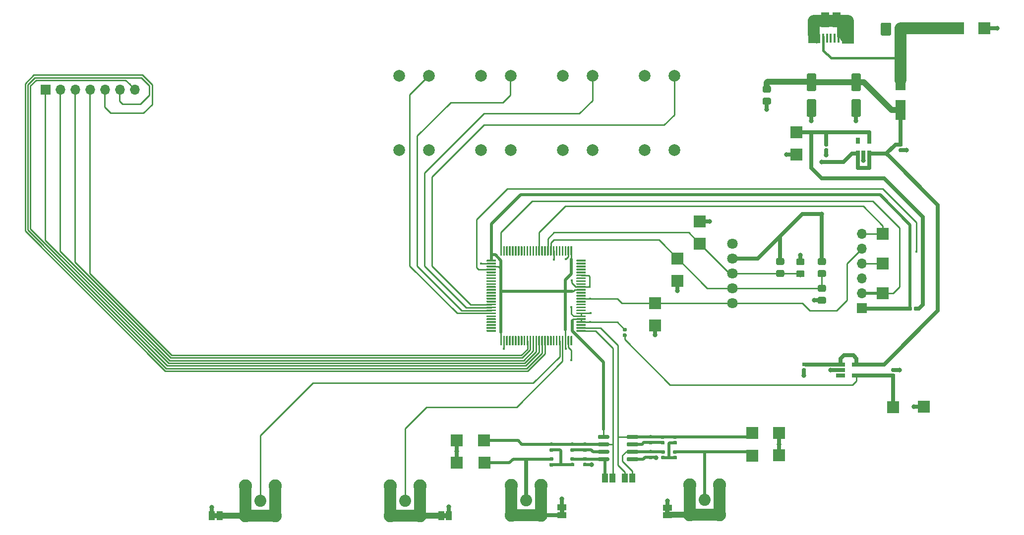
<source format=gbr>
G04 #@! TF.GenerationSoftware,KiCad,Pcbnew,(5.1.2-1)-1*
G04 #@! TF.CreationDate,2019-07-19T21:50:30+01:00*
G04 #@! TF.ProjectId,ControlModule,436f6e74-726f-46c4-9d6f-64756c652e6b,C*
G04 #@! TF.SameCoordinates,Original*
G04 #@! TF.FileFunction,Copper,L2,Bot*
G04 #@! TF.FilePolarity,Positive*
%FSLAX46Y46*%
G04 Gerber Fmt 4.6, Leading zero omitted, Abs format (unit mm)*
G04 Created by KiCad (PCBNEW (5.1.2-1)-1) date 2019-07-19 21:50:30*
%MOMM*%
%LPD*%
G04 APERTURE LIST*
%ADD10C,0.150000*%
%ADD11O,1.740000X2.200000*%
%ADD12C,0.100000*%
%ADD13C,1.740000*%
%ADD14O,1.700000X1.700000*%
%ADD15R,1.700000X1.700000*%
%ADD16R,1.430000X2.500000*%
%ADD17O,1.350000X1.700000*%
%ADD18O,1.100000X1.500000*%
%ADD19R,0.400000X1.650000*%
%ADD20R,2.000000X1.500000*%
%ADD21R,1.825000X0.700000*%
%ADD22R,1.350000X2.000000*%
%ADD23C,0.590000*%
%ADD24C,1.800000*%
%ADD25C,2.050000*%
%ADD26C,2.250000*%
%ADD27C,1.150000*%
%ADD28R,0.650000X1.060000*%
%ADD29R,2.000000X2.000000*%
%ADD30C,2.000000*%
%ADD31R,1.500000X1.000000*%
%ADD32R,1.000000X1.500000*%
%ADD33C,0.600000*%
%ADD34C,0.300000*%
%ADD35R,1.560000X0.650000*%
%ADD36C,1.600000*%
%ADD37R,1.800000X3.500000*%
%ADD38C,0.400000*%
%ADD39C,0.800000*%
%ADD40C,0.250000*%
%ADD41C,0.500000*%
%ADD42C,0.650000*%
%ADD43C,0.700000*%
%ADD44C,1.000000*%
%ADD45C,2.000000*%
%ADD46C,0.400000*%
G04 APERTURE END LIST*
D10*
G36*
X180170100Y-132368100D02*
G01*
X180170100Y-131868100D01*
X179570100Y-131868100D01*
X179570100Y-132368100D01*
X180170100Y-132368100D01*
G37*
X180170100Y-132368100D02*
X180170100Y-131868100D01*
X179570100Y-131868100D01*
X179570100Y-132368100D01*
X180170100Y-132368100D01*
G36*
X162174200Y-132342700D02*
G01*
X162174200Y-131842700D01*
X161574200Y-131842700D01*
X161574200Y-132342700D01*
X162174200Y-132342700D01*
G37*
X162174200Y-132342700D02*
X162174200Y-131842700D01*
X161574200Y-131842700D01*
X161574200Y-132342700D01*
X162174200Y-132342700D01*
G36*
X142185200Y-132542000D02*
G01*
X141685200Y-132542000D01*
X141685200Y-133142000D01*
X142185200Y-133142000D01*
X142185200Y-132542000D01*
G37*
X142185200Y-132542000D02*
X141685200Y-132542000D01*
X141685200Y-133142000D01*
X142185200Y-133142000D01*
X142185200Y-132542000D01*
G36*
X102518400Y-133142000D02*
G01*
X103018400Y-133142000D01*
X103018400Y-132542000D01*
X102518400Y-132542000D01*
X102518400Y-133142000D01*
G37*
X102518400Y-133142000D02*
X103018400Y-133142000D01*
X103018400Y-132542000D01*
X102518400Y-132542000D01*
X102518400Y-133142000D01*
D11*
X219735400Y-49682400D03*
D12*
G36*
X217839905Y-48583604D02*
G01*
X217864173Y-48587204D01*
X217887972Y-48593165D01*
X217911071Y-48601430D01*
X217933250Y-48611920D01*
X217954293Y-48624532D01*
X217973999Y-48639147D01*
X217992177Y-48655623D01*
X218008653Y-48673801D01*
X218023268Y-48693507D01*
X218035880Y-48714550D01*
X218046370Y-48736729D01*
X218054635Y-48759828D01*
X218060596Y-48783627D01*
X218064196Y-48807895D01*
X218065400Y-48832399D01*
X218065400Y-50532401D01*
X218064196Y-50556905D01*
X218060596Y-50581173D01*
X218054635Y-50604972D01*
X218046370Y-50628071D01*
X218035880Y-50650250D01*
X218023268Y-50671293D01*
X218008653Y-50690999D01*
X217992177Y-50709177D01*
X217973999Y-50725653D01*
X217954293Y-50740268D01*
X217933250Y-50752880D01*
X217911071Y-50763370D01*
X217887972Y-50771635D01*
X217864173Y-50777596D01*
X217839905Y-50781196D01*
X217815401Y-50782400D01*
X216575399Y-50782400D01*
X216550895Y-50781196D01*
X216526627Y-50777596D01*
X216502828Y-50771635D01*
X216479729Y-50763370D01*
X216457550Y-50752880D01*
X216436507Y-50740268D01*
X216416801Y-50725653D01*
X216398623Y-50709177D01*
X216382147Y-50690999D01*
X216367532Y-50671293D01*
X216354920Y-50650250D01*
X216344430Y-50628071D01*
X216336165Y-50604972D01*
X216330204Y-50581173D01*
X216326604Y-50556905D01*
X216325400Y-50532401D01*
X216325400Y-48832399D01*
X216326604Y-48807895D01*
X216330204Y-48783627D01*
X216336165Y-48759828D01*
X216344430Y-48736729D01*
X216354920Y-48714550D01*
X216367532Y-48693507D01*
X216382147Y-48673801D01*
X216398623Y-48655623D01*
X216416801Y-48639147D01*
X216436507Y-48624532D01*
X216457550Y-48611920D01*
X216479729Y-48601430D01*
X216502828Y-48593165D01*
X216526627Y-48587204D01*
X216550895Y-48583604D01*
X216575399Y-48582400D01*
X217815401Y-48582400D01*
X217839905Y-48583604D01*
X217839905Y-48583604D01*
G37*
D13*
X217195400Y-49682400D03*
D14*
X88925400Y-59994800D03*
X86385400Y-59994800D03*
X83845400Y-59994800D03*
X81305400Y-59994800D03*
X78765400Y-59994800D03*
X76225400Y-59994800D03*
D15*
X73685400Y-59994800D03*
D16*
X208745100Y-48094200D03*
X206825100Y-48094200D03*
D17*
X210515100Y-48364200D03*
X205055100Y-48364200D03*
D18*
X210205100Y-51364200D03*
X205365100Y-51364200D03*
D19*
X209085100Y-51244200D03*
X208435100Y-51244200D03*
X207785100Y-51244200D03*
X207135100Y-51244200D03*
X206485100Y-51244200D03*
D20*
X210685100Y-51364200D03*
X204935100Y-51344200D03*
D21*
X210785100Y-50044200D03*
X204835100Y-50044200D03*
D22*
X205055100Y-49294200D03*
X210535100Y-49294200D03*
D12*
G36*
X165985458Y-120353310D02*
G01*
X165999776Y-120355434D01*
X166013817Y-120358951D01*
X166027446Y-120363828D01*
X166040531Y-120370017D01*
X166052947Y-120377458D01*
X166064573Y-120386081D01*
X166075298Y-120395802D01*
X166085019Y-120406527D01*
X166093642Y-120418153D01*
X166101083Y-120430569D01*
X166107272Y-120443654D01*
X166112149Y-120457283D01*
X166115666Y-120471324D01*
X166117790Y-120485642D01*
X166118500Y-120500100D01*
X166118500Y-120795100D01*
X166117790Y-120809558D01*
X166115666Y-120823876D01*
X166112149Y-120837917D01*
X166107272Y-120851546D01*
X166101083Y-120864631D01*
X166093642Y-120877047D01*
X166085019Y-120888673D01*
X166075298Y-120899398D01*
X166064573Y-120909119D01*
X166052947Y-120917742D01*
X166040531Y-120925183D01*
X166027446Y-120931372D01*
X166013817Y-120936249D01*
X165999776Y-120939766D01*
X165985458Y-120941890D01*
X165971000Y-120942600D01*
X165626000Y-120942600D01*
X165611542Y-120941890D01*
X165597224Y-120939766D01*
X165583183Y-120936249D01*
X165569554Y-120931372D01*
X165556469Y-120925183D01*
X165544053Y-120917742D01*
X165532427Y-120909119D01*
X165521702Y-120899398D01*
X165511981Y-120888673D01*
X165503358Y-120877047D01*
X165495917Y-120864631D01*
X165489728Y-120851546D01*
X165484851Y-120837917D01*
X165481334Y-120823876D01*
X165479210Y-120809558D01*
X165478500Y-120795100D01*
X165478500Y-120500100D01*
X165479210Y-120485642D01*
X165481334Y-120471324D01*
X165484851Y-120457283D01*
X165489728Y-120443654D01*
X165495917Y-120430569D01*
X165503358Y-120418153D01*
X165511981Y-120406527D01*
X165521702Y-120395802D01*
X165532427Y-120386081D01*
X165544053Y-120377458D01*
X165556469Y-120370017D01*
X165569554Y-120363828D01*
X165583183Y-120358951D01*
X165597224Y-120355434D01*
X165611542Y-120353310D01*
X165626000Y-120352600D01*
X165971000Y-120352600D01*
X165985458Y-120353310D01*
X165985458Y-120353310D01*
G37*
D23*
X165798500Y-120647600D03*
D12*
G36*
X165985458Y-121323310D02*
G01*
X165999776Y-121325434D01*
X166013817Y-121328951D01*
X166027446Y-121333828D01*
X166040531Y-121340017D01*
X166052947Y-121347458D01*
X166064573Y-121356081D01*
X166075298Y-121365802D01*
X166085019Y-121376527D01*
X166093642Y-121388153D01*
X166101083Y-121400569D01*
X166107272Y-121413654D01*
X166112149Y-121427283D01*
X166115666Y-121441324D01*
X166117790Y-121455642D01*
X166118500Y-121470100D01*
X166118500Y-121765100D01*
X166117790Y-121779558D01*
X166115666Y-121793876D01*
X166112149Y-121807917D01*
X166107272Y-121821546D01*
X166101083Y-121834631D01*
X166093642Y-121847047D01*
X166085019Y-121858673D01*
X166075298Y-121869398D01*
X166064573Y-121879119D01*
X166052947Y-121887742D01*
X166040531Y-121895183D01*
X166027446Y-121901372D01*
X166013817Y-121906249D01*
X165999776Y-121909766D01*
X165985458Y-121911890D01*
X165971000Y-121912600D01*
X165626000Y-121912600D01*
X165611542Y-121911890D01*
X165597224Y-121909766D01*
X165583183Y-121906249D01*
X165569554Y-121901372D01*
X165556469Y-121895183D01*
X165544053Y-121887742D01*
X165532427Y-121879119D01*
X165521702Y-121869398D01*
X165511981Y-121858673D01*
X165503358Y-121847047D01*
X165495917Y-121834631D01*
X165489728Y-121821546D01*
X165484851Y-121807917D01*
X165481334Y-121793876D01*
X165479210Y-121779558D01*
X165478500Y-121765100D01*
X165478500Y-121470100D01*
X165479210Y-121455642D01*
X165481334Y-121441324D01*
X165484851Y-121427283D01*
X165489728Y-121413654D01*
X165495917Y-121400569D01*
X165503358Y-121388153D01*
X165511981Y-121376527D01*
X165521702Y-121365802D01*
X165532427Y-121356081D01*
X165544053Y-121347458D01*
X165556469Y-121340017D01*
X165569554Y-121333828D01*
X165583183Y-121328951D01*
X165597224Y-121325434D01*
X165611542Y-121323310D01*
X165626000Y-121322600D01*
X165971000Y-121322600D01*
X165985458Y-121323310D01*
X165985458Y-121323310D01*
G37*
D23*
X165798500Y-121617600D03*
D24*
X191008000Y-86360000D03*
X191008000Y-88900000D03*
X191008000Y-91440000D03*
X191008000Y-93980000D03*
X191008000Y-96520000D03*
D25*
X155778200Y-130187700D03*
D26*
X158318200Y-127647700D03*
X158318200Y-132727700D03*
X153238200Y-132727700D03*
X153238200Y-127647700D03*
D14*
X213055200Y-84709000D03*
X213055200Y-87249000D03*
X213055200Y-89789000D03*
X213055200Y-92329000D03*
X213055200Y-94869000D03*
D15*
X213055200Y-97409000D03*
D12*
G36*
X199610505Y-88816204D02*
G01*
X199634773Y-88819804D01*
X199658572Y-88825765D01*
X199681671Y-88834030D01*
X199703850Y-88844520D01*
X199724893Y-88857132D01*
X199744599Y-88871747D01*
X199762777Y-88888223D01*
X199779253Y-88906401D01*
X199793868Y-88926107D01*
X199806480Y-88947150D01*
X199816970Y-88969329D01*
X199825235Y-88992428D01*
X199831196Y-89016227D01*
X199834796Y-89040495D01*
X199836000Y-89064999D01*
X199836000Y-89715001D01*
X199834796Y-89739505D01*
X199831196Y-89763773D01*
X199825235Y-89787572D01*
X199816970Y-89810671D01*
X199806480Y-89832850D01*
X199793868Y-89853893D01*
X199779253Y-89873599D01*
X199762777Y-89891777D01*
X199744599Y-89908253D01*
X199724893Y-89922868D01*
X199703850Y-89935480D01*
X199681671Y-89945970D01*
X199658572Y-89954235D01*
X199634773Y-89960196D01*
X199610505Y-89963796D01*
X199586001Y-89965000D01*
X198685999Y-89965000D01*
X198661495Y-89963796D01*
X198637227Y-89960196D01*
X198613428Y-89954235D01*
X198590329Y-89945970D01*
X198568150Y-89935480D01*
X198547107Y-89922868D01*
X198527401Y-89908253D01*
X198509223Y-89891777D01*
X198492747Y-89873599D01*
X198478132Y-89853893D01*
X198465520Y-89832850D01*
X198455030Y-89810671D01*
X198446765Y-89787572D01*
X198440804Y-89763773D01*
X198437204Y-89739505D01*
X198436000Y-89715001D01*
X198436000Y-89064999D01*
X198437204Y-89040495D01*
X198440804Y-89016227D01*
X198446765Y-88992428D01*
X198455030Y-88969329D01*
X198465520Y-88947150D01*
X198478132Y-88926107D01*
X198492747Y-88906401D01*
X198509223Y-88888223D01*
X198527401Y-88871747D01*
X198547107Y-88857132D01*
X198568150Y-88844520D01*
X198590329Y-88834030D01*
X198613428Y-88825765D01*
X198637227Y-88819804D01*
X198661495Y-88816204D01*
X198685999Y-88815000D01*
X199586001Y-88815000D01*
X199610505Y-88816204D01*
X199610505Y-88816204D01*
G37*
D27*
X199136000Y-89390000D03*
D12*
G36*
X199610505Y-90866204D02*
G01*
X199634773Y-90869804D01*
X199658572Y-90875765D01*
X199681671Y-90884030D01*
X199703850Y-90894520D01*
X199724893Y-90907132D01*
X199744599Y-90921747D01*
X199762777Y-90938223D01*
X199779253Y-90956401D01*
X199793868Y-90976107D01*
X199806480Y-90997150D01*
X199816970Y-91019329D01*
X199825235Y-91042428D01*
X199831196Y-91066227D01*
X199834796Y-91090495D01*
X199836000Y-91114999D01*
X199836000Y-91765001D01*
X199834796Y-91789505D01*
X199831196Y-91813773D01*
X199825235Y-91837572D01*
X199816970Y-91860671D01*
X199806480Y-91882850D01*
X199793868Y-91903893D01*
X199779253Y-91923599D01*
X199762777Y-91941777D01*
X199744599Y-91958253D01*
X199724893Y-91972868D01*
X199703850Y-91985480D01*
X199681671Y-91995970D01*
X199658572Y-92004235D01*
X199634773Y-92010196D01*
X199610505Y-92013796D01*
X199586001Y-92015000D01*
X198685999Y-92015000D01*
X198661495Y-92013796D01*
X198637227Y-92010196D01*
X198613428Y-92004235D01*
X198590329Y-91995970D01*
X198568150Y-91985480D01*
X198547107Y-91972868D01*
X198527401Y-91958253D01*
X198509223Y-91941777D01*
X198492747Y-91923599D01*
X198478132Y-91903893D01*
X198465520Y-91882850D01*
X198455030Y-91860671D01*
X198446765Y-91837572D01*
X198440804Y-91813773D01*
X198437204Y-91789505D01*
X198436000Y-91765001D01*
X198436000Y-91114999D01*
X198437204Y-91090495D01*
X198440804Y-91066227D01*
X198446765Y-91042428D01*
X198455030Y-91019329D01*
X198465520Y-90997150D01*
X198478132Y-90976107D01*
X198492747Y-90956401D01*
X198509223Y-90938223D01*
X198527401Y-90921747D01*
X198547107Y-90907132D01*
X198568150Y-90894520D01*
X198590329Y-90884030D01*
X198613428Y-90875765D01*
X198637227Y-90869804D01*
X198661495Y-90866204D01*
X198685999Y-90865000D01*
X199586001Y-90865000D01*
X199610505Y-90866204D01*
X199610505Y-90866204D01*
G37*
D27*
X199136000Y-91440000D03*
D12*
G36*
X206722505Y-88825204D02*
G01*
X206746773Y-88828804D01*
X206770572Y-88834765D01*
X206793671Y-88843030D01*
X206815850Y-88853520D01*
X206836893Y-88866132D01*
X206856599Y-88880747D01*
X206874777Y-88897223D01*
X206891253Y-88915401D01*
X206905868Y-88935107D01*
X206918480Y-88956150D01*
X206928970Y-88978329D01*
X206937235Y-89001428D01*
X206943196Y-89025227D01*
X206946796Y-89049495D01*
X206948000Y-89073999D01*
X206948000Y-89724001D01*
X206946796Y-89748505D01*
X206943196Y-89772773D01*
X206937235Y-89796572D01*
X206928970Y-89819671D01*
X206918480Y-89841850D01*
X206905868Y-89862893D01*
X206891253Y-89882599D01*
X206874777Y-89900777D01*
X206856599Y-89917253D01*
X206836893Y-89931868D01*
X206815850Y-89944480D01*
X206793671Y-89954970D01*
X206770572Y-89963235D01*
X206746773Y-89969196D01*
X206722505Y-89972796D01*
X206698001Y-89974000D01*
X205797999Y-89974000D01*
X205773495Y-89972796D01*
X205749227Y-89969196D01*
X205725428Y-89963235D01*
X205702329Y-89954970D01*
X205680150Y-89944480D01*
X205659107Y-89931868D01*
X205639401Y-89917253D01*
X205621223Y-89900777D01*
X205604747Y-89882599D01*
X205590132Y-89862893D01*
X205577520Y-89841850D01*
X205567030Y-89819671D01*
X205558765Y-89796572D01*
X205552804Y-89772773D01*
X205549204Y-89748505D01*
X205548000Y-89724001D01*
X205548000Y-89073999D01*
X205549204Y-89049495D01*
X205552804Y-89025227D01*
X205558765Y-89001428D01*
X205567030Y-88978329D01*
X205577520Y-88956150D01*
X205590132Y-88935107D01*
X205604747Y-88915401D01*
X205621223Y-88897223D01*
X205639401Y-88880747D01*
X205659107Y-88866132D01*
X205680150Y-88853520D01*
X205702329Y-88843030D01*
X205725428Y-88834765D01*
X205749227Y-88828804D01*
X205773495Y-88825204D01*
X205797999Y-88824000D01*
X206698001Y-88824000D01*
X206722505Y-88825204D01*
X206722505Y-88825204D01*
G37*
D27*
X206248000Y-89399000D03*
D12*
G36*
X206722505Y-90875204D02*
G01*
X206746773Y-90878804D01*
X206770572Y-90884765D01*
X206793671Y-90893030D01*
X206815850Y-90903520D01*
X206836893Y-90916132D01*
X206856599Y-90930747D01*
X206874777Y-90947223D01*
X206891253Y-90965401D01*
X206905868Y-90985107D01*
X206918480Y-91006150D01*
X206928970Y-91028329D01*
X206937235Y-91051428D01*
X206943196Y-91075227D01*
X206946796Y-91099495D01*
X206948000Y-91123999D01*
X206948000Y-91774001D01*
X206946796Y-91798505D01*
X206943196Y-91822773D01*
X206937235Y-91846572D01*
X206928970Y-91869671D01*
X206918480Y-91891850D01*
X206905868Y-91912893D01*
X206891253Y-91932599D01*
X206874777Y-91950777D01*
X206856599Y-91967253D01*
X206836893Y-91981868D01*
X206815850Y-91994480D01*
X206793671Y-92004970D01*
X206770572Y-92013235D01*
X206746773Y-92019196D01*
X206722505Y-92022796D01*
X206698001Y-92024000D01*
X205797999Y-92024000D01*
X205773495Y-92022796D01*
X205749227Y-92019196D01*
X205725428Y-92013235D01*
X205702329Y-92004970D01*
X205680150Y-91994480D01*
X205659107Y-91981868D01*
X205639401Y-91967253D01*
X205621223Y-91950777D01*
X205604747Y-91932599D01*
X205590132Y-91912893D01*
X205577520Y-91891850D01*
X205567030Y-91869671D01*
X205558765Y-91846572D01*
X205552804Y-91822773D01*
X205549204Y-91798505D01*
X205548000Y-91774001D01*
X205548000Y-91123999D01*
X205549204Y-91099495D01*
X205552804Y-91075227D01*
X205558765Y-91051428D01*
X205567030Y-91028329D01*
X205577520Y-91006150D01*
X205590132Y-90985107D01*
X205604747Y-90965401D01*
X205621223Y-90947223D01*
X205639401Y-90930747D01*
X205659107Y-90916132D01*
X205680150Y-90903520D01*
X205702329Y-90893030D01*
X205725428Y-90884765D01*
X205749227Y-90878804D01*
X205773495Y-90875204D01*
X205797999Y-90874000D01*
X206698001Y-90874000D01*
X206722505Y-90875204D01*
X206722505Y-90875204D01*
G37*
D27*
X206248000Y-91449000D03*
D12*
G36*
X219896958Y-70078810D02*
G01*
X219911276Y-70080934D01*
X219925317Y-70084451D01*
X219938946Y-70089328D01*
X219952031Y-70095517D01*
X219964447Y-70102958D01*
X219976073Y-70111581D01*
X219986798Y-70121302D01*
X219996519Y-70132027D01*
X220005142Y-70143653D01*
X220012583Y-70156069D01*
X220018772Y-70169154D01*
X220023649Y-70182783D01*
X220027166Y-70196824D01*
X220029290Y-70211142D01*
X220030000Y-70225600D01*
X220030000Y-70520600D01*
X220029290Y-70535058D01*
X220027166Y-70549376D01*
X220023649Y-70563417D01*
X220018772Y-70577046D01*
X220012583Y-70590131D01*
X220005142Y-70602547D01*
X219996519Y-70614173D01*
X219986798Y-70624898D01*
X219976073Y-70634619D01*
X219964447Y-70643242D01*
X219952031Y-70650683D01*
X219938946Y-70656872D01*
X219925317Y-70661749D01*
X219911276Y-70665266D01*
X219896958Y-70667390D01*
X219882500Y-70668100D01*
X219537500Y-70668100D01*
X219523042Y-70667390D01*
X219508724Y-70665266D01*
X219494683Y-70661749D01*
X219481054Y-70656872D01*
X219467969Y-70650683D01*
X219455553Y-70643242D01*
X219443927Y-70634619D01*
X219433202Y-70624898D01*
X219423481Y-70614173D01*
X219414858Y-70602547D01*
X219407417Y-70590131D01*
X219401228Y-70577046D01*
X219396351Y-70563417D01*
X219392834Y-70549376D01*
X219390710Y-70535058D01*
X219390000Y-70520600D01*
X219390000Y-70225600D01*
X219390710Y-70211142D01*
X219392834Y-70196824D01*
X219396351Y-70182783D01*
X219401228Y-70169154D01*
X219407417Y-70156069D01*
X219414858Y-70143653D01*
X219423481Y-70132027D01*
X219433202Y-70121302D01*
X219443927Y-70111581D01*
X219455553Y-70102958D01*
X219467969Y-70095517D01*
X219481054Y-70089328D01*
X219494683Y-70084451D01*
X219508724Y-70080934D01*
X219523042Y-70078810D01*
X219537500Y-70078100D01*
X219882500Y-70078100D01*
X219896958Y-70078810D01*
X219896958Y-70078810D01*
G37*
D23*
X219710000Y-70373100D03*
D12*
G36*
X219896958Y-69108810D02*
G01*
X219911276Y-69110934D01*
X219925317Y-69114451D01*
X219938946Y-69119328D01*
X219952031Y-69125517D01*
X219964447Y-69132958D01*
X219976073Y-69141581D01*
X219986798Y-69151302D01*
X219996519Y-69162027D01*
X220005142Y-69173653D01*
X220012583Y-69186069D01*
X220018772Y-69199154D01*
X220023649Y-69212783D01*
X220027166Y-69226824D01*
X220029290Y-69241142D01*
X220030000Y-69255600D01*
X220030000Y-69550600D01*
X220029290Y-69565058D01*
X220027166Y-69579376D01*
X220023649Y-69593417D01*
X220018772Y-69607046D01*
X220012583Y-69620131D01*
X220005142Y-69632547D01*
X219996519Y-69644173D01*
X219986798Y-69654898D01*
X219976073Y-69664619D01*
X219964447Y-69673242D01*
X219952031Y-69680683D01*
X219938946Y-69686872D01*
X219925317Y-69691749D01*
X219911276Y-69695266D01*
X219896958Y-69697390D01*
X219882500Y-69698100D01*
X219537500Y-69698100D01*
X219523042Y-69697390D01*
X219508724Y-69695266D01*
X219494683Y-69691749D01*
X219481054Y-69686872D01*
X219467969Y-69680683D01*
X219455553Y-69673242D01*
X219443927Y-69664619D01*
X219433202Y-69654898D01*
X219423481Y-69644173D01*
X219414858Y-69632547D01*
X219407417Y-69620131D01*
X219401228Y-69607046D01*
X219396351Y-69593417D01*
X219392834Y-69579376D01*
X219390710Y-69565058D01*
X219390000Y-69550600D01*
X219390000Y-69255600D01*
X219390710Y-69241142D01*
X219392834Y-69226824D01*
X219396351Y-69212783D01*
X219401228Y-69199154D01*
X219407417Y-69186069D01*
X219414858Y-69173653D01*
X219423481Y-69162027D01*
X219433202Y-69151302D01*
X219443927Y-69141581D01*
X219455553Y-69132958D01*
X219467969Y-69125517D01*
X219481054Y-69119328D01*
X219494683Y-69114451D01*
X219508724Y-69110934D01*
X219523042Y-69108810D01*
X219537500Y-69108100D01*
X219882500Y-69108100D01*
X219896958Y-69108810D01*
X219896958Y-69108810D01*
G37*
D23*
X219710000Y-69403100D03*
D12*
G36*
X207196958Y-70078810D02*
G01*
X207211276Y-70080934D01*
X207225317Y-70084451D01*
X207238946Y-70089328D01*
X207252031Y-70095517D01*
X207264447Y-70102958D01*
X207276073Y-70111581D01*
X207286798Y-70121302D01*
X207296519Y-70132027D01*
X207305142Y-70143653D01*
X207312583Y-70156069D01*
X207318772Y-70169154D01*
X207323649Y-70182783D01*
X207327166Y-70196824D01*
X207329290Y-70211142D01*
X207330000Y-70225600D01*
X207330000Y-70520600D01*
X207329290Y-70535058D01*
X207327166Y-70549376D01*
X207323649Y-70563417D01*
X207318772Y-70577046D01*
X207312583Y-70590131D01*
X207305142Y-70602547D01*
X207296519Y-70614173D01*
X207286798Y-70624898D01*
X207276073Y-70634619D01*
X207264447Y-70643242D01*
X207252031Y-70650683D01*
X207238946Y-70656872D01*
X207225317Y-70661749D01*
X207211276Y-70665266D01*
X207196958Y-70667390D01*
X207182500Y-70668100D01*
X206837500Y-70668100D01*
X206823042Y-70667390D01*
X206808724Y-70665266D01*
X206794683Y-70661749D01*
X206781054Y-70656872D01*
X206767969Y-70650683D01*
X206755553Y-70643242D01*
X206743927Y-70634619D01*
X206733202Y-70624898D01*
X206723481Y-70614173D01*
X206714858Y-70602547D01*
X206707417Y-70590131D01*
X206701228Y-70577046D01*
X206696351Y-70563417D01*
X206692834Y-70549376D01*
X206690710Y-70535058D01*
X206690000Y-70520600D01*
X206690000Y-70225600D01*
X206690710Y-70211142D01*
X206692834Y-70196824D01*
X206696351Y-70182783D01*
X206701228Y-70169154D01*
X206707417Y-70156069D01*
X206714858Y-70143653D01*
X206723481Y-70132027D01*
X206733202Y-70121302D01*
X206743927Y-70111581D01*
X206755553Y-70102958D01*
X206767969Y-70095517D01*
X206781054Y-70089328D01*
X206794683Y-70084451D01*
X206808724Y-70080934D01*
X206823042Y-70078810D01*
X206837500Y-70078100D01*
X207182500Y-70078100D01*
X207196958Y-70078810D01*
X207196958Y-70078810D01*
G37*
D23*
X207010000Y-70373100D03*
D12*
G36*
X207196958Y-69108810D02*
G01*
X207211276Y-69110934D01*
X207225317Y-69114451D01*
X207238946Y-69119328D01*
X207252031Y-69125517D01*
X207264447Y-69132958D01*
X207276073Y-69141581D01*
X207286798Y-69151302D01*
X207296519Y-69162027D01*
X207305142Y-69173653D01*
X207312583Y-69186069D01*
X207318772Y-69199154D01*
X207323649Y-69212783D01*
X207327166Y-69226824D01*
X207329290Y-69241142D01*
X207330000Y-69255600D01*
X207330000Y-69550600D01*
X207329290Y-69565058D01*
X207327166Y-69579376D01*
X207323649Y-69593417D01*
X207318772Y-69607046D01*
X207312583Y-69620131D01*
X207305142Y-69632547D01*
X207296519Y-69644173D01*
X207286798Y-69654898D01*
X207276073Y-69664619D01*
X207264447Y-69673242D01*
X207252031Y-69680683D01*
X207238946Y-69686872D01*
X207225317Y-69691749D01*
X207211276Y-69695266D01*
X207196958Y-69697390D01*
X207182500Y-69698100D01*
X206837500Y-69698100D01*
X206823042Y-69697390D01*
X206808724Y-69695266D01*
X206794683Y-69691749D01*
X206781054Y-69686872D01*
X206767969Y-69680683D01*
X206755553Y-69673242D01*
X206743927Y-69664619D01*
X206733202Y-69654898D01*
X206723481Y-69644173D01*
X206714858Y-69632547D01*
X206707417Y-69620131D01*
X206701228Y-69607046D01*
X206696351Y-69593417D01*
X206692834Y-69579376D01*
X206690710Y-69565058D01*
X206690000Y-69550600D01*
X206690000Y-69255600D01*
X206690710Y-69241142D01*
X206692834Y-69226824D01*
X206696351Y-69212783D01*
X206701228Y-69199154D01*
X206707417Y-69186069D01*
X206714858Y-69173653D01*
X206723481Y-69162027D01*
X206733202Y-69151302D01*
X206743927Y-69141581D01*
X206755553Y-69132958D01*
X206767969Y-69125517D01*
X206781054Y-69119328D01*
X206794683Y-69114451D01*
X206808724Y-69110934D01*
X206823042Y-69108810D01*
X206837500Y-69108100D01*
X207182500Y-69108100D01*
X207196958Y-69108810D01*
X207196958Y-69108810D01*
G37*
D23*
X207010000Y-69403100D03*
D28*
X214310000Y-70950000D03*
X213360000Y-70950000D03*
X212410000Y-70950000D03*
X212410000Y-68750000D03*
X214310000Y-68750000D03*
D29*
X201930000Y-67310000D03*
X181610000Y-88900000D03*
X185420000Y-86360000D03*
X216662000Y-94869000D03*
X216662000Y-89789000D03*
X177800000Y-96520000D03*
X216662000Y-84709000D03*
X201930000Y-71120000D03*
X181610000Y-92710000D03*
X234035600Y-49555400D03*
X223647000Y-114236500D03*
X185420000Y-82550000D03*
X177800000Y-100330000D03*
D12*
G36*
X203064905Y-90917004D02*
G01*
X203089173Y-90920604D01*
X203112972Y-90926565D01*
X203136071Y-90934830D01*
X203158250Y-90945320D01*
X203179293Y-90957932D01*
X203198999Y-90972547D01*
X203217177Y-90989023D01*
X203233653Y-91007201D01*
X203248268Y-91026907D01*
X203260880Y-91047950D01*
X203271370Y-91070129D01*
X203279635Y-91093228D01*
X203285596Y-91117027D01*
X203289196Y-91141295D01*
X203290400Y-91165799D01*
X203290400Y-91815801D01*
X203289196Y-91840305D01*
X203285596Y-91864573D01*
X203279635Y-91888372D01*
X203271370Y-91911471D01*
X203260880Y-91933650D01*
X203248268Y-91954693D01*
X203233653Y-91974399D01*
X203217177Y-91992577D01*
X203198999Y-92009053D01*
X203179293Y-92023668D01*
X203158250Y-92036280D01*
X203136071Y-92046770D01*
X203112972Y-92055035D01*
X203089173Y-92060996D01*
X203064905Y-92064596D01*
X203040401Y-92065800D01*
X202140399Y-92065800D01*
X202115895Y-92064596D01*
X202091627Y-92060996D01*
X202067828Y-92055035D01*
X202044729Y-92046770D01*
X202022550Y-92036280D01*
X202001507Y-92023668D01*
X201981801Y-92009053D01*
X201963623Y-91992577D01*
X201947147Y-91974399D01*
X201932532Y-91954693D01*
X201919920Y-91933650D01*
X201909430Y-91911471D01*
X201901165Y-91888372D01*
X201895204Y-91864573D01*
X201891604Y-91840305D01*
X201890400Y-91815801D01*
X201890400Y-91165799D01*
X201891604Y-91141295D01*
X201895204Y-91117027D01*
X201901165Y-91093228D01*
X201909430Y-91070129D01*
X201919920Y-91047950D01*
X201932532Y-91026907D01*
X201947147Y-91007201D01*
X201963623Y-90989023D01*
X201981801Y-90972547D01*
X202001507Y-90957932D01*
X202022550Y-90945320D01*
X202044729Y-90934830D01*
X202067828Y-90926565D01*
X202091627Y-90920604D01*
X202115895Y-90917004D01*
X202140399Y-90915800D01*
X203040401Y-90915800D01*
X203064905Y-90917004D01*
X203064905Y-90917004D01*
G37*
D27*
X202590400Y-91490800D03*
D12*
G36*
X203064905Y-88867004D02*
G01*
X203089173Y-88870604D01*
X203112972Y-88876565D01*
X203136071Y-88884830D01*
X203158250Y-88895320D01*
X203179293Y-88907932D01*
X203198999Y-88922547D01*
X203217177Y-88939023D01*
X203233653Y-88957201D01*
X203248268Y-88976907D01*
X203260880Y-88997950D01*
X203271370Y-89020129D01*
X203279635Y-89043228D01*
X203285596Y-89067027D01*
X203289196Y-89091295D01*
X203290400Y-89115799D01*
X203290400Y-89765801D01*
X203289196Y-89790305D01*
X203285596Y-89814573D01*
X203279635Y-89838372D01*
X203271370Y-89861471D01*
X203260880Y-89883650D01*
X203248268Y-89904693D01*
X203233653Y-89924399D01*
X203217177Y-89942577D01*
X203198999Y-89959053D01*
X203179293Y-89973668D01*
X203158250Y-89986280D01*
X203136071Y-89996770D01*
X203112972Y-90005035D01*
X203089173Y-90010996D01*
X203064905Y-90014596D01*
X203040401Y-90015800D01*
X202140399Y-90015800D01*
X202115895Y-90014596D01*
X202091627Y-90010996D01*
X202067828Y-90005035D01*
X202044729Y-89996770D01*
X202022550Y-89986280D01*
X202001507Y-89973668D01*
X201981801Y-89959053D01*
X201963623Y-89942577D01*
X201947147Y-89924399D01*
X201932532Y-89904693D01*
X201919920Y-89883650D01*
X201909430Y-89861471D01*
X201901165Y-89838372D01*
X201895204Y-89814573D01*
X201891604Y-89790305D01*
X201890400Y-89765801D01*
X201890400Y-89115799D01*
X201891604Y-89091295D01*
X201895204Y-89067027D01*
X201901165Y-89043228D01*
X201909430Y-89020129D01*
X201919920Y-88997950D01*
X201932532Y-88976907D01*
X201947147Y-88957201D01*
X201963623Y-88939023D01*
X201981801Y-88922547D01*
X202001507Y-88907932D01*
X202022550Y-88895320D01*
X202044729Y-88884830D01*
X202067828Y-88876565D01*
X202091627Y-88870604D01*
X202115895Y-88867004D01*
X202140399Y-88865800D01*
X203040401Y-88865800D01*
X203064905Y-88867004D01*
X203064905Y-88867004D01*
G37*
D27*
X202590400Y-89440800D03*
D12*
G36*
X206722505Y-93397204D02*
G01*
X206746773Y-93400804D01*
X206770572Y-93406765D01*
X206793671Y-93415030D01*
X206815850Y-93425520D01*
X206836893Y-93438132D01*
X206856599Y-93452747D01*
X206874777Y-93469223D01*
X206891253Y-93487401D01*
X206905868Y-93507107D01*
X206918480Y-93528150D01*
X206928970Y-93550329D01*
X206937235Y-93573428D01*
X206943196Y-93597227D01*
X206946796Y-93621495D01*
X206948000Y-93645999D01*
X206948000Y-94296001D01*
X206946796Y-94320505D01*
X206943196Y-94344773D01*
X206937235Y-94368572D01*
X206928970Y-94391671D01*
X206918480Y-94413850D01*
X206905868Y-94434893D01*
X206891253Y-94454599D01*
X206874777Y-94472777D01*
X206856599Y-94489253D01*
X206836893Y-94503868D01*
X206815850Y-94516480D01*
X206793671Y-94526970D01*
X206770572Y-94535235D01*
X206746773Y-94541196D01*
X206722505Y-94544796D01*
X206698001Y-94546000D01*
X205797999Y-94546000D01*
X205773495Y-94544796D01*
X205749227Y-94541196D01*
X205725428Y-94535235D01*
X205702329Y-94526970D01*
X205680150Y-94516480D01*
X205659107Y-94503868D01*
X205639401Y-94489253D01*
X205621223Y-94472777D01*
X205604747Y-94454599D01*
X205590132Y-94434893D01*
X205577520Y-94413850D01*
X205567030Y-94391671D01*
X205558765Y-94368572D01*
X205552804Y-94344773D01*
X205549204Y-94320505D01*
X205548000Y-94296001D01*
X205548000Y-93645999D01*
X205549204Y-93621495D01*
X205552804Y-93597227D01*
X205558765Y-93573428D01*
X205567030Y-93550329D01*
X205577520Y-93528150D01*
X205590132Y-93507107D01*
X205604747Y-93487401D01*
X205621223Y-93469223D01*
X205639401Y-93452747D01*
X205659107Y-93438132D01*
X205680150Y-93425520D01*
X205702329Y-93415030D01*
X205725428Y-93406765D01*
X205749227Y-93400804D01*
X205773495Y-93397204D01*
X205797999Y-93396000D01*
X206698001Y-93396000D01*
X206722505Y-93397204D01*
X206722505Y-93397204D01*
G37*
D27*
X206248000Y-93971000D03*
D12*
G36*
X206722505Y-95447204D02*
G01*
X206746773Y-95450804D01*
X206770572Y-95456765D01*
X206793671Y-95465030D01*
X206815850Y-95475520D01*
X206836893Y-95488132D01*
X206856599Y-95502747D01*
X206874777Y-95519223D01*
X206891253Y-95537401D01*
X206905868Y-95557107D01*
X206918480Y-95578150D01*
X206928970Y-95600329D01*
X206937235Y-95623428D01*
X206943196Y-95647227D01*
X206946796Y-95671495D01*
X206948000Y-95695999D01*
X206948000Y-96346001D01*
X206946796Y-96370505D01*
X206943196Y-96394773D01*
X206937235Y-96418572D01*
X206928970Y-96441671D01*
X206918480Y-96463850D01*
X206905868Y-96484893D01*
X206891253Y-96504599D01*
X206874777Y-96522777D01*
X206856599Y-96539253D01*
X206836893Y-96553868D01*
X206815850Y-96566480D01*
X206793671Y-96576970D01*
X206770572Y-96585235D01*
X206746773Y-96591196D01*
X206722505Y-96594796D01*
X206698001Y-96596000D01*
X205797999Y-96596000D01*
X205773495Y-96594796D01*
X205749227Y-96591196D01*
X205725428Y-96585235D01*
X205702329Y-96576970D01*
X205680150Y-96566480D01*
X205659107Y-96553868D01*
X205639401Y-96539253D01*
X205621223Y-96522777D01*
X205604747Y-96504599D01*
X205590132Y-96484893D01*
X205577520Y-96463850D01*
X205567030Y-96441671D01*
X205558765Y-96418572D01*
X205552804Y-96394773D01*
X205549204Y-96370505D01*
X205548000Y-96346001D01*
X205548000Y-95695999D01*
X205549204Y-95671495D01*
X205552804Y-95647227D01*
X205558765Y-95623428D01*
X205567030Y-95600329D01*
X205577520Y-95578150D01*
X205590132Y-95557107D01*
X205604747Y-95537401D01*
X205621223Y-95519223D01*
X205639401Y-95502747D01*
X205659107Y-95488132D01*
X205680150Y-95475520D01*
X205702329Y-95465030D01*
X205725428Y-95456765D01*
X205749227Y-95450804D01*
X205773495Y-95447204D01*
X205797999Y-95446000D01*
X206698001Y-95446000D01*
X206722505Y-95447204D01*
X206722505Y-95447204D01*
G37*
D27*
X206248000Y-96021000D03*
D26*
X183680100Y-132702300D03*
X188760100Y-132702300D03*
X188760100Y-127622300D03*
X183680100Y-127622300D03*
D25*
X186220100Y-130162300D03*
D30*
X134048500Y-70358000D03*
X134048500Y-57658000D03*
X139128500Y-70358000D03*
X139128500Y-57658000D03*
X148018500Y-70358000D03*
X148018500Y-57658000D03*
X153098500Y-70358000D03*
X153098500Y-57658000D03*
X167068500Y-57658000D03*
X167068500Y-70358000D03*
X161988500Y-57658000D03*
X161988500Y-70358000D03*
X175958500Y-70358000D03*
X175958500Y-57658000D03*
X181038500Y-70358000D03*
X181038500Y-57658000D03*
D12*
G36*
X172779958Y-100744510D02*
G01*
X172794276Y-100746634D01*
X172808317Y-100750151D01*
X172821946Y-100755028D01*
X172835031Y-100761217D01*
X172847447Y-100768658D01*
X172859073Y-100777281D01*
X172869798Y-100787002D01*
X172879519Y-100797727D01*
X172888142Y-100809353D01*
X172895583Y-100821769D01*
X172901772Y-100834854D01*
X172906649Y-100848483D01*
X172910166Y-100862524D01*
X172912290Y-100876842D01*
X172913000Y-100891300D01*
X172913000Y-101186300D01*
X172912290Y-101200758D01*
X172910166Y-101215076D01*
X172906649Y-101229117D01*
X172901772Y-101242746D01*
X172895583Y-101255831D01*
X172888142Y-101268247D01*
X172879519Y-101279873D01*
X172869798Y-101290598D01*
X172859073Y-101300319D01*
X172847447Y-101308942D01*
X172835031Y-101316383D01*
X172821946Y-101322572D01*
X172808317Y-101327449D01*
X172794276Y-101330966D01*
X172779958Y-101333090D01*
X172765500Y-101333800D01*
X172420500Y-101333800D01*
X172406042Y-101333090D01*
X172391724Y-101330966D01*
X172377683Y-101327449D01*
X172364054Y-101322572D01*
X172350969Y-101316383D01*
X172338553Y-101308942D01*
X172326927Y-101300319D01*
X172316202Y-101290598D01*
X172306481Y-101279873D01*
X172297858Y-101268247D01*
X172290417Y-101255831D01*
X172284228Y-101242746D01*
X172279351Y-101229117D01*
X172275834Y-101215076D01*
X172273710Y-101200758D01*
X172273000Y-101186300D01*
X172273000Y-100891300D01*
X172273710Y-100876842D01*
X172275834Y-100862524D01*
X172279351Y-100848483D01*
X172284228Y-100834854D01*
X172290417Y-100821769D01*
X172297858Y-100809353D01*
X172306481Y-100797727D01*
X172316202Y-100787002D01*
X172326927Y-100777281D01*
X172338553Y-100768658D01*
X172350969Y-100761217D01*
X172364054Y-100755028D01*
X172377683Y-100750151D01*
X172391724Y-100746634D01*
X172406042Y-100744510D01*
X172420500Y-100743800D01*
X172765500Y-100743800D01*
X172779958Y-100744510D01*
X172779958Y-100744510D01*
G37*
D23*
X172593000Y-101038800D03*
D12*
G36*
X172779958Y-101714510D02*
G01*
X172794276Y-101716634D01*
X172808317Y-101720151D01*
X172821946Y-101725028D01*
X172835031Y-101731217D01*
X172847447Y-101738658D01*
X172859073Y-101747281D01*
X172869798Y-101757002D01*
X172879519Y-101767727D01*
X172888142Y-101779353D01*
X172895583Y-101791769D01*
X172901772Y-101804854D01*
X172906649Y-101818483D01*
X172910166Y-101832524D01*
X172912290Y-101846842D01*
X172913000Y-101861300D01*
X172913000Y-102156300D01*
X172912290Y-102170758D01*
X172910166Y-102185076D01*
X172906649Y-102199117D01*
X172901772Y-102212746D01*
X172895583Y-102225831D01*
X172888142Y-102238247D01*
X172879519Y-102249873D01*
X172869798Y-102260598D01*
X172859073Y-102270319D01*
X172847447Y-102278942D01*
X172835031Y-102286383D01*
X172821946Y-102292572D01*
X172808317Y-102297449D01*
X172794276Y-102300966D01*
X172779958Y-102303090D01*
X172765500Y-102303800D01*
X172420500Y-102303800D01*
X172406042Y-102303090D01*
X172391724Y-102300966D01*
X172377683Y-102297449D01*
X172364054Y-102292572D01*
X172350969Y-102286383D01*
X172338553Y-102278942D01*
X172326927Y-102270319D01*
X172316202Y-102260598D01*
X172306481Y-102249873D01*
X172297858Y-102238247D01*
X172290417Y-102225831D01*
X172284228Y-102212746D01*
X172279351Y-102199117D01*
X172275834Y-102185076D01*
X172273710Y-102170758D01*
X172273000Y-102156300D01*
X172273000Y-101861300D01*
X172273710Y-101846842D01*
X172275834Y-101832524D01*
X172279351Y-101818483D01*
X172284228Y-101804854D01*
X172290417Y-101791769D01*
X172297858Y-101779353D01*
X172306481Y-101767727D01*
X172316202Y-101757002D01*
X172326927Y-101747281D01*
X172338553Y-101738658D01*
X172350969Y-101731217D01*
X172364054Y-101725028D01*
X172377683Y-101720151D01*
X172391724Y-101716634D01*
X172406042Y-101714510D01*
X172420500Y-101713800D01*
X172765500Y-101713800D01*
X172779958Y-101714510D01*
X172779958Y-101714510D01*
G37*
D23*
X172593000Y-102008800D03*
D29*
X194335400Y-122605800D03*
X148615400Y-123825000D03*
X194335400Y-118719600D03*
X148590000Y-120015000D03*
D12*
G36*
X203386958Y-106685710D02*
G01*
X203401276Y-106687834D01*
X203415317Y-106691351D01*
X203428946Y-106696228D01*
X203442031Y-106702417D01*
X203454447Y-106709858D01*
X203466073Y-106718481D01*
X203476798Y-106728202D01*
X203486519Y-106738927D01*
X203495142Y-106750553D01*
X203502583Y-106762969D01*
X203508772Y-106776054D01*
X203513649Y-106789683D01*
X203517166Y-106803724D01*
X203519290Y-106818042D01*
X203520000Y-106832500D01*
X203520000Y-107127500D01*
X203519290Y-107141958D01*
X203517166Y-107156276D01*
X203513649Y-107170317D01*
X203508772Y-107183946D01*
X203502583Y-107197031D01*
X203495142Y-107209447D01*
X203486519Y-107221073D01*
X203476798Y-107231798D01*
X203466073Y-107241519D01*
X203454447Y-107250142D01*
X203442031Y-107257583D01*
X203428946Y-107263772D01*
X203415317Y-107268649D01*
X203401276Y-107272166D01*
X203386958Y-107274290D01*
X203372500Y-107275000D01*
X203027500Y-107275000D01*
X203013042Y-107274290D01*
X202998724Y-107272166D01*
X202984683Y-107268649D01*
X202971054Y-107263772D01*
X202957969Y-107257583D01*
X202945553Y-107250142D01*
X202933927Y-107241519D01*
X202923202Y-107231798D01*
X202913481Y-107221073D01*
X202904858Y-107209447D01*
X202897417Y-107197031D01*
X202891228Y-107183946D01*
X202886351Y-107170317D01*
X202882834Y-107156276D01*
X202880710Y-107141958D01*
X202880000Y-107127500D01*
X202880000Y-106832500D01*
X202880710Y-106818042D01*
X202882834Y-106803724D01*
X202886351Y-106789683D01*
X202891228Y-106776054D01*
X202897417Y-106762969D01*
X202904858Y-106750553D01*
X202913481Y-106738927D01*
X202923202Y-106728202D01*
X202933927Y-106718481D01*
X202945553Y-106709858D01*
X202957969Y-106702417D01*
X202971054Y-106696228D01*
X202984683Y-106691351D01*
X202998724Y-106687834D01*
X203013042Y-106685710D01*
X203027500Y-106685000D01*
X203372500Y-106685000D01*
X203386958Y-106685710D01*
X203386958Y-106685710D01*
G37*
D23*
X203200000Y-106980000D03*
D12*
G36*
X203386958Y-107655710D02*
G01*
X203401276Y-107657834D01*
X203415317Y-107661351D01*
X203428946Y-107666228D01*
X203442031Y-107672417D01*
X203454447Y-107679858D01*
X203466073Y-107688481D01*
X203476798Y-107698202D01*
X203486519Y-107708927D01*
X203495142Y-107720553D01*
X203502583Y-107732969D01*
X203508772Y-107746054D01*
X203513649Y-107759683D01*
X203517166Y-107773724D01*
X203519290Y-107788042D01*
X203520000Y-107802500D01*
X203520000Y-108097500D01*
X203519290Y-108111958D01*
X203517166Y-108126276D01*
X203513649Y-108140317D01*
X203508772Y-108153946D01*
X203502583Y-108167031D01*
X203495142Y-108179447D01*
X203486519Y-108191073D01*
X203476798Y-108201798D01*
X203466073Y-108211519D01*
X203454447Y-108220142D01*
X203442031Y-108227583D01*
X203428946Y-108233772D01*
X203415317Y-108238649D01*
X203401276Y-108242166D01*
X203386958Y-108244290D01*
X203372500Y-108245000D01*
X203027500Y-108245000D01*
X203013042Y-108244290D01*
X202998724Y-108242166D01*
X202984683Y-108238649D01*
X202971054Y-108233772D01*
X202957969Y-108227583D01*
X202945553Y-108220142D01*
X202933927Y-108211519D01*
X202923202Y-108201798D01*
X202913481Y-108191073D01*
X202904858Y-108179447D01*
X202897417Y-108167031D01*
X202891228Y-108153946D01*
X202886351Y-108140317D01*
X202882834Y-108126276D01*
X202880710Y-108111958D01*
X202880000Y-108097500D01*
X202880000Y-107802500D01*
X202880710Y-107788042D01*
X202882834Y-107773724D01*
X202886351Y-107759683D01*
X202891228Y-107746054D01*
X202897417Y-107732969D01*
X202904858Y-107720553D01*
X202913481Y-107708927D01*
X202923202Y-107698202D01*
X202933927Y-107688481D01*
X202945553Y-107679858D01*
X202957969Y-107672417D01*
X202971054Y-107666228D01*
X202984683Y-107661351D01*
X202998724Y-107657834D01*
X203013042Y-107655710D01*
X203027500Y-107655000D01*
X203372500Y-107655000D01*
X203386958Y-107655710D01*
X203386958Y-107655710D01*
G37*
D23*
X203200000Y-107950000D03*
D12*
G36*
X218626958Y-107615210D02*
G01*
X218641276Y-107617334D01*
X218655317Y-107620851D01*
X218668946Y-107625728D01*
X218682031Y-107631917D01*
X218694447Y-107639358D01*
X218706073Y-107647981D01*
X218716798Y-107657702D01*
X218726519Y-107668427D01*
X218735142Y-107680053D01*
X218742583Y-107692469D01*
X218748772Y-107705554D01*
X218753649Y-107719183D01*
X218757166Y-107733224D01*
X218759290Y-107747542D01*
X218760000Y-107762000D01*
X218760000Y-108057000D01*
X218759290Y-108071458D01*
X218757166Y-108085776D01*
X218753649Y-108099817D01*
X218748772Y-108113446D01*
X218742583Y-108126531D01*
X218735142Y-108138947D01*
X218726519Y-108150573D01*
X218716798Y-108161298D01*
X218706073Y-108171019D01*
X218694447Y-108179642D01*
X218682031Y-108187083D01*
X218668946Y-108193272D01*
X218655317Y-108198149D01*
X218641276Y-108201666D01*
X218626958Y-108203790D01*
X218612500Y-108204500D01*
X218267500Y-108204500D01*
X218253042Y-108203790D01*
X218238724Y-108201666D01*
X218224683Y-108198149D01*
X218211054Y-108193272D01*
X218197969Y-108187083D01*
X218185553Y-108179642D01*
X218173927Y-108171019D01*
X218163202Y-108161298D01*
X218153481Y-108150573D01*
X218144858Y-108138947D01*
X218137417Y-108126531D01*
X218131228Y-108113446D01*
X218126351Y-108099817D01*
X218122834Y-108085776D01*
X218120710Y-108071458D01*
X218120000Y-108057000D01*
X218120000Y-107762000D01*
X218120710Y-107747542D01*
X218122834Y-107733224D01*
X218126351Y-107719183D01*
X218131228Y-107705554D01*
X218137417Y-107692469D01*
X218144858Y-107680053D01*
X218153481Y-107668427D01*
X218163202Y-107657702D01*
X218173927Y-107647981D01*
X218185553Y-107639358D01*
X218197969Y-107631917D01*
X218211054Y-107625728D01*
X218224683Y-107620851D01*
X218238724Y-107617334D01*
X218253042Y-107615210D01*
X218267500Y-107614500D01*
X218612500Y-107614500D01*
X218626958Y-107615210D01*
X218626958Y-107615210D01*
G37*
D23*
X218440000Y-107909500D03*
D12*
G36*
X218626958Y-108585210D02*
G01*
X218641276Y-108587334D01*
X218655317Y-108590851D01*
X218668946Y-108595728D01*
X218682031Y-108601917D01*
X218694447Y-108609358D01*
X218706073Y-108617981D01*
X218716798Y-108627702D01*
X218726519Y-108638427D01*
X218735142Y-108650053D01*
X218742583Y-108662469D01*
X218748772Y-108675554D01*
X218753649Y-108689183D01*
X218757166Y-108703224D01*
X218759290Y-108717542D01*
X218760000Y-108732000D01*
X218760000Y-109027000D01*
X218759290Y-109041458D01*
X218757166Y-109055776D01*
X218753649Y-109069817D01*
X218748772Y-109083446D01*
X218742583Y-109096531D01*
X218735142Y-109108947D01*
X218726519Y-109120573D01*
X218716798Y-109131298D01*
X218706073Y-109141019D01*
X218694447Y-109149642D01*
X218682031Y-109157083D01*
X218668946Y-109163272D01*
X218655317Y-109168149D01*
X218641276Y-109171666D01*
X218626958Y-109173790D01*
X218612500Y-109174500D01*
X218267500Y-109174500D01*
X218253042Y-109173790D01*
X218238724Y-109171666D01*
X218224683Y-109168149D01*
X218211054Y-109163272D01*
X218197969Y-109157083D01*
X218185553Y-109149642D01*
X218173927Y-109141019D01*
X218163202Y-109131298D01*
X218153481Y-109120573D01*
X218144858Y-109108947D01*
X218137417Y-109096531D01*
X218131228Y-109083446D01*
X218126351Y-109069817D01*
X218122834Y-109055776D01*
X218120710Y-109041458D01*
X218120000Y-109027000D01*
X218120000Y-108732000D01*
X218120710Y-108717542D01*
X218122834Y-108703224D01*
X218126351Y-108689183D01*
X218131228Y-108675554D01*
X218137417Y-108662469D01*
X218144858Y-108650053D01*
X218153481Y-108638427D01*
X218163202Y-108627702D01*
X218173927Y-108617981D01*
X218185553Y-108609358D01*
X218197969Y-108601917D01*
X218211054Y-108595728D01*
X218224683Y-108590851D01*
X218238724Y-108587334D01*
X218253042Y-108585210D01*
X218267500Y-108584500D01*
X218612500Y-108584500D01*
X218626958Y-108585210D01*
X218626958Y-108585210D01*
G37*
D23*
X218440000Y-108879500D03*
D29*
X218440000Y-114300000D03*
D12*
G36*
X222439758Y-97140510D02*
G01*
X222454076Y-97142634D01*
X222468117Y-97146151D01*
X222481746Y-97151028D01*
X222494831Y-97157217D01*
X222507247Y-97164658D01*
X222518873Y-97173281D01*
X222529598Y-97183002D01*
X222539319Y-97193727D01*
X222547942Y-97205353D01*
X222555383Y-97217769D01*
X222561572Y-97230854D01*
X222566449Y-97244483D01*
X222569966Y-97258524D01*
X222572090Y-97272842D01*
X222572800Y-97287300D01*
X222572800Y-97632300D01*
X222572090Y-97646758D01*
X222569966Y-97661076D01*
X222566449Y-97675117D01*
X222561572Y-97688746D01*
X222555383Y-97701831D01*
X222547942Y-97714247D01*
X222539319Y-97725873D01*
X222529598Y-97736598D01*
X222518873Y-97746319D01*
X222507247Y-97754942D01*
X222494831Y-97762383D01*
X222481746Y-97768572D01*
X222468117Y-97773449D01*
X222454076Y-97776966D01*
X222439758Y-97779090D01*
X222425300Y-97779800D01*
X222130300Y-97779800D01*
X222115842Y-97779090D01*
X222101524Y-97776966D01*
X222087483Y-97773449D01*
X222073854Y-97768572D01*
X222060769Y-97762383D01*
X222048353Y-97754942D01*
X222036727Y-97746319D01*
X222026002Y-97736598D01*
X222016281Y-97725873D01*
X222007658Y-97714247D01*
X222000217Y-97701831D01*
X221994028Y-97688746D01*
X221989151Y-97675117D01*
X221985634Y-97661076D01*
X221983510Y-97646758D01*
X221982800Y-97632300D01*
X221982800Y-97287300D01*
X221983510Y-97272842D01*
X221985634Y-97258524D01*
X221989151Y-97244483D01*
X221994028Y-97230854D01*
X222000217Y-97217769D01*
X222007658Y-97205353D01*
X222016281Y-97193727D01*
X222026002Y-97183002D01*
X222036727Y-97173281D01*
X222048353Y-97164658D01*
X222060769Y-97157217D01*
X222073854Y-97151028D01*
X222087483Y-97146151D01*
X222101524Y-97142634D01*
X222115842Y-97140510D01*
X222130300Y-97139800D01*
X222425300Y-97139800D01*
X222439758Y-97140510D01*
X222439758Y-97140510D01*
G37*
D23*
X222277800Y-97459800D03*
D12*
G36*
X221469758Y-97140510D02*
G01*
X221484076Y-97142634D01*
X221498117Y-97146151D01*
X221511746Y-97151028D01*
X221524831Y-97157217D01*
X221537247Y-97164658D01*
X221548873Y-97173281D01*
X221559598Y-97183002D01*
X221569319Y-97193727D01*
X221577942Y-97205353D01*
X221585383Y-97217769D01*
X221591572Y-97230854D01*
X221596449Y-97244483D01*
X221599966Y-97258524D01*
X221602090Y-97272842D01*
X221602800Y-97287300D01*
X221602800Y-97632300D01*
X221602090Y-97646758D01*
X221599966Y-97661076D01*
X221596449Y-97675117D01*
X221591572Y-97688746D01*
X221585383Y-97701831D01*
X221577942Y-97714247D01*
X221569319Y-97725873D01*
X221559598Y-97736598D01*
X221548873Y-97746319D01*
X221537247Y-97754942D01*
X221524831Y-97762383D01*
X221511746Y-97768572D01*
X221498117Y-97773449D01*
X221484076Y-97776966D01*
X221469758Y-97779090D01*
X221455300Y-97779800D01*
X221160300Y-97779800D01*
X221145842Y-97779090D01*
X221131524Y-97776966D01*
X221117483Y-97773449D01*
X221103854Y-97768572D01*
X221090769Y-97762383D01*
X221078353Y-97754942D01*
X221066727Y-97746319D01*
X221056002Y-97736598D01*
X221046281Y-97725873D01*
X221037658Y-97714247D01*
X221030217Y-97701831D01*
X221024028Y-97688746D01*
X221019151Y-97675117D01*
X221015634Y-97661076D01*
X221013510Y-97646758D01*
X221012800Y-97632300D01*
X221012800Y-97287300D01*
X221013510Y-97272842D01*
X221015634Y-97258524D01*
X221019151Y-97244483D01*
X221024028Y-97230854D01*
X221030217Y-97217769D01*
X221037658Y-97205353D01*
X221046281Y-97193727D01*
X221056002Y-97183002D01*
X221066727Y-97173281D01*
X221078353Y-97164658D01*
X221090769Y-97157217D01*
X221103854Y-97151028D01*
X221117483Y-97146151D01*
X221131524Y-97142634D01*
X221145842Y-97140510D01*
X221160300Y-97139800D01*
X221455300Y-97139800D01*
X221469758Y-97140510D01*
X221469758Y-97140510D01*
G37*
D23*
X221307800Y-97459800D03*
D25*
X135077200Y-130302000D03*
D26*
X137617200Y-127762000D03*
X137617200Y-132842000D03*
X132537200Y-132842000D03*
X132537200Y-127762000D03*
X107848400Y-127762000D03*
X107848400Y-132842000D03*
X112928400Y-132842000D03*
X112928400Y-127762000D03*
D25*
X110388400Y-130302000D03*
D31*
X179870100Y-132768100D03*
X179870100Y-131468100D03*
X161874200Y-131442700D03*
X161874200Y-132742700D03*
D32*
X141285200Y-132842000D03*
X142585200Y-132842000D03*
X102118400Y-132842000D03*
X103418400Y-132842000D03*
X172578000Y-126428500D03*
X173878000Y-126428500D03*
X169212500Y-126428500D03*
X170512500Y-126428500D03*
D29*
X229539800Y-49568100D03*
D12*
G36*
X174764703Y-119080722D02*
G01*
X174779264Y-119082882D01*
X174793543Y-119086459D01*
X174807403Y-119091418D01*
X174820710Y-119097712D01*
X174833336Y-119105280D01*
X174845159Y-119114048D01*
X174856066Y-119123934D01*
X174865952Y-119134841D01*
X174874720Y-119146664D01*
X174882288Y-119159290D01*
X174888582Y-119172597D01*
X174893541Y-119186457D01*
X174897118Y-119200736D01*
X174899278Y-119215297D01*
X174900000Y-119230000D01*
X174900000Y-119530000D01*
X174899278Y-119544703D01*
X174897118Y-119559264D01*
X174893541Y-119573543D01*
X174888582Y-119587403D01*
X174882288Y-119600710D01*
X174874720Y-119613336D01*
X174865952Y-119625159D01*
X174856066Y-119636066D01*
X174845159Y-119645952D01*
X174833336Y-119654720D01*
X174820710Y-119662288D01*
X174807403Y-119668582D01*
X174793543Y-119673541D01*
X174779264Y-119677118D01*
X174764703Y-119679278D01*
X174750000Y-119680000D01*
X173100000Y-119680000D01*
X173085297Y-119679278D01*
X173070736Y-119677118D01*
X173056457Y-119673541D01*
X173042597Y-119668582D01*
X173029290Y-119662288D01*
X173016664Y-119654720D01*
X173004841Y-119645952D01*
X172993934Y-119636066D01*
X172984048Y-119625159D01*
X172975280Y-119613336D01*
X172967712Y-119600710D01*
X172961418Y-119587403D01*
X172956459Y-119573543D01*
X172952882Y-119559264D01*
X172950722Y-119544703D01*
X172950000Y-119530000D01*
X172950000Y-119230000D01*
X172950722Y-119215297D01*
X172952882Y-119200736D01*
X172956459Y-119186457D01*
X172961418Y-119172597D01*
X172967712Y-119159290D01*
X172975280Y-119146664D01*
X172984048Y-119134841D01*
X172993934Y-119123934D01*
X173004841Y-119114048D01*
X173016664Y-119105280D01*
X173029290Y-119097712D01*
X173042597Y-119091418D01*
X173056457Y-119086459D01*
X173070736Y-119082882D01*
X173085297Y-119080722D01*
X173100000Y-119080000D01*
X174750000Y-119080000D01*
X174764703Y-119080722D01*
X174764703Y-119080722D01*
G37*
D33*
X173925000Y-119380000D03*
D12*
G36*
X174764703Y-120350722D02*
G01*
X174779264Y-120352882D01*
X174793543Y-120356459D01*
X174807403Y-120361418D01*
X174820710Y-120367712D01*
X174833336Y-120375280D01*
X174845159Y-120384048D01*
X174856066Y-120393934D01*
X174865952Y-120404841D01*
X174874720Y-120416664D01*
X174882288Y-120429290D01*
X174888582Y-120442597D01*
X174893541Y-120456457D01*
X174897118Y-120470736D01*
X174899278Y-120485297D01*
X174900000Y-120500000D01*
X174900000Y-120800000D01*
X174899278Y-120814703D01*
X174897118Y-120829264D01*
X174893541Y-120843543D01*
X174888582Y-120857403D01*
X174882288Y-120870710D01*
X174874720Y-120883336D01*
X174865952Y-120895159D01*
X174856066Y-120906066D01*
X174845159Y-120915952D01*
X174833336Y-120924720D01*
X174820710Y-120932288D01*
X174807403Y-120938582D01*
X174793543Y-120943541D01*
X174779264Y-120947118D01*
X174764703Y-120949278D01*
X174750000Y-120950000D01*
X173100000Y-120950000D01*
X173085297Y-120949278D01*
X173070736Y-120947118D01*
X173056457Y-120943541D01*
X173042597Y-120938582D01*
X173029290Y-120932288D01*
X173016664Y-120924720D01*
X173004841Y-120915952D01*
X172993934Y-120906066D01*
X172984048Y-120895159D01*
X172975280Y-120883336D01*
X172967712Y-120870710D01*
X172961418Y-120857403D01*
X172956459Y-120843543D01*
X172952882Y-120829264D01*
X172950722Y-120814703D01*
X172950000Y-120800000D01*
X172950000Y-120500000D01*
X172950722Y-120485297D01*
X172952882Y-120470736D01*
X172956459Y-120456457D01*
X172961418Y-120442597D01*
X172967712Y-120429290D01*
X172975280Y-120416664D01*
X172984048Y-120404841D01*
X172993934Y-120393934D01*
X173004841Y-120384048D01*
X173016664Y-120375280D01*
X173029290Y-120367712D01*
X173042597Y-120361418D01*
X173056457Y-120356459D01*
X173070736Y-120352882D01*
X173085297Y-120350722D01*
X173100000Y-120350000D01*
X174750000Y-120350000D01*
X174764703Y-120350722D01*
X174764703Y-120350722D01*
G37*
D33*
X173925000Y-120650000D03*
D12*
G36*
X174764703Y-121620722D02*
G01*
X174779264Y-121622882D01*
X174793543Y-121626459D01*
X174807403Y-121631418D01*
X174820710Y-121637712D01*
X174833336Y-121645280D01*
X174845159Y-121654048D01*
X174856066Y-121663934D01*
X174865952Y-121674841D01*
X174874720Y-121686664D01*
X174882288Y-121699290D01*
X174888582Y-121712597D01*
X174893541Y-121726457D01*
X174897118Y-121740736D01*
X174899278Y-121755297D01*
X174900000Y-121770000D01*
X174900000Y-122070000D01*
X174899278Y-122084703D01*
X174897118Y-122099264D01*
X174893541Y-122113543D01*
X174888582Y-122127403D01*
X174882288Y-122140710D01*
X174874720Y-122153336D01*
X174865952Y-122165159D01*
X174856066Y-122176066D01*
X174845159Y-122185952D01*
X174833336Y-122194720D01*
X174820710Y-122202288D01*
X174807403Y-122208582D01*
X174793543Y-122213541D01*
X174779264Y-122217118D01*
X174764703Y-122219278D01*
X174750000Y-122220000D01*
X173100000Y-122220000D01*
X173085297Y-122219278D01*
X173070736Y-122217118D01*
X173056457Y-122213541D01*
X173042597Y-122208582D01*
X173029290Y-122202288D01*
X173016664Y-122194720D01*
X173004841Y-122185952D01*
X172993934Y-122176066D01*
X172984048Y-122165159D01*
X172975280Y-122153336D01*
X172967712Y-122140710D01*
X172961418Y-122127403D01*
X172956459Y-122113543D01*
X172952882Y-122099264D01*
X172950722Y-122084703D01*
X172950000Y-122070000D01*
X172950000Y-121770000D01*
X172950722Y-121755297D01*
X172952882Y-121740736D01*
X172956459Y-121726457D01*
X172961418Y-121712597D01*
X172967712Y-121699290D01*
X172975280Y-121686664D01*
X172984048Y-121674841D01*
X172993934Y-121663934D01*
X173004841Y-121654048D01*
X173016664Y-121645280D01*
X173029290Y-121637712D01*
X173042597Y-121631418D01*
X173056457Y-121626459D01*
X173070736Y-121622882D01*
X173085297Y-121620722D01*
X173100000Y-121620000D01*
X174750000Y-121620000D01*
X174764703Y-121620722D01*
X174764703Y-121620722D01*
G37*
D33*
X173925000Y-121920000D03*
D12*
G36*
X174764703Y-122890722D02*
G01*
X174779264Y-122892882D01*
X174793543Y-122896459D01*
X174807403Y-122901418D01*
X174820710Y-122907712D01*
X174833336Y-122915280D01*
X174845159Y-122924048D01*
X174856066Y-122933934D01*
X174865952Y-122944841D01*
X174874720Y-122956664D01*
X174882288Y-122969290D01*
X174888582Y-122982597D01*
X174893541Y-122996457D01*
X174897118Y-123010736D01*
X174899278Y-123025297D01*
X174900000Y-123040000D01*
X174900000Y-123340000D01*
X174899278Y-123354703D01*
X174897118Y-123369264D01*
X174893541Y-123383543D01*
X174888582Y-123397403D01*
X174882288Y-123410710D01*
X174874720Y-123423336D01*
X174865952Y-123435159D01*
X174856066Y-123446066D01*
X174845159Y-123455952D01*
X174833336Y-123464720D01*
X174820710Y-123472288D01*
X174807403Y-123478582D01*
X174793543Y-123483541D01*
X174779264Y-123487118D01*
X174764703Y-123489278D01*
X174750000Y-123490000D01*
X173100000Y-123490000D01*
X173085297Y-123489278D01*
X173070736Y-123487118D01*
X173056457Y-123483541D01*
X173042597Y-123478582D01*
X173029290Y-123472288D01*
X173016664Y-123464720D01*
X173004841Y-123455952D01*
X172993934Y-123446066D01*
X172984048Y-123435159D01*
X172975280Y-123423336D01*
X172967712Y-123410710D01*
X172961418Y-123397403D01*
X172956459Y-123383543D01*
X172952882Y-123369264D01*
X172950722Y-123354703D01*
X172950000Y-123340000D01*
X172950000Y-123040000D01*
X172950722Y-123025297D01*
X172952882Y-123010736D01*
X172956459Y-122996457D01*
X172961418Y-122982597D01*
X172967712Y-122969290D01*
X172975280Y-122956664D01*
X172984048Y-122944841D01*
X172993934Y-122933934D01*
X173004841Y-122924048D01*
X173016664Y-122915280D01*
X173029290Y-122907712D01*
X173042597Y-122901418D01*
X173056457Y-122896459D01*
X173070736Y-122892882D01*
X173085297Y-122890722D01*
X173100000Y-122890000D01*
X174750000Y-122890000D01*
X174764703Y-122890722D01*
X174764703Y-122890722D01*
G37*
D33*
X173925000Y-123190000D03*
D12*
G36*
X169814703Y-122890722D02*
G01*
X169829264Y-122892882D01*
X169843543Y-122896459D01*
X169857403Y-122901418D01*
X169870710Y-122907712D01*
X169883336Y-122915280D01*
X169895159Y-122924048D01*
X169906066Y-122933934D01*
X169915952Y-122944841D01*
X169924720Y-122956664D01*
X169932288Y-122969290D01*
X169938582Y-122982597D01*
X169943541Y-122996457D01*
X169947118Y-123010736D01*
X169949278Y-123025297D01*
X169950000Y-123040000D01*
X169950000Y-123340000D01*
X169949278Y-123354703D01*
X169947118Y-123369264D01*
X169943541Y-123383543D01*
X169938582Y-123397403D01*
X169932288Y-123410710D01*
X169924720Y-123423336D01*
X169915952Y-123435159D01*
X169906066Y-123446066D01*
X169895159Y-123455952D01*
X169883336Y-123464720D01*
X169870710Y-123472288D01*
X169857403Y-123478582D01*
X169843543Y-123483541D01*
X169829264Y-123487118D01*
X169814703Y-123489278D01*
X169800000Y-123490000D01*
X168150000Y-123490000D01*
X168135297Y-123489278D01*
X168120736Y-123487118D01*
X168106457Y-123483541D01*
X168092597Y-123478582D01*
X168079290Y-123472288D01*
X168066664Y-123464720D01*
X168054841Y-123455952D01*
X168043934Y-123446066D01*
X168034048Y-123435159D01*
X168025280Y-123423336D01*
X168017712Y-123410710D01*
X168011418Y-123397403D01*
X168006459Y-123383543D01*
X168002882Y-123369264D01*
X168000722Y-123354703D01*
X168000000Y-123340000D01*
X168000000Y-123040000D01*
X168000722Y-123025297D01*
X168002882Y-123010736D01*
X168006459Y-122996457D01*
X168011418Y-122982597D01*
X168017712Y-122969290D01*
X168025280Y-122956664D01*
X168034048Y-122944841D01*
X168043934Y-122933934D01*
X168054841Y-122924048D01*
X168066664Y-122915280D01*
X168079290Y-122907712D01*
X168092597Y-122901418D01*
X168106457Y-122896459D01*
X168120736Y-122892882D01*
X168135297Y-122890722D01*
X168150000Y-122890000D01*
X169800000Y-122890000D01*
X169814703Y-122890722D01*
X169814703Y-122890722D01*
G37*
D33*
X168975000Y-123190000D03*
D12*
G36*
X169814703Y-121620722D02*
G01*
X169829264Y-121622882D01*
X169843543Y-121626459D01*
X169857403Y-121631418D01*
X169870710Y-121637712D01*
X169883336Y-121645280D01*
X169895159Y-121654048D01*
X169906066Y-121663934D01*
X169915952Y-121674841D01*
X169924720Y-121686664D01*
X169932288Y-121699290D01*
X169938582Y-121712597D01*
X169943541Y-121726457D01*
X169947118Y-121740736D01*
X169949278Y-121755297D01*
X169950000Y-121770000D01*
X169950000Y-122070000D01*
X169949278Y-122084703D01*
X169947118Y-122099264D01*
X169943541Y-122113543D01*
X169938582Y-122127403D01*
X169932288Y-122140710D01*
X169924720Y-122153336D01*
X169915952Y-122165159D01*
X169906066Y-122176066D01*
X169895159Y-122185952D01*
X169883336Y-122194720D01*
X169870710Y-122202288D01*
X169857403Y-122208582D01*
X169843543Y-122213541D01*
X169829264Y-122217118D01*
X169814703Y-122219278D01*
X169800000Y-122220000D01*
X168150000Y-122220000D01*
X168135297Y-122219278D01*
X168120736Y-122217118D01*
X168106457Y-122213541D01*
X168092597Y-122208582D01*
X168079290Y-122202288D01*
X168066664Y-122194720D01*
X168054841Y-122185952D01*
X168043934Y-122176066D01*
X168034048Y-122165159D01*
X168025280Y-122153336D01*
X168017712Y-122140710D01*
X168011418Y-122127403D01*
X168006459Y-122113543D01*
X168002882Y-122099264D01*
X168000722Y-122084703D01*
X168000000Y-122070000D01*
X168000000Y-121770000D01*
X168000722Y-121755297D01*
X168002882Y-121740736D01*
X168006459Y-121726457D01*
X168011418Y-121712597D01*
X168017712Y-121699290D01*
X168025280Y-121686664D01*
X168034048Y-121674841D01*
X168043934Y-121663934D01*
X168054841Y-121654048D01*
X168066664Y-121645280D01*
X168079290Y-121637712D01*
X168092597Y-121631418D01*
X168106457Y-121626459D01*
X168120736Y-121622882D01*
X168135297Y-121620722D01*
X168150000Y-121620000D01*
X169800000Y-121620000D01*
X169814703Y-121620722D01*
X169814703Y-121620722D01*
G37*
D33*
X168975000Y-121920000D03*
D12*
G36*
X169814703Y-120350722D02*
G01*
X169829264Y-120352882D01*
X169843543Y-120356459D01*
X169857403Y-120361418D01*
X169870710Y-120367712D01*
X169883336Y-120375280D01*
X169895159Y-120384048D01*
X169906066Y-120393934D01*
X169915952Y-120404841D01*
X169924720Y-120416664D01*
X169932288Y-120429290D01*
X169938582Y-120442597D01*
X169943541Y-120456457D01*
X169947118Y-120470736D01*
X169949278Y-120485297D01*
X169950000Y-120500000D01*
X169950000Y-120800000D01*
X169949278Y-120814703D01*
X169947118Y-120829264D01*
X169943541Y-120843543D01*
X169938582Y-120857403D01*
X169932288Y-120870710D01*
X169924720Y-120883336D01*
X169915952Y-120895159D01*
X169906066Y-120906066D01*
X169895159Y-120915952D01*
X169883336Y-120924720D01*
X169870710Y-120932288D01*
X169857403Y-120938582D01*
X169843543Y-120943541D01*
X169829264Y-120947118D01*
X169814703Y-120949278D01*
X169800000Y-120950000D01*
X168150000Y-120950000D01*
X168135297Y-120949278D01*
X168120736Y-120947118D01*
X168106457Y-120943541D01*
X168092597Y-120938582D01*
X168079290Y-120932288D01*
X168066664Y-120924720D01*
X168054841Y-120915952D01*
X168043934Y-120906066D01*
X168034048Y-120895159D01*
X168025280Y-120883336D01*
X168017712Y-120870710D01*
X168011418Y-120857403D01*
X168006459Y-120843543D01*
X168002882Y-120829264D01*
X168000722Y-120814703D01*
X168000000Y-120800000D01*
X168000000Y-120500000D01*
X168000722Y-120485297D01*
X168002882Y-120470736D01*
X168006459Y-120456457D01*
X168011418Y-120442597D01*
X168017712Y-120429290D01*
X168025280Y-120416664D01*
X168034048Y-120404841D01*
X168043934Y-120393934D01*
X168054841Y-120384048D01*
X168066664Y-120375280D01*
X168079290Y-120367712D01*
X168092597Y-120361418D01*
X168106457Y-120356459D01*
X168120736Y-120352882D01*
X168135297Y-120350722D01*
X168150000Y-120350000D01*
X169800000Y-120350000D01*
X169814703Y-120350722D01*
X169814703Y-120350722D01*
G37*
D33*
X168975000Y-120650000D03*
D12*
G36*
X169814703Y-119080722D02*
G01*
X169829264Y-119082882D01*
X169843543Y-119086459D01*
X169857403Y-119091418D01*
X169870710Y-119097712D01*
X169883336Y-119105280D01*
X169895159Y-119114048D01*
X169906066Y-119123934D01*
X169915952Y-119134841D01*
X169924720Y-119146664D01*
X169932288Y-119159290D01*
X169938582Y-119172597D01*
X169943541Y-119186457D01*
X169947118Y-119200736D01*
X169949278Y-119215297D01*
X169950000Y-119230000D01*
X169950000Y-119530000D01*
X169949278Y-119544703D01*
X169947118Y-119559264D01*
X169943541Y-119573543D01*
X169938582Y-119587403D01*
X169932288Y-119600710D01*
X169924720Y-119613336D01*
X169915952Y-119625159D01*
X169906066Y-119636066D01*
X169895159Y-119645952D01*
X169883336Y-119654720D01*
X169870710Y-119662288D01*
X169857403Y-119668582D01*
X169843543Y-119673541D01*
X169829264Y-119677118D01*
X169814703Y-119679278D01*
X169800000Y-119680000D01*
X168150000Y-119680000D01*
X168135297Y-119679278D01*
X168120736Y-119677118D01*
X168106457Y-119673541D01*
X168092597Y-119668582D01*
X168079290Y-119662288D01*
X168066664Y-119654720D01*
X168054841Y-119645952D01*
X168043934Y-119636066D01*
X168034048Y-119625159D01*
X168025280Y-119613336D01*
X168017712Y-119600710D01*
X168011418Y-119587403D01*
X168006459Y-119573543D01*
X168002882Y-119559264D01*
X168000722Y-119544703D01*
X168000000Y-119530000D01*
X168000000Y-119230000D01*
X168000722Y-119215297D01*
X168002882Y-119200736D01*
X168006459Y-119186457D01*
X168011418Y-119172597D01*
X168017712Y-119159290D01*
X168025280Y-119146664D01*
X168034048Y-119134841D01*
X168043934Y-119123934D01*
X168054841Y-119114048D01*
X168066664Y-119105280D01*
X168079290Y-119097712D01*
X168092597Y-119091418D01*
X168106457Y-119086459D01*
X168120736Y-119082882D01*
X168135297Y-119080722D01*
X168150000Y-119080000D01*
X169800000Y-119080000D01*
X169814703Y-119080722D01*
X169814703Y-119080722D01*
G37*
D33*
X168975000Y-119380000D03*
D12*
G36*
X165887351Y-89100361D02*
G01*
X165894632Y-89101441D01*
X165901771Y-89103229D01*
X165908701Y-89105709D01*
X165915355Y-89108856D01*
X165921668Y-89112640D01*
X165927579Y-89117024D01*
X165933033Y-89121967D01*
X165937976Y-89127421D01*
X165942360Y-89133332D01*
X165946144Y-89139645D01*
X165949291Y-89146299D01*
X165951771Y-89153229D01*
X165953559Y-89160368D01*
X165954639Y-89167649D01*
X165955000Y-89175000D01*
X165955000Y-89325000D01*
X165954639Y-89332351D01*
X165953559Y-89339632D01*
X165951771Y-89346771D01*
X165949291Y-89353701D01*
X165946144Y-89360355D01*
X165942360Y-89366668D01*
X165937976Y-89372579D01*
X165933033Y-89378033D01*
X165927579Y-89382976D01*
X165921668Y-89387360D01*
X165915355Y-89391144D01*
X165908701Y-89394291D01*
X165901771Y-89396771D01*
X165894632Y-89398559D01*
X165887351Y-89399639D01*
X165880000Y-89400000D01*
X164430000Y-89400000D01*
X164422649Y-89399639D01*
X164415368Y-89398559D01*
X164408229Y-89396771D01*
X164401299Y-89394291D01*
X164394645Y-89391144D01*
X164388332Y-89387360D01*
X164382421Y-89382976D01*
X164376967Y-89378033D01*
X164372024Y-89372579D01*
X164367640Y-89366668D01*
X164363856Y-89360355D01*
X164360709Y-89353701D01*
X164358229Y-89346771D01*
X164356441Y-89339632D01*
X164355361Y-89332351D01*
X164355000Y-89325000D01*
X164355000Y-89175000D01*
X164355361Y-89167649D01*
X164356441Y-89160368D01*
X164358229Y-89153229D01*
X164360709Y-89146299D01*
X164363856Y-89139645D01*
X164367640Y-89133332D01*
X164372024Y-89127421D01*
X164376967Y-89121967D01*
X164382421Y-89117024D01*
X164388332Y-89112640D01*
X164394645Y-89108856D01*
X164401299Y-89105709D01*
X164408229Y-89103229D01*
X164415368Y-89101441D01*
X164422649Y-89100361D01*
X164430000Y-89100000D01*
X165880000Y-89100000D01*
X165887351Y-89100361D01*
X165887351Y-89100361D01*
G37*
D34*
X165155000Y-89250000D03*
D12*
G36*
X165887351Y-89600361D02*
G01*
X165894632Y-89601441D01*
X165901771Y-89603229D01*
X165908701Y-89605709D01*
X165915355Y-89608856D01*
X165921668Y-89612640D01*
X165927579Y-89617024D01*
X165933033Y-89621967D01*
X165937976Y-89627421D01*
X165942360Y-89633332D01*
X165946144Y-89639645D01*
X165949291Y-89646299D01*
X165951771Y-89653229D01*
X165953559Y-89660368D01*
X165954639Y-89667649D01*
X165955000Y-89675000D01*
X165955000Y-89825000D01*
X165954639Y-89832351D01*
X165953559Y-89839632D01*
X165951771Y-89846771D01*
X165949291Y-89853701D01*
X165946144Y-89860355D01*
X165942360Y-89866668D01*
X165937976Y-89872579D01*
X165933033Y-89878033D01*
X165927579Y-89882976D01*
X165921668Y-89887360D01*
X165915355Y-89891144D01*
X165908701Y-89894291D01*
X165901771Y-89896771D01*
X165894632Y-89898559D01*
X165887351Y-89899639D01*
X165880000Y-89900000D01*
X164430000Y-89900000D01*
X164422649Y-89899639D01*
X164415368Y-89898559D01*
X164408229Y-89896771D01*
X164401299Y-89894291D01*
X164394645Y-89891144D01*
X164388332Y-89887360D01*
X164382421Y-89882976D01*
X164376967Y-89878033D01*
X164372024Y-89872579D01*
X164367640Y-89866668D01*
X164363856Y-89860355D01*
X164360709Y-89853701D01*
X164358229Y-89846771D01*
X164356441Y-89839632D01*
X164355361Y-89832351D01*
X164355000Y-89825000D01*
X164355000Y-89675000D01*
X164355361Y-89667649D01*
X164356441Y-89660368D01*
X164358229Y-89653229D01*
X164360709Y-89646299D01*
X164363856Y-89639645D01*
X164367640Y-89633332D01*
X164372024Y-89627421D01*
X164376967Y-89621967D01*
X164382421Y-89617024D01*
X164388332Y-89612640D01*
X164394645Y-89608856D01*
X164401299Y-89605709D01*
X164408229Y-89603229D01*
X164415368Y-89601441D01*
X164422649Y-89600361D01*
X164430000Y-89600000D01*
X165880000Y-89600000D01*
X165887351Y-89600361D01*
X165887351Y-89600361D01*
G37*
D34*
X165155000Y-89750000D03*
D12*
G36*
X165887351Y-90100361D02*
G01*
X165894632Y-90101441D01*
X165901771Y-90103229D01*
X165908701Y-90105709D01*
X165915355Y-90108856D01*
X165921668Y-90112640D01*
X165927579Y-90117024D01*
X165933033Y-90121967D01*
X165937976Y-90127421D01*
X165942360Y-90133332D01*
X165946144Y-90139645D01*
X165949291Y-90146299D01*
X165951771Y-90153229D01*
X165953559Y-90160368D01*
X165954639Y-90167649D01*
X165955000Y-90175000D01*
X165955000Y-90325000D01*
X165954639Y-90332351D01*
X165953559Y-90339632D01*
X165951771Y-90346771D01*
X165949291Y-90353701D01*
X165946144Y-90360355D01*
X165942360Y-90366668D01*
X165937976Y-90372579D01*
X165933033Y-90378033D01*
X165927579Y-90382976D01*
X165921668Y-90387360D01*
X165915355Y-90391144D01*
X165908701Y-90394291D01*
X165901771Y-90396771D01*
X165894632Y-90398559D01*
X165887351Y-90399639D01*
X165880000Y-90400000D01*
X164430000Y-90400000D01*
X164422649Y-90399639D01*
X164415368Y-90398559D01*
X164408229Y-90396771D01*
X164401299Y-90394291D01*
X164394645Y-90391144D01*
X164388332Y-90387360D01*
X164382421Y-90382976D01*
X164376967Y-90378033D01*
X164372024Y-90372579D01*
X164367640Y-90366668D01*
X164363856Y-90360355D01*
X164360709Y-90353701D01*
X164358229Y-90346771D01*
X164356441Y-90339632D01*
X164355361Y-90332351D01*
X164355000Y-90325000D01*
X164355000Y-90175000D01*
X164355361Y-90167649D01*
X164356441Y-90160368D01*
X164358229Y-90153229D01*
X164360709Y-90146299D01*
X164363856Y-90139645D01*
X164367640Y-90133332D01*
X164372024Y-90127421D01*
X164376967Y-90121967D01*
X164382421Y-90117024D01*
X164388332Y-90112640D01*
X164394645Y-90108856D01*
X164401299Y-90105709D01*
X164408229Y-90103229D01*
X164415368Y-90101441D01*
X164422649Y-90100361D01*
X164430000Y-90100000D01*
X165880000Y-90100000D01*
X165887351Y-90100361D01*
X165887351Y-90100361D01*
G37*
D34*
X165155000Y-90250000D03*
D12*
G36*
X165887351Y-90600361D02*
G01*
X165894632Y-90601441D01*
X165901771Y-90603229D01*
X165908701Y-90605709D01*
X165915355Y-90608856D01*
X165921668Y-90612640D01*
X165927579Y-90617024D01*
X165933033Y-90621967D01*
X165937976Y-90627421D01*
X165942360Y-90633332D01*
X165946144Y-90639645D01*
X165949291Y-90646299D01*
X165951771Y-90653229D01*
X165953559Y-90660368D01*
X165954639Y-90667649D01*
X165955000Y-90675000D01*
X165955000Y-90825000D01*
X165954639Y-90832351D01*
X165953559Y-90839632D01*
X165951771Y-90846771D01*
X165949291Y-90853701D01*
X165946144Y-90860355D01*
X165942360Y-90866668D01*
X165937976Y-90872579D01*
X165933033Y-90878033D01*
X165927579Y-90882976D01*
X165921668Y-90887360D01*
X165915355Y-90891144D01*
X165908701Y-90894291D01*
X165901771Y-90896771D01*
X165894632Y-90898559D01*
X165887351Y-90899639D01*
X165880000Y-90900000D01*
X164430000Y-90900000D01*
X164422649Y-90899639D01*
X164415368Y-90898559D01*
X164408229Y-90896771D01*
X164401299Y-90894291D01*
X164394645Y-90891144D01*
X164388332Y-90887360D01*
X164382421Y-90882976D01*
X164376967Y-90878033D01*
X164372024Y-90872579D01*
X164367640Y-90866668D01*
X164363856Y-90860355D01*
X164360709Y-90853701D01*
X164358229Y-90846771D01*
X164356441Y-90839632D01*
X164355361Y-90832351D01*
X164355000Y-90825000D01*
X164355000Y-90675000D01*
X164355361Y-90667649D01*
X164356441Y-90660368D01*
X164358229Y-90653229D01*
X164360709Y-90646299D01*
X164363856Y-90639645D01*
X164367640Y-90633332D01*
X164372024Y-90627421D01*
X164376967Y-90621967D01*
X164382421Y-90617024D01*
X164388332Y-90612640D01*
X164394645Y-90608856D01*
X164401299Y-90605709D01*
X164408229Y-90603229D01*
X164415368Y-90601441D01*
X164422649Y-90600361D01*
X164430000Y-90600000D01*
X165880000Y-90600000D01*
X165887351Y-90600361D01*
X165887351Y-90600361D01*
G37*
D34*
X165155000Y-90750000D03*
D12*
G36*
X165887351Y-91100361D02*
G01*
X165894632Y-91101441D01*
X165901771Y-91103229D01*
X165908701Y-91105709D01*
X165915355Y-91108856D01*
X165921668Y-91112640D01*
X165927579Y-91117024D01*
X165933033Y-91121967D01*
X165937976Y-91127421D01*
X165942360Y-91133332D01*
X165946144Y-91139645D01*
X165949291Y-91146299D01*
X165951771Y-91153229D01*
X165953559Y-91160368D01*
X165954639Y-91167649D01*
X165955000Y-91175000D01*
X165955000Y-91325000D01*
X165954639Y-91332351D01*
X165953559Y-91339632D01*
X165951771Y-91346771D01*
X165949291Y-91353701D01*
X165946144Y-91360355D01*
X165942360Y-91366668D01*
X165937976Y-91372579D01*
X165933033Y-91378033D01*
X165927579Y-91382976D01*
X165921668Y-91387360D01*
X165915355Y-91391144D01*
X165908701Y-91394291D01*
X165901771Y-91396771D01*
X165894632Y-91398559D01*
X165887351Y-91399639D01*
X165880000Y-91400000D01*
X164430000Y-91400000D01*
X164422649Y-91399639D01*
X164415368Y-91398559D01*
X164408229Y-91396771D01*
X164401299Y-91394291D01*
X164394645Y-91391144D01*
X164388332Y-91387360D01*
X164382421Y-91382976D01*
X164376967Y-91378033D01*
X164372024Y-91372579D01*
X164367640Y-91366668D01*
X164363856Y-91360355D01*
X164360709Y-91353701D01*
X164358229Y-91346771D01*
X164356441Y-91339632D01*
X164355361Y-91332351D01*
X164355000Y-91325000D01*
X164355000Y-91175000D01*
X164355361Y-91167649D01*
X164356441Y-91160368D01*
X164358229Y-91153229D01*
X164360709Y-91146299D01*
X164363856Y-91139645D01*
X164367640Y-91133332D01*
X164372024Y-91127421D01*
X164376967Y-91121967D01*
X164382421Y-91117024D01*
X164388332Y-91112640D01*
X164394645Y-91108856D01*
X164401299Y-91105709D01*
X164408229Y-91103229D01*
X164415368Y-91101441D01*
X164422649Y-91100361D01*
X164430000Y-91100000D01*
X165880000Y-91100000D01*
X165887351Y-91100361D01*
X165887351Y-91100361D01*
G37*
D34*
X165155000Y-91250000D03*
D12*
G36*
X165887351Y-91600361D02*
G01*
X165894632Y-91601441D01*
X165901771Y-91603229D01*
X165908701Y-91605709D01*
X165915355Y-91608856D01*
X165921668Y-91612640D01*
X165927579Y-91617024D01*
X165933033Y-91621967D01*
X165937976Y-91627421D01*
X165942360Y-91633332D01*
X165946144Y-91639645D01*
X165949291Y-91646299D01*
X165951771Y-91653229D01*
X165953559Y-91660368D01*
X165954639Y-91667649D01*
X165955000Y-91675000D01*
X165955000Y-91825000D01*
X165954639Y-91832351D01*
X165953559Y-91839632D01*
X165951771Y-91846771D01*
X165949291Y-91853701D01*
X165946144Y-91860355D01*
X165942360Y-91866668D01*
X165937976Y-91872579D01*
X165933033Y-91878033D01*
X165927579Y-91882976D01*
X165921668Y-91887360D01*
X165915355Y-91891144D01*
X165908701Y-91894291D01*
X165901771Y-91896771D01*
X165894632Y-91898559D01*
X165887351Y-91899639D01*
X165880000Y-91900000D01*
X164430000Y-91900000D01*
X164422649Y-91899639D01*
X164415368Y-91898559D01*
X164408229Y-91896771D01*
X164401299Y-91894291D01*
X164394645Y-91891144D01*
X164388332Y-91887360D01*
X164382421Y-91882976D01*
X164376967Y-91878033D01*
X164372024Y-91872579D01*
X164367640Y-91866668D01*
X164363856Y-91860355D01*
X164360709Y-91853701D01*
X164358229Y-91846771D01*
X164356441Y-91839632D01*
X164355361Y-91832351D01*
X164355000Y-91825000D01*
X164355000Y-91675000D01*
X164355361Y-91667649D01*
X164356441Y-91660368D01*
X164358229Y-91653229D01*
X164360709Y-91646299D01*
X164363856Y-91639645D01*
X164367640Y-91633332D01*
X164372024Y-91627421D01*
X164376967Y-91621967D01*
X164382421Y-91617024D01*
X164388332Y-91612640D01*
X164394645Y-91608856D01*
X164401299Y-91605709D01*
X164408229Y-91603229D01*
X164415368Y-91601441D01*
X164422649Y-91600361D01*
X164430000Y-91600000D01*
X165880000Y-91600000D01*
X165887351Y-91600361D01*
X165887351Y-91600361D01*
G37*
D34*
X165155000Y-91750000D03*
D12*
G36*
X165887351Y-92100361D02*
G01*
X165894632Y-92101441D01*
X165901771Y-92103229D01*
X165908701Y-92105709D01*
X165915355Y-92108856D01*
X165921668Y-92112640D01*
X165927579Y-92117024D01*
X165933033Y-92121967D01*
X165937976Y-92127421D01*
X165942360Y-92133332D01*
X165946144Y-92139645D01*
X165949291Y-92146299D01*
X165951771Y-92153229D01*
X165953559Y-92160368D01*
X165954639Y-92167649D01*
X165955000Y-92175000D01*
X165955000Y-92325000D01*
X165954639Y-92332351D01*
X165953559Y-92339632D01*
X165951771Y-92346771D01*
X165949291Y-92353701D01*
X165946144Y-92360355D01*
X165942360Y-92366668D01*
X165937976Y-92372579D01*
X165933033Y-92378033D01*
X165927579Y-92382976D01*
X165921668Y-92387360D01*
X165915355Y-92391144D01*
X165908701Y-92394291D01*
X165901771Y-92396771D01*
X165894632Y-92398559D01*
X165887351Y-92399639D01*
X165880000Y-92400000D01*
X164430000Y-92400000D01*
X164422649Y-92399639D01*
X164415368Y-92398559D01*
X164408229Y-92396771D01*
X164401299Y-92394291D01*
X164394645Y-92391144D01*
X164388332Y-92387360D01*
X164382421Y-92382976D01*
X164376967Y-92378033D01*
X164372024Y-92372579D01*
X164367640Y-92366668D01*
X164363856Y-92360355D01*
X164360709Y-92353701D01*
X164358229Y-92346771D01*
X164356441Y-92339632D01*
X164355361Y-92332351D01*
X164355000Y-92325000D01*
X164355000Y-92175000D01*
X164355361Y-92167649D01*
X164356441Y-92160368D01*
X164358229Y-92153229D01*
X164360709Y-92146299D01*
X164363856Y-92139645D01*
X164367640Y-92133332D01*
X164372024Y-92127421D01*
X164376967Y-92121967D01*
X164382421Y-92117024D01*
X164388332Y-92112640D01*
X164394645Y-92108856D01*
X164401299Y-92105709D01*
X164408229Y-92103229D01*
X164415368Y-92101441D01*
X164422649Y-92100361D01*
X164430000Y-92100000D01*
X165880000Y-92100000D01*
X165887351Y-92100361D01*
X165887351Y-92100361D01*
G37*
D34*
X165155000Y-92250000D03*
D12*
G36*
X165887351Y-92600361D02*
G01*
X165894632Y-92601441D01*
X165901771Y-92603229D01*
X165908701Y-92605709D01*
X165915355Y-92608856D01*
X165921668Y-92612640D01*
X165927579Y-92617024D01*
X165933033Y-92621967D01*
X165937976Y-92627421D01*
X165942360Y-92633332D01*
X165946144Y-92639645D01*
X165949291Y-92646299D01*
X165951771Y-92653229D01*
X165953559Y-92660368D01*
X165954639Y-92667649D01*
X165955000Y-92675000D01*
X165955000Y-92825000D01*
X165954639Y-92832351D01*
X165953559Y-92839632D01*
X165951771Y-92846771D01*
X165949291Y-92853701D01*
X165946144Y-92860355D01*
X165942360Y-92866668D01*
X165937976Y-92872579D01*
X165933033Y-92878033D01*
X165927579Y-92882976D01*
X165921668Y-92887360D01*
X165915355Y-92891144D01*
X165908701Y-92894291D01*
X165901771Y-92896771D01*
X165894632Y-92898559D01*
X165887351Y-92899639D01*
X165880000Y-92900000D01*
X164430000Y-92900000D01*
X164422649Y-92899639D01*
X164415368Y-92898559D01*
X164408229Y-92896771D01*
X164401299Y-92894291D01*
X164394645Y-92891144D01*
X164388332Y-92887360D01*
X164382421Y-92882976D01*
X164376967Y-92878033D01*
X164372024Y-92872579D01*
X164367640Y-92866668D01*
X164363856Y-92860355D01*
X164360709Y-92853701D01*
X164358229Y-92846771D01*
X164356441Y-92839632D01*
X164355361Y-92832351D01*
X164355000Y-92825000D01*
X164355000Y-92675000D01*
X164355361Y-92667649D01*
X164356441Y-92660368D01*
X164358229Y-92653229D01*
X164360709Y-92646299D01*
X164363856Y-92639645D01*
X164367640Y-92633332D01*
X164372024Y-92627421D01*
X164376967Y-92621967D01*
X164382421Y-92617024D01*
X164388332Y-92612640D01*
X164394645Y-92608856D01*
X164401299Y-92605709D01*
X164408229Y-92603229D01*
X164415368Y-92601441D01*
X164422649Y-92600361D01*
X164430000Y-92600000D01*
X165880000Y-92600000D01*
X165887351Y-92600361D01*
X165887351Y-92600361D01*
G37*
D34*
X165155000Y-92750000D03*
D12*
G36*
X165887351Y-93100361D02*
G01*
X165894632Y-93101441D01*
X165901771Y-93103229D01*
X165908701Y-93105709D01*
X165915355Y-93108856D01*
X165921668Y-93112640D01*
X165927579Y-93117024D01*
X165933033Y-93121967D01*
X165937976Y-93127421D01*
X165942360Y-93133332D01*
X165946144Y-93139645D01*
X165949291Y-93146299D01*
X165951771Y-93153229D01*
X165953559Y-93160368D01*
X165954639Y-93167649D01*
X165955000Y-93175000D01*
X165955000Y-93325000D01*
X165954639Y-93332351D01*
X165953559Y-93339632D01*
X165951771Y-93346771D01*
X165949291Y-93353701D01*
X165946144Y-93360355D01*
X165942360Y-93366668D01*
X165937976Y-93372579D01*
X165933033Y-93378033D01*
X165927579Y-93382976D01*
X165921668Y-93387360D01*
X165915355Y-93391144D01*
X165908701Y-93394291D01*
X165901771Y-93396771D01*
X165894632Y-93398559D01*
X165887351Y-93399639D01*
X165880000Y-93400000D01*
X164430000Y-93400000D01*
X164422649Y-93399639D01*
X164415368Y-93398559D01*
X164408229Y-93396771D01*
X164401299Y-93394291D01*
X164394645Y-93391144D01*
X164388332Y-93387360D01*
X164382421Y-93382976D01*
X164376967Y-93378033D01*
X164372024Y-93372579D01*
X164367640Y-93366668D01*
X164363856Y-93360355D01*
X164360709Y-93353701D01*
X164358229Y-93346771D01*
X164356441Y-93339632D01*
X164355361Y-93332351D01*
X164355000Y-93325000D01*
X164355000Y-93175000D01*
X164355361Y-93167649D01*
X164356441Y-93160368D01*
X164358229Y-93153229D01*
X164360709Y-93146299D01*
X164363856Y-93139645D01*
X164367640Y-93133332D01*
X164372024Y-93127421D01*
X164376967Y-93121967D01*
X164382421Y-93117024D01*
X164388332Y-93112640D01*
X164394645Y-93108856D01*
X164401299Y-93105709D01*
X164408229Y-93103229D01*
X164415368Y-93101441D01*
X164422649Y-93100361D01*
X164430000Y-93100000D01*
X165880000Y-93100000D01*
X165887351Y-93100361D01*
X165887351Y-93100361D01*
G37*
D34*
X165155000Y-93250000D03*
D12*
G36*
X165887351Y-93600361D02*
G01*
X165894632Y-93601441D01*
X165901771Y-93603229D01*
X165908701Y-93605709D01*
X165915355Y-93608856D01*
X165921668Y-93612640D01*
X165927579Y-93617024D01*
X165933033Y-93621967D01*
X165937976Y-93627421D01*
X165942360Y-93633332D01*
X165946144Y-93639645D01*
X165949291Y-93646299D01*
X165951771Y-93653229D01*
X165953559Y-93660368D01*
X165954639Y-93667649D01*
X165955000Y-93675000D01*
X165955000Y-93825000D01*
X165954639Y-93832351D01*
X165953559Y-93839632D01*
X165951771Y-93846771D01*
X165949291Y-93853701D01*
X165946144Y-93860355D01*
X165942360Y-93866668D01*
X165937976Y-93872579D01*
X165933033Y-93878033D01*
X165927579Y-93882976D01*
X165921668Y-93887360D01*
X165915355Y-93891144D01*
X165908701Y-93894291D01*
X165901771Y-93896771D01*
X165894632Y-93898559D01*
X165887351Y-93899639D01*
X165880000Y-93900000D01*
X164430000Y-93900000D01*
X164422649Y-93899639D01*
X164415368Y-93898559D01*
X164408229Y-93896771D01*
X164401299Y-93894291D01*
X164394645Y-93891144D01*
X164388332Y-93887360D01*
X164382421Y-93882976D01*
X164376967Y-93878033D01*
X164372024Y-93872579D01*
X164367640Y-93866668D01*
X164363856Y-93860355D01*
X164360709Y-93853701D01*
X164358229Y-93846771D01*
X164356441Y-93839632D01*
X164355361Y-93832351D01*
X164355000Y-93825000D01*
X164355000Y-93675000D01*
X164355361Y-93667649D01*
X164356441Y-93660368D01*
X164358229Y-93653229D01*
X164360709Y-93646299D01*
X164363856Y-93639645D01*
X164367640Y-93633332D01*
X164372024Y-93627421D01*
X164376967Y-93621967D01*
X164382421Y-93617024D01*
X164388332Y-93612640D01*
X164394645Y-93608856D01*
X164401299Y-93605709D01*
X164408229Y-93603229D01*
X164415368Y-93601441D01*
X164422649Y-93600361D01*
X164430000Y-93600000D01*
X165880000Y-93600000D01*
X165887351Y-93600361D01*
X165887351Y-93600361D01*
G37*
D34*
X165155000Y-93750000D03*
D12*
G36*
X165887351Y-94100361D02*
G01*
X165894632Y-94101441D01*
X165901771Y-94103229D01*
X165908701Y-94105709D01*
X165915355Y-94108856D01*
X165921668Y-94112640D01*
X165927579Y-94117024D01*
X165933033Y-94121967D01*
X165937976Y-94127421D01*
X165942360Y-94133332D01*
X165946144Y-94139645D01*
X165949291Y-94146299D01*
X165951771Y-94153229D01*
X165953559Y-94160368D01*
X165954639Y-94167649D01*
X165955000Y-94175000D01*
X165955000Y-94325000D01*
X165954639Y-94332351D01*
X165953559Y-94339632D01*
X165951771Y-94346771D01*
X165949291Y-94353701D01*
X165946144Y-94360355D01*
X165942360Y-94366668D01*
X165937976Y-94372579D01*
X165933033Y-94378033D01*
X165927579Y-94382976D01*
X165921668Y-94387360D01*
X165915355Y-94391144D01*
X165908701Y-94394291D01*
X165901771Y-94396771D01*
X165894632Y-94398559D01*
X165887351Y-94399639D01*
X165880000Y-94400000D01*
X164430000Y-94400000D01*
X164422649Y-94399639D01*
X164415368Y-94398559D01*
X164408229Y-94396771D01*
X164401299Y-94394291D01*
X164394645Y-94391144D01*
X164388332Y-94387360D01*
X164382421Y-94382976D01*
X164376967Y-94378033D01*
X164372024Y-94372579D01*
X164367640Y-94366668D01*
X164363856Y-94360355D01*
X164360709Y-94353701D01*
X164358229Y-94346771D01*
X164356441Y-94339632D01*
X164355361Y-94332351D01*
X164355000Y-94325000D01*
X164355000Y-94175000D01*
X164355361Y-94167649D01*
X164356441Y-94160368D01*
X164358229Y-94153229D01*
X164360709Y-94146299D01*
X164363856Y-94139645D01*
X164367640Y-94133332D01*
X164372024Y-94127421D01*
X164376967Y-94121967D01*
X164382421Y-94117024D01*
X164388332Y-94112640D01*
X164394645Y-94108856D01*
X164401299Y-94105709D01*
X164408229Y-94103229D01*
X164415368Y-94101441D01*
X164422649Y-94100361D01*
X164430000Y-94100000D01*
X165880000Y-94100000D01*
X165887351Y-94100361D01*
X165887351Y-94100361D01*
G37*
D34*
X165155000Y-94250000D03*
D12*
G36*
X165887351Y-94600361D02*
G01*
X165894632Y-94601441D01*
X165901771Y-94603229D01*
X165908701Y-94605709D01*
X165915355Y-94608856D01*
X165921668Y-94612640D01*
X165927579Y-94617024D01*
X165933033Y-94621967D01*
X165937976Y-94627421D01*
X165942360Y-94633332D01*
X165946144Y-94639645D01*
X165949291Y-94646299D01*
X165951771Y-94653229D01*
X165953559Y-94660368D01*
X165954639Y-94667649D01*
X165955000Y-94675000D01*
X165955000Y-94825000D01*
X165954639Y-94832351D01*
X165953559Y-94839632D01*
X165951771Y-94846771D01*
X165949291Y-94853701D01*
X165946144Y-94860355D01*
X165942360Y-94866668D01*
X165937976Y-94872579D01*
X165933033Y-94878033D01*
X165927579Y-94882976D01*
X165921668Y-94887360D01*
X165915355Y-94891144D01*
X165908701Y-94894291D01*
X165901771Y-94896771D01*
X165894632Y-94898559D01*
X165887351Y-94899639D01*
X165880000Y-94900000D01*
X164430000Y-94900000D01*
X164422649Y-94899639D01*
X164415368Y-94898559D01*
X164408229Y-94896771D01*
X164401299Y-94894291D01*
X164394645Y-94891144D01*
X164388332Y-94887360D01*
X164382421Y-94882976D01*
X164376967Y-94878033D01*
X164372024Y-94872579D01*
X164367640Y-94866668D01*
X164363856Y-94860355D01*
X164360709Y-94853701D01*
X164358229Y-94846771D01*
X164356441Y-94839632D01*
X164355361Y-94832351D01*
X164355000Y-94825000D01*
X164355000Y-94675000D01*
X164355361Y-94667649D01*
X164356441Y-94660368D01*
X164358229Y-94653229D01*
X164360709Y-94646299D01*
X164363856Y-94639645D01*
X164367640Y-94633332D01*
X164372024Y-94627421D01*
X164376967Y-94621967D01*
X164382421Y-94617024D01*
X164388332Y-94612640D01*
X164394645Y-94608856D01*
X164401299Y-94605709D01*
X164408229Y-94603229D01*
X164415368Y-94601441D01*
X164422649Y-94600361D01*
X164430000Y-94600000D01*
X165880000Y-94600000D01*
X165887351Y-94600361D01*
X165887351Y-94600361D01*
G37*
D34*
X165155000Y-94750000D03*
D12*
G36*
X165887351Y-95100361D02*
G01*
X165894632Y-95101441D01*
X165901771Y-95103229D01*
X165908701Y-95105709D01*
X165915355Y-95108856D01*
X165921668Y-95112640D01*
X165927579Y-95117024D01*
X165933033Y-95121967D01*
X165937976Y-95127421D01*
X165942360Y-95133332D01*
X165946144Y-95139645D01*
X165949291Y-95146299D01*
X165951771Y-95153229D01*
X165953559Y-95160368D01*
X165954639Y-95167649D01*
X165955000Y-95175000D01*
X165955000Y-95325000D01*
X165954639Y-95332351D01*
X165953559Y-95339632D01*
X165951771Y-95346771D01*
X165949291Y-95353701D01*
X165946144Y-95360355D01*
X165942360Y-95366668D01*
X165937976Y-95372579D01*
X165933033Y-95378033D01*
X165927579Y-95382976D01*
X165921668Y-95387360D01*
X165915355Y-95391144D01*
X165908701Y-95394291D01*
X165901771Y-95396771D01*
X165894632Y-95398559D01*
X165887351Y-95399639D01*
X165880000Y-95400000D01*
X164430000Y-95400000D01*
X164422649Y-95399639D01*
X164415368Y-95398559D01*
X164408229Y-95396771D01*
X164401299Y-95394291D01*
X164394645Y-95391144D01*
X164388332Y-95387360D01*
X164382421Y-95382976D01*
X164376967Y-95378033D01*
X164372024Y-95372579D01*
X164367640Y-95366668D01*
X164363856Y-95360355D01*
X164360709Y-95353701D01*
X164358229Y-95346771D01*
X164356441Y-95339632D01*
X164355361Y-95332351D01*
X164355000Y-95325000D01*
X164355000Y-95175000D01*
X164355361Y-95167649D01*
X164356441Y-95160368D01*
X164358229Y-95153229D01*
X164360709Y-95146299D01*
X164363856Y-95139645D01*
X164367640Y-95133332D01*
X164372024Y-95127421D01*
X164376967Y-95121967D01*
X164382421Y-95117024D01*
X164388332Y-95112640D01*
X164394645Y-95108856D01*
X164401299Y-95105709D01*
X164408229Y-95103229D01*
X164415368Y-95101441D01*
X164422649Y-95100361D01*
X164430000Y-95100000D01*
X165880000Y-95100000D01*
X165887351Y-95100361D01*
X165887351Y-95100361D01*
G37*
D34*
X165155000Y-95250000D03*
D12*
G36*
X165887351Y-95600361D02*
G01*
X165894632Y-95601441D01*
X165901771Y-95603229D01*
X165908701Y-95605709D01*
X165915355Y-95608856D01*
X165921668Y-95612640D01*
X165927579Y-95617024D01*
X165933033Y-95621967D01*
X165937976Y-95627421D01*
X165942360Y-95633332D01*
X165946144Y-95639645D01*
X165949291Y-95646299D01*
X165951771Y-95653229D01*
X165953559Y-95660368D01*
X165954639Y-95667649D01*
X165955000Y-95675000D01*
X165955000Y-95825000D01*
X165954639Y-95832351D01*
X165953559Y-95839632D01*
X165951771Y-95846771D01*
X165949291Y-95853701D01*
X165946144Y-95860355D01*
X165942360Y-95866668D01*
X165937976Y-95872579D01*
X165933033Y-95878033D01*
X165927579Y-95882976D01*
X165921668Y-95887360D01*
X165915355Y-95891144D01*
X165908701Y-95894291D01*
X165901771Y-95896771D01*
X165894632Y-95898559D01*
X165887351Y-95899639D01*
X165880000Y-95900000D01*
X164430000Y-95900000D01*
X164422649Y-95899639D01*
X164415368Y-95898559D01*
X164408229Y-95896771D01*
X164401299Y-95894291D01*
X164394645Y-95891144D01*
X164388332Y-95887360D01*
X164382421Y-95882976D01*
X164376967Y-95878033D01*
X164372024Y-95872579D01*
X164367640Y-95866668D01*
X164363856Y-95860355D01*
X164360709Y-95853701D01*
X164358229Y-95846771D01*
X164356441Y-95839632D01*
X164355361Y-95832351D01*
X164355000Y-95825000D01*
X164355000Y-95675000D01*
X164355361Y-95667649D01*
X164356441Y-95660368D01*
X164358229Y-95653229D01*
X164360709Y-95646299D01*
X164363856Y-95639645D01*
X164367640Y-95633332D01*
X164372024Y-95627421D01*
X164376967Y-95621967D01*
X164382421Y-95617024D01*
X164388332Y-95612640D01*
X164394645Y-95608856D01*
X164401299Y-95605709D01*
X164408229Y-95603229D01*
X164415368Y-95601441D01*
X164422649Y-95600361D01*
X164430000Y-95600000D01*
X165880000Y-95600000D01*
X165887351Y-95600361D01*
X165887351Y-95600361D01*
G37*
D34*
X165155000Y-95750000D03*
D12*
G36*
X165887351Y-96100361D02*
G01*
X165894632Y-96101441D01*
X165901771Y-96103229D01*
X165908701Y-96105709D01*
X165915355Y-96108856D01*
X165921668Y-96112640D01*
X165927579Y-96117024D01*
X165933033Y-96121967D01*
X165937976Y-96127421D01*
X165942360Y-96133332D01*
X165946144Y-96139645D01*
X165949291Y-96146299D01*
X165951771Y-96153229D01*
X165953559Y-96160368D01*
X165954639Y-96167649D01*
X165955000Y-96175000D01*
X165955000Y-96325000D01*
X165954639Y-96332351D01*
X165953559Y-96339632D01*
X165951771Y-96346771D01*
X165949291Y-96353701D01*
X165946144Y-96360355D01*
X165942360Y-96366668D01*
X165937976Y-96372579D01*
X165933033Y-96378033D01*
X165927579Y-96382976D01*
X165921668Y-96387360D01*
X165915355Y-96391144D01*
X165908701Y-96394291D01*
X165901771Y-96396771D01*
X165894632Y-96398559D01*
X165887351Y-96399639D01*
X165880000Y-96400000D01*
X164430000Y-96400000D01*
X164422649Y-96399639D01*
X164415368Y-96398559D01*
X164408229Y-96396771D01*
X164401299Y-96394291D01*
X164394645Y-96391144D01*
X164388332Y-96387360D01*
X164382421Y-96382976D01*
X164376967Y-96378033D01*
X164372024Y-96372579D01*
X164367640Y-96366668D01*
X164363856Y-96360355D01*
X164360709Y-96353701D01*
X164358229Y-96346771D01*
X164356441Y-96339632D01*
X164355361Y-96332351D01*
X164355000Y-96325000D01*
X164355000Y-96175000D01*
X164355361Y-96167649D01*
X164356441Y-96160368D01*
X164358229Y-96153229D01*
X164360709Y-96146299D01*
X164363856Y-96139645D01*
X164367640Y-96133332D01*
X164372024Y-96127421D01*
X164376967Y-96121967D01*
X164382421Y-96117024D01*
X164388332Y-96112640D01*
X164394645Y-96108856D01*
X164401299Y-96105709D01*
X164408229Y-96103229D01*
X164415368Y-96101441D01*
X164422649Y-96100361D01*
X164430000Y-96100000D01*
X165880000Y-96100000D01*
X165887351Y-96100361D01*
X165887351Y-96100361D01*
G37*
D34*
X165155000Y-96250000D03*
D12*
G36*
X165887351Y-96600361D02*
G01*
X165894632Y-96601441D01*
X165901771Y-96603229D01*
X165908701Y-96605709D01*
X165915355Y-96608856D01*
X165921668Y-96612640D01*
X165927579Y-96617024D01*
X165933033Y-96621967D01*
X165937976Y-96627421D01*
X165942360Y-96633332D01*
X165946144Y-96639645D01*
X165949291Y-96646299D01*
X165951771Y-96653229D01*
X165953559Y-96660368D01*
X165954639Y-96667649D01*
X165955000Y-96675000D01*
X165955000Y-96825000D01*
X165954639Y-96832351D01*
X165953559Y-96839632D01*
X165951771Y-96846771D01*
X165949291Y-96853701D01*
X165946144Y-96860355D01*
X165942360Y-96866668D01*
X165937976Y-96872579D01*
X165933033Y-96878033D01*
X165927579Y-96882976D01*
X165921668Y-96887360D01*
X165915355Y-96891144D01*
X165908701Y-96894291D01*
X165901771Y-96896771D01*
X165894632Y-96898559D01*
X165887351Y-96899639D01*
X165880000Y-96900000D01*
X164430000Y-96900000D01*
X164422649Y-96899639D01*
X164415368Y-96898559D01*
X164408229Y-96896771D01*
X164401299Y-96894291D01*
X164394645Y-96891144D01*
X164388332Y-96887360D01*
X164382421Y-96882976D01*
X164376967Y-96878033D01*
X164372024Y-96872579D01*
X164367640Y-96866668D01*
X164363856Y-96860355D01*
X164360709Y-96853701D01*
X164358229Y-96846771D01*
X164356441Y-96839632D01*
X164355361Y-96832351D01*
X164355000Y-96825000D01*
X164355000Y-96675000D01*
X164355361Y-96667649D01*
X164356441Y-96660368D01*
X164358229Y-96653229D01*
X164360709Y-96646299D01*
X164363856Y-96639645D01*
X164367640Y-96633332D01*
X164372024Y-96627421D01*
X164376967Y-96621967D01*
X164382421Y-96617024D01*
X164388332Y-96612640D01*
X164394645Y-96608856D01*
X164401299Y-96605709D01*
X164408229Y-96603229D01*
X164415368Y-96601441D01*
X164422649Y-96600361D01*
X164430000Y-96600000D01*
X165880000Y-96600000D01*
X165887351Y-96600361D01*
X165887351Y-96600361D01*
G37*
D34*
X165155000Y-96750000D03*
D12*
G36*
X165887351Y-97100361D02*
G01*
X165894632Y-97101441D01*
X165901771Y-97103229D01*
X165908701Y-97105709D01*
X165915355Y-97108856D01*
X165921668Y-97112640D01*
X165927579Y-97117024D01*
X165933033Y-97121967D01*
X165937976Y-97127421D01*
X165942360Y-97133332D01*
X165946144Y-97139645D01*
X165949291Y-97146299D01*
X165951771Y-97153229D01*
X165953559Y-97160368D01*
X165954639Y-97167649D01*
X165955000Y-97175000D01*
X165955000Y-97325000D01*
X165954639Y-97332351D01*
X165953559Y-97339632D01*
X165951771Y-97346771D01*
X165949291Y-97353701D01*
X165946144Y-97360355D01*
X165942360Y-97366668D01*
X165937976Y-97372579D01*
X165933033Y-97378033D01*
X165927579Y-97382976D01*
X165921668Y-97387360D01*
X165915355Y-97391144D01*
X165908701Y-97394291D01*
X165901771Y-97396771D01*
X165894632Y-97398559D01*
X165887351Y-97399639D01*
X165880000Y-97400000D01*
X164430000Y-97400000D01*
X164422649Y-97399639D01*
X164415368Y-97398559D01*
X164408229Y-97396771D01*
X164401299Y-97394291D01*
X164394645Y-97391144D01*
X164388332Y-97387360D01*
X164382421Y-97382976D01*
X164376967Y-97378033D01*
X164372024Y-97372579D01*
X164367640Y-97366668D01*
X164363856Y-97360355D01*
X164360709Y-97353701D01*
X164358229Y-97346771D01*
X164356441Y-97339632D01*
X164355361Y-97332351D01*
X164355000Y-97325000D01*
X164355000Y-97175000D01*
X164355361Y-97167649D01*
X164356441Y-97160368D01*
X164358229Y-97153229D01*
X164360709Y-97146299D01*
X164363856Y-97139645D01*
X164367640Y-97133332D01*
X164372024Y-97127421D01*
X164376967Y-97121967D01*
X164382421Y-97117024D01*
X164388332Y-97112640D01*
X164394645Y-97108856D01*
X164401299Y-97105709D01*
X164408229Y-97103229D01*
X164415368Y-97101441D01*
X164422649Y-97100361D01*
X164430000Y-97100000D01*
X165880000Y-97100000D01*
X165887351Y-97100361D01*
X165887351Y-97100361D01*
G37*
D34*
X165155000Y-97250000D03*
D12*
G36*
X165887351Y-97600361D02*
G01*
X165894632Y-97601441D01*
X165901771Y-97603229D01*
X165908701Y-97605709D01*
X165915355Y-97608856D01*
X165921668Y-97612640D01*
X165927579Y-97617024D01*
X165933033Y-97621967D01*
X165937976Y-97627421D01*
X165942360Y-97633332D01*
X165946144Y-97639645D01*
X165949291Y-97646299D01*
X165951771Y-97653229D01*
X165953559Y-97660368D01*
X165954639Y-97667649D01*
X165955000Y-97675000D01*
X165955000Y-97825000D01*
X165954639Y-97832351D01*
X165953559Y-97839632D01*
X165951771Y-97846771D01*
X165949291Y-97853701D01*
X165946144Y-97860355D01*
X165942360Y-97866668D01*
X165937976Y-97872579D01*
X165933033Y-97878033D01*
X165927579Y-97882976D01*
X165921668Y-97887360D01*
X165915355Y-97891144D01*
X165908701Y-97894291D01*
X165901771Y-97896771D01*
X165894632Y-97898559D01*
X165887351Y-97899639D01*
X165880000Y-97900000D01*
X164430000Y-97900000D01*
X164422649Y-97899639D01*
X164415368Y-97898559D01*
X164408229Y-97896771D01*
X164401299Y-97894291D01*
X164394645Y-97891144D01*
X164388332Y-97887360D01*
X164382421Y-97882976D01*
X164376967Y-97878033D01*
X164372024Y-97872579D01*
X164367640Y-97866668D01*
X164363856Y-97860355D01*
X164360709Y-97853701D01*
X164358229Y-97846771D01*
X164356441Y-97839632D01*
X164355361Y-97832351D01*
X164355000Y-97825000D01*
X164355000Y-97675000D01*
X164355361Y-97667649D01*
X164356441Y-97660368D01*
X164358229Y-97653229D01*
X164360709Y-97646299D01*
X164363856Y-97639645D01*
X164367640Y-97633332D01*
X164372024Y-97627421D01*
X164376967Y-97621967D01*
X164382421Y-97617024D01*
X164388332Y-97612640D01*
X164394645Y-97608856D01*
X164401299Y-97605709D01*
X164408229Y-97603229D01*
X164415368Y-97601441D01*
X164422649Y-97600361D01*
X164430000Y-97600000D01*
X165880000Y-97600000D01*
X165887351Y-97600361D01*
X165887351Y-97600361D01*
G37*
D34*
X165155000Y-97750000D03*
D12*
G36*
X165887351Y-98100361D02*
G01*
X165894632Y-98101441D01*
X165901771Y-98103229D01*
X165908701Y-98105709D01*
X165915355Y-98108856D01*
X165921668Y-98112640D01*
X165927579Y-98117024D01*
X165933033Y-98121967D01*
X165937976Y-98127421D01*
X165942360Y-98133332D01*
X165946144Y-98139645D01*
X165949291Y-98146299D01*
X165951771Y-98153229D01*
X165953559Y-98160368D01*
X165954639Y-98167649D01*
X165955000Y-98175000D01*
X165955000Y-98325000D01*
X165954639Y-98332351D01*
X165953559Y-98339632D01*
X165951771Y-98346771D01*
X165949291Y-98353701D01*
X165946144Y-98360355D01*
X165942360Y-98366668D01*
X165937976Y-98372579D01*
X165933033Y-98378033D01*
X165927579Y-98382976D01*
X165921668Y-98387360D01*
X165915355Y-98391144D01*
X165908701Y-98394291D01*
X165901771Y-98396771D01*
X165894632Y-98398559D01*
X165887351Y-98399639D01*
X165880000Y-98400000D01*
X164430000Y-98400000D01*
X164422649Y-98399639D01*
X164415368Y-98398559D01*
X164408229Y-98396771D01*
X164401299Y-98394291D01*
X164394645Y-98391144D01*
X164388332Y-98387360D01*
X164382421Y-98382976D01*
X164376967Y-98378033D01*
X164372024Y-98372579D01*
X164367640Y-98366668D01*
X164363856Y-98360355D01*
X164360709Y-98353701D01*
X164358229Y-98346771D01*
X164356441Y-98339632D01*
X164355361Y-98332351D01*
X164355000Y-98325000D01*
X164355000Y-98175000D01*
X164355361Y-98167649D01*
X164356441Y-98160368D01*
X164358229Y-98153229D01*
X164360709Y-98146299D01*
X164363856Y-98139645D01*
X164367640Y-98133332D01*
X164372024Y-98127421D01*
X164376967Y-98121967D01*
X164382421Y-98117024D01*
X164388332Y-98112640D01*
X164394645Y-98108856D01*
X164401299Y-98105709D01*
X164408229Y-98103229D01*
X164415368Y-98101441D01*
X164422649Y-98100361D01*
X164430000Y-98100000D01*
X165880000Y-98100000D01*
X165887351Y-98100361D01*
X165887351Y-98100361D01*
G37*
D34*
X165155000Y-98250000D03*
D12*
G36*
X165887351Y-98600361D02*
G01*
X165894632Y-98601441D01*
X165901771Y-98603229D01*
X165908701Y-98605709D01*
X165915355Y-98608856D01*
X165921668Y-98612640D01*
X165927579Y-98617024D01*
X165933033Y-98621967D01*
X165937976Y-98627421D01*
X165942360Y-98633332D01*
X165946144Y-98639645D01*
X165949291Y-98646299D01*
X165951771Y-98653229D01*
X165953559Y-98660368D01*
X165954639Y-98667649D01*
X165955000Y-98675000D01*
X165955000Y-98825000D01*
X165954639Y-98832351D01*
X165953559Y-98839632D01*
X165951771Y-98846771D01*
X165949291Y-98853701D01*
X165946144Y-98860355D01*
X165942360Y-98866668D01*
X165937976Y-98872579D01*
X165933033Y-98878033D01*
X165927579Y-98882976D01*
X165921668Y-98887360D01*
X165915355Y-98891144D01*
X165908701Y-98894291D01*
X165901771Y-98896771D01*
X165894632Y-98898559D01*
X165887351Y-98899639D01*
X165880000Y-98900000D01*
X164430000Y-98900000D01*
X164422649Y-98899639D01*
X164415368Y-98898559D01*
X164408229Y-98896771D01*
X164401299Y-98894291D01*
X164394645Y-98891144D01*
X164388332Y-98887360D01*
X164382421Y-98882976D01*
X164376967Y-98878033D01*
X164372024Y-98872579D01*
X164367640Y-98866668D01*
X164363856Y-98860355D01*
X164360709Y-98853701D01*
X164358229Y-98846771D01*
X164356441Y-98839632D01*
X164355361Y-98832351D01*
X164355000Y-98825000D01*
X164355000Y-98675000D01*
X164355361Y-98667649D01*
X164356441Y-98660368D01*
X164358229Y-98653229D01*
X164360709Y-98646299D01*
X164363856Y-98639645D01*
X164367640Y-98633332D01*
X164372024Y-98627421D01*
X164376967Y-98621967D01*
X164382421Y-98617024D01*
X164388332Y-98612640D01*
X164394645Y-98608856D01*
X164401299Y-98605709D01*
X164408229Y-98603229D01*
X164415368Y-98601441D01*
X164422649Y-98600361D01*
X164430000Y-98600000D01*
X165880000Y-98600000D01*
X165887351Y-98600361D01*
X165887351Y-98600361D01*
G37*
D34*
X165155000Y-98750000D03*
D12*
G36*
X165887351Y-99100361D02*
G01*
X165894632Y-99101441D01*
X165901771Y-99103229D01*
X165908701Y-99105709D01*
X165915355Y-99108856D01*
X165921668Y-99112640D01*
X165927579Y-99117024D01*
X165933033Y-99121967D01*
X165937976Y-99127421D01*
X165942360Y-99133332D01*
X165946144Y-99139645D01*
X165949291Y-99146299D01*
X165951771Y-99153229D01*
X165953559Y-99160368D01*
X165954639Y-99167649D01*
X165955000Y-99175000D01*
X165955000Y-99325000D01*
X165954639Y-99332351D01*
X165953559Y-99339632D01*
X165951771Y-99346771D01*
X165949291Y-99353701D01*
X165946144Y-99360355D01*
X165942360Y-99366668D01*
X165937976Y-99372579D01*
X165933033Y-99378033D01*
X165927579Y-99382976D01*
X165921668Y-99387360D01*
X165915355Y-99391144D01*
X165908701Y-99394291D01*
X165901771Y-99396771D01*
X165894632Y-99398559D01*
X165887351Y-99399639D01*
X165880000Y-99400000D01*
X164430000Y-99400000D01*
X164422649Y-99399639D01*
X164415368Y-99398559D01*
X164408229Y-99396771D01*
X164401299Y-99394291D01*
X164394645Y-99391144D01*
X164388332Y-99387360D01*
X164382421Y-99382976D01*
X164376967Y-99378033D01*
X164372024Y-99372579D01*
X164367640Y-99366668D01*
X164363856Y-99360355D01*
X164360709Y-99353701D01*
X164358229Y-99346771D01*
X164356441Y-99339632D01*
X164355361Y-99332351D01*
X164355000Y-99325000D01*
X164355000Y-99175000D01*
X164355361Y-99167649D01*
X164356441Y-99160368D01*
X164358229Y-99153229D01*
X164360709Y-99146299D01*
X164363856Y-99139645D01*
X164367640Y-99133332D01*
X164372024Y-99127421D01*
X164376967Y-99121967D01*
X164382421Y-99117024D01*
X164388332Y-99112640D01*
X164394645Y-99108856D01*
X164401299Y-99105709D01*
X164408229Y-99103229D01*
X164415368Y-99101441D01*
X164422649Y-99100361D01*
X164430000Y-99100000D01*
X165880000Y-99100000D01*
X165887351Y-99100361D01*
X165887351Y-99100361D01*
G37*
D34*
X165155000Y-99250000D03*
D12*
G36*
X165887351Y-99600361D02*
G01*
X165894632Y-99601441D01*
X165901771Y-99603229D01*
X165908701Y-99605709D01*
X165915355Y-99608856D01*
X165921668Y-99612640D01*
X165927579Y-99617024D01*
X165933033Y-99621967D01*
X165937976Y-99627421D01*
X165942360Y-99633332D01*
X165946144Y-99639645D01*
X165949291Y-99646299D01*
X165951771Y-99653229D01*
X165953559Y-99660368D01*
X165954639Y-99667649D01*
X165955000Y-99675000D01*
X165955000Y-99825000D01*
X165954639Y-99832351D01*
X165953559Y-99839632D01*
X165951771Y-99846771D01*
X165949291Y-99853701D01*
X165946144Y-99860355D01*
X165942360Y-99866668D01*
X165937976Y-99872579D01*
X165933033Y-99878033D01*
X165927579Y-99882976D01*
X165921668Y-99887360D01*
X165915355Y-99891144D01*
X165908701Y-99894291D01*
X165901771Y-99896771D01*
X165894632Y-99898559D01*
X165887351Y-99899639D01*
X165880000Y-99900000D01*
X164430000Y-99900000D01*
X164422649Y-99899639D01*
X164415368Y-99898559D01*
X164408229Y-99896771D01*
X164401299Y-99894291D01*
X164394645Y-99891144D01*
X164388332Y-99887360D01*
X164382421Y-99882976D01*
X164376967Y-99878033D01*
X164372024Y-99872579D01*
X164367640Y-99866668D01*
X164363856Y-99860355D01*
X164360709Y-99853701D01*
X164358229Y-99846771D01*
X164356441Y-99839632D01*
X164355361Y-99832351D01*
X164355000Y-99825000D01*
X164355000Y-99675000D01*
X164355361Y-99667649D01*
X164356441Y-99660368D01*
X164358229Y-99653229D01*
X164360709Y-99646299D01*
X164363856Y-99639645D01*
X164367640Y-99633332D01*
X164372024Y-99627421D01*
X164376967Y-99621967D01*
X164382421Y-99617024D01*
X164388332Y-99612640D01*
X164394645Y-99608856D01*
X164401299Y-99605709D01*
X164408229Y-99603229D01*
X164415368Y-99601441D01*
X164422649Y-99600361D01*
X164430000Y-99600000D01*
X165880000Y-99600000D01*
X165887351Y-99600361D01*
X165887351Y-99600361D01*
G37*
D34*
X165155000Y-99750000D03*
D12*
G36*
X165887351Y-100100361D02*
G01*
X165894632Y-100101441D01*
X165901771Y-100103229D01*
X165908701Y-100105709D01*
X165915355Y-100108856D01*
X165921668Y-100112640D01*
X165927579Y-100117024D01*
X165933033Y-100121967D01*
X165937976Y-100127421D01*
X165942360Y-100133332D01*
X165946144Y-100139645D01*
X165949291Y-100146299D01*
X165951771Y-100153229D01*
X165953559Y-100160368D01*
X165954639Y-100167649D01*
X165955000Y-100175000D01*
X165955000Y-100325000D01*
X165954639Y-100332351D01*
X165953559Y-100339632D01*
X165951771Y-100346771D01*
X165949291Y-100353701D01*
X165946144Y-100360355D01*
X165942360Y-100366668D01*
X165937976Y-100372579D01*
X165933033Y-100378033D01*
X165927579Y-100382976D01*
X165921668Y-100387360D01*
X165915355Y-100391144D01*
X165908701Y-100394291D01*
X165901771Y-100396771D01*
X165894632Y-100398559D01*
X165887351Y-100399639D01*
X165880000Y-100400000D01*
X164430000Y-100400000D01*
X164422649Y-100399639D01*
X164415368Y-100398559D01*
X164408229Y-100396771D01*
X164401299Y-100394291D01*
X164394645Y-100391144D01*
X164388332Y-100387360D01*
X164382421Y-100382976D01*
X164376967Y-100378033D01*
X164372024Y-100372579D01*
X164367640Y-100366668D01*
X164363856Y-100360355D01*
X164360709Y-100353701D01*
X164358229Y-100346771D01*
X164356441Y-100339632D01*
X164355361Y-100332351D01*
X164355000Y-100325000D01*
X164355000Y-100175000D01*
X164355361Y-100167649D01*
X164356441Y-100160368D01*
X164358229Y-100153229D01*
X164360709Y-100146299D01*
X164363856Y-100139645D01*
X164367640Y-100133332D01*
X164372024Y-100127421D01*
X164376967Y-100121967D01*
X164382421Y-100117024D01*
X164388332Y-100112640D01*
X164394645Y-100108856D01*
X164401299Y-100105709D01*
X164408229Y-100103229D01*
X164415368Y-100101441D01*
X164422649Y-100100361D01*
X164430000Y-100100000D01*
X165880000Y-100100000D01*
X165887351Y-100100361D01*
X165887351Y-100100361D01*
G37*
D34*
X165155000Y-100250000D03*
D12*
G36*
X165887351Y-100600361D02*
G01*
X165894632Y-100601441D01*
X165901771Y-100603229D01*
X165908701Y-100605709D01*
X165915355Y-100608856D01*
X165921668Y-100612640D01*
X165927579Y-100617024D01*
X165933033Y-100621967D01*
X165937976Y-100627421D01*
X165942360Y-100633332D01*
X165946144Y-100639645D01*
X165949291Y-100646299D01*
X165951771Y-100653229D01*
X165953559Y-100660368D01*
X165954639Y-100667649D01*
X165955000Y-100675000D01*
X165955000Y-100825000D01*
X165954639Y-100832351D01*
X165953559Y-100839632D01*
X165951771Y-100846771D01*
X165949291Y-100853701D01*
X165946144Y-100860355D01*
X165942360Y-100866668D01*
X165937976Y-100872579D01*
X165933033Y-100878033D01*
X165927579Y-100882976D01*
X165921668Y-100887360D01*
X165915355Y-100891144D01*
X165908701Y-100894291D01*
X165901771Y-100896771D01*
X165894632Y-100898559D01*
X165887351Y-100899639D01*
X165880000Y-100900000D01*
X164430000Y-100900000D01*
X164422649Y-100899639D01*
X164415368Y-100898559D01*
X164408229Y-100896771D01*
X164401299Y-100894291D01*
X164394645Y-100891144D01*
X164388332Y-100887360D01*
X164382421Y-100882976D01*
X164376967Y-100878033D01*
X164372024Y-100872579D01*
X164367640Y-100866668D01*
X164363856Y-100860355D01*
X164360709Y-100853701D01*
X164358229Y-100846771D01*
X164356441Y-100839632D01*
X164355361Y-100832351D01*
X164355000Y-100825000D01*
X164355000Y-100675000D01*
X164355361Y-100667649D01*
X164356441Y-100660368D01*
X164358229Y-100653229D01*
X164360709Y-100646299D01*
X164363856Y-100639645D01*
X164367640Y-100633332D01*
X164372024Y-100627421D01*
X164376967Y-100621967D01*
X164382421Y-100617024D01*
X164388332Y-100612640D01*
X164394645Y-100608856D01*
X164401299Y-100605709D01*
X164408229Y-100603229D01*
X164415368Y-100601441D01*
X164422649Y-100600361D01*
X164430000Y-100600000D01*
X165880000Y-100600000D01*
X165887351Y-100600361D01*
X165887351Y-100600361D01*
G37*
D34*
X165155000Y-100750000D03*
D12*
G36*
X165887351Y-101100361D02*
G01*
X165894632Y-101101441D01*
X165901771Y-101103229D01*
X165908701Y-101105709D01*
X165915355Y-101108856D01*
X165921668Y-101112640D01*
X165927579Y-101117024D01*
X165933033Y-101121967D01*
X165937976Y-101127421D01*
X165942360Y-101133332D01*
X165946144Y-101139645D01*
X165949291Y-101146299D01*
X165951771Y-101153229D01*
X165953559Y-101160368D01*
X165954639Y-101167649D01*
X165955000Y-101175000D01*
X165955000Y-101325000D01*
X165954639Y-101332351D01*
X165953559Y-101339632D01*
X165951771Y-101346771D01*
X165949291Y-101353701D01*
X165946144Y-101360355D01*
X165942360Y-101366668D01*
X165937976Y-101372579D01*
X165933033Y-101378033D01*
X165927579Y-101382976D01*
X165921668Y-101387360D01*
X165915355Y-101391144D01*
X165908701Y-101394291D01*
X165901771Y-101396771D01*
X165894632Y-101398559D01*
X165887351Y-101399639D01*
X165880000Y-101400000D01*
X164430000Y-101400000D01*
X164422649Y-101399639D01*
X164415368Y-101398559D01*
X164408229Y-101396771D01*
X164401299Y-101394291D01*
X164394645Y-101391144D01*
X164388332Y-101387360D01*
X164382421Y-101382976D01*
X164376967Y-101378033D01*
X164372024Y-101372579D01*
X164367640Y-101366668D01*
X164363856Y-101360355D01*
X164360709Y-101353701D01*
X164358229Y-101346771D01*
X164356441Y-101339632D01*
X164355361Y-101332351D01*
X164355000Y-101325000D01*
X164355000Y-101175000D01*
X164355361Y-101167649D01*
X164356441Y-101160368D01*
X164358229Y-101153229D01*
X164360709Y-101146299D01*
X164363856Y-101139645D01*
X164367640Y-101133332D01*
X164372024Y-101127421D01*
X164376967Y-101121967D01*
X164382421Y-101117024D01*
X164388332Y-101112640D01*
X164394645Y-101108856D01*
X164401299Y-101105709D01*
X164408229Y-101103229D01*
X164415368Y-101101441D01*
X164422649Y-101100361D01*
X164430000Y-101100000D01*
X165880000Y-101100000D01*
X165887351Y-101100361D01*
X165887351Y-101100361D01*
G37*
D34*
X165155000Y-101250000D03*
D12*
G36*
X163562351Y-102125361D02*
G01*
X163569632Y-102126441D01*
X163576771Y-102128229D01*
X163583701Y-102130709D01*
X163590355Y-102133856D01*
X163596668Y-102137640D01*
X163602579Y-102142024D01*
X163608033Y-102146967D01*
X163612976Y-102152421D01*
X163617360Y-102158332D01*
X163621144Y-102164645D01*
X163624291Y-102171299D01*
X163626771Y-102178229D01*
X163628559Y-102185368D01*
X163629639Y-102192649D01*
X163630000Y-102200000D01*
X163630000Y-103650000D01*
X163629639Y-103657351D01*
X163628559Y-103664632D01*
X163626771Y-103671771D01*
X163624291Y-103678701D01*
X163621144Y-103685355D01*
X163617360Y-103691668D01*
X163612976Y-103697579D01*
X163608033Y-103703033D01*
X163602579Y-103707976D01*
X163596668Y-103712360D01*
X163590355Y-103716144D01*
X163583701Y-103719291D01*
X163576771Y-103721771D01*
X163569632Y-103723559D01*
X163562351Y-103724639D01*
X163555000Y-103725000D01*
X163405000Y-103725000D01*
X163397649Y-103724639D01*
X163390368Y-103723559D01*
X163383229Y-103721771D01*
X163376299Y-103719291D01*
X163369645Y-103716144D01*
X163363332Y-103712360D01*
X163357421Y-103707976D01*
X163351967Y-103703033D01*
X163347024Y-103697579D01*
X163342640Y-103691668D01*
X163338856Y-103685355D01*
X163335709Y-103678701D01*
X163333229Y-103671771D01*
X163331441Y-103664632D01*
X163330361Y-103657351D01*
X163330000Y-103650000D01*
X163330000Y-102200000D01*
X163330361Y-102192649D01*
X163331441Y-102185368D01*
X163333229Y-102178229D01*
X163335709Y-102171299D01*
X163338856Y-102164645D01*
X163342640Y-102158332D01*
X163347024Y-102152421D01*
X163351967Y-102146967D01*
X163357421Y-102142024D01*
X163363332Y-102137640D01*
X163369645Y-102133856D01*
X163376299Y-102130709D01*
X163383229Y-102128229D01*
X163390368Y-102126441D01*
X163397649Y-102125361D01*
X163405000Y-102125000D01*
X163555000Y-102125000D01*
X163562351Y-102125361D01*
X163562351Y-102125361D01*
G37*
D34*
X163480000Y-102925000D03*
D12*
G36*
X163062351Y-102125361D02*
G01*
X163069632Y-102126441D01*
X163076771Y-102128229D01*
X163083701Y-102130709D01*
X163090355Y-102133856D01*
X163096668Y-102137640D01*
X163102579Y-102142024D01*
X163108033Y-102146967D01*
X163112976Y-102152421D01*
X163117360Y-102158332D01*
X163121144Y-102164645D01*
X163124291Y-102171299D01*
X163126771Y-102178229D01*
X163128559Y-102185368D01*
X163129639Y-102192649D01*
X163130000Y-102200000D01*
X163130000Y-103650000D01*
X163129639Y-103657351D01*
X163128559Y-103664632D01*
X163126771Y-103671771D01*
X163124291Y-103678701D01*
X163121144Y-103685355D01*
X163117360Y-103691668D01*
X163112976Y-103697579D01*
X163108033Y-103703033D01*
X163102579Y-103707976D01*
X163096668Y-103712360D01*
X163090355Y-103716144D01*
X163083701Y-103719291D01*
X163076771Y-103721771D01*
X163069632Y-103723559D01*
X163062351Y-103724639D01*
X163055000Y-103725000D01*
X162905000Y-103725000D01*
X162897649Y-103724639D01*
X162890368Y-103723559D01*
X162883229Y-103721771D01*
X162876299Y-103719291D01*
X162869645Y-103716144D01*
X162863332Y-103712360D01*
X162857421Y-103707976D01*
X162851967Y-103703033D01*
X162847024Y-103697579D01*
X162842640Y-103691668D01*
X162838856Y-103685355D01*
X162835709Y-103678701D01*
X162833229Y-103671771D01*
X162831441Y-103664632D01*
X162830361Y-103657351D01*
X162830000Y-103650000D01*
X162830000Y-102200000D01*
X162830361Y-102192649D01*
X162831441Y-102185368D01*
X162833229Y-102178229D01*
X162835709Y-102171299D01*
X162838856Y-102164645D01*
X162842640Y-102158332D01*
X162847024Y-102152421D01*
X162851967Y-102146967D01*
X162857421Y-102142024D01*
X162863332Y-102137640D01*
X162869645Y-102133856D01*
X162876299Y-102130709D01*
X162883229Y-102128229D01*
X162890368Y-102126441D01*
X162897649Y-102125361D01*
X162905000Y-102125000D01*
X163055000Y-102125000D01*
X163062351Y-102125361D01*
X163062351Y-102125361D01*
G37*
D34*
X162980000Y-102925000D03*
D12*
G36*
X162562351Y-102125361D02*
G01*
X162569632Y-102126441D01*
X162576771Y-102128229D01*
X162583701Y-102130709D01*
X162590355Y-102133856D01*
X162596668Y-102137640D01*
X162602579Y-102142024D01*
X162608033Y-102146967D01*
X162612976Y-102152421D01*
X162617360Y-102158332D01*
X162621144Y-102164645D01*
X162624291Y-102171299D01*
X162626771Y-102178229D01*
X162628559Y-102185368D01*
X162629639Y-102192649D01*
X162630000Y-102200000D01*
X162630000Y-103650000D01*
X162629639Y-103657351D01*
X162628559Y-103664632D01*
X162626771Y-103671771D01*
X162624291Y-103678701D01*
X162621144Y-103685355D01*
X162617360Y-103691668D01*
X162612976Y-103697579D01*
X162608033Y-103703033D01*
X162602579Y-103707976D01*
X162596668Y-103712360D01*
X162590355Y-103716144D01*
X162583701Y-103719291D01*
X162576771Y-103721771D01*
X162569632Y-103723559D01*
X162562351Y-103724639D01*
X162555000Y-103725000D01*
X162405000Y-103725000D01*
X162397649Y-103724639D01*
X162390368Y-103723559D01*
X162383229Y-103721771D01*
X162376299Y-103719291D01*
X162369645Y-103716144D01*
X162363332Y-103712360D01*
X162357421Y-103707976D01*
X162351967Y-103703033D01*
X162347024Y-103697579D01*
X162342640Y-103691668D01*
X162338856Y-103685355D01*
X162335709Y-103678701D01*
X162333229Y-103671771D01*
X162331441Y-103664632D01*
X162330361Y-103657351D01*
X162330000Y-103650000D01*
X162330000Y-102200000D01*
X162330361Y-102192649D01*
X162331441Y-102185368D01*
X162333229Y-102178229D01*
X162335709Y-102171299D01*
X162338856Y-102164645D01*
X162342640Y-102158332D01*
X162347024Y-102152421D01*
X162351967Y-102146967D01*
X162357421Y-102142024D01*
X162363332Y-102137640D01*
X162369645Y-102133856D01*
X162376299Y-102130709D01*
X162383229Y-102128229D01*
X162390368Y-102126441D01*
X162397649Y-102125361D01*
X162405000Y-102125000D01*
X162555000Y-102125000D01*
X162562351Y-102125361D01*
X162562351Y-102125361D01*
G37*
D34*
X162480000Y-102925000D03*
D12*
G36*
X162062351Y-102125361D02*
G01*
X162069632Y-102126441D01*
X162076771Y-102128229D01*
X162083701Y-102130709D01*
X162090355Y-102133856D01*
X162096668Y-102137640D01*
X162102579Y-102142024D01*
X162108033Y-102146967D01*
X162112976Y-102152421D01*
X162117360Y-102158332D01*
X162121144Y-102164645D01*
X162124291Y-102171299D01*
X162126771Y-102178229D01*
X162128559Y-102185368D01*
X162129639Y-102192649D01*
X162130000Y-102200000D01*
X162130000Y-103650000D01*
X162129639Y-103657351D01*
X162128559Y-103664632D01*
X162126771Y-103671771D01*
X162124291Y-103678701D01*
X162121144Y-103685355D01*
X162117360Y-103691668D01*
X162112976Y-103697579D01*
X162108033Y-103703033D01*
X162102579Y-103707976D01*
X162096668Y-103712360D01*
X162090355Y-103716144D01*
X162083701Y-103719291D01*
X162076771Y-103721771D01*
X162069632Y-103723559D01*
X162062351Y-103724639D01*
X162055000Y-103725000D01*
X161905000Y-103725000D01*
X161897649Y-103724639D01*
X161890368Y-103723559D01*
X161883229Y-103721771D01*
X161876299Y-103719291D01*
X161869645Y-103716144D01*
X161863332Y-103712360D01*
X161857421Y-103707976D01*
X161851967Y-103703033D01*
X161847024Y-103697579D01*
X161842640Y-103691668D01*
X161838856Y-103685355D01*
X161835709Y-103678701D01*
X161833229Y-103671771D01*
X161831441Y-103664632D01*
X161830361Y-103657351D01*
X161830000Y-103650000D01*
X161830000Y-102200000D01*
X161830361Y-102192649D01*
X161831441Y-102185368D01*
X161833229Y-102178229D01*
X161835709Y-102171299D01*
X161838856Y-102164645D01*
X161842640Y-102158332D01*
X161847024Y-102152421D01*
X161851967Y-102146967D01*
X161857421Y-102142024D01*
X161863332Y-102137640D01*
X161869645Y-102133856D01*
X161876299Y-102130709D01*
X161883229Y-102128229D01*
X161890368Y-102126441D01*
X161897649Y-102125361D01*
X161905000Y-102125000D01*
X162055000Y-102125000D01*
X162062351Y-102125361D01*
X162062351Y-102125361D01*
G37*
D34*
X161980000Y-102925000D03*
D12*
G36*
X161562351Y-102125361D02*
G01*
X161569632Y-102126441D01*
X161576771Y-102128229D01*
X161583701Y-102130709D01*
X161590355Y-102133856D01*
X161596668Y-102137640D01*
X161602579Y-102142024D01*
X161608033Y-102146967D01*
X161612976Y-102152421D01*
X161617360Y-102158332D01*
X161621144Y-102164645D01*
X161624291Y-102171299D01*
X161626771Y-102178229D01*
X161628559Y-102185368D01*
X161629639Y-102192649D01*
X161630000Y-102200000D01*
X161630000Y-103650000D01*
X161629639Y-103657351D01*
X161628559Y-103664632D01*
X161626771Y-103671771D01*
X161624291Y-103678701D01*
X161621144Y-103685355D01*
X161617360Y-103691668D01*
X161612976Y-103697579D01*
X161608033Y-103703033D01*
X161602579Y-103707976D01*
X161596668Y-103712360D01*
X161590355Y-103716144D01*
X161583701Y-103719291D01*
X161576771Y-103721771D01*
X161569632Y-103723559D01*
X161562351Y-103724639D01*
X161555000Y-103725000D01*
X161405000Y-103725000D01*
X161397649Y-103724639D01*
X161390368Y-103723559D01*
X161383229Y-103721771D01*
X161376299Y-103719291D01*
X161369645Y-103716144D01*
X161363332Y-103712360D01*
X161357421Y-103707976D01*
X161351967Y-103703033D01*
X161347024Y-103697579D01*
X161342640Y-103691668D01*
X161338856Y-103685355D01*
X161335709Y-103678701D01*
X161333229Y-103671771D01*
X161331441Y-103664632D01*
X161330361Y-103657351D01*
X161330000Y-103650000D01*
X161330000Y-102200000D01*
X161330361Y-102192649D01*
X161331441Y-102185368D01*
X161333229Y-102178229D01*
X161335709Y-102171299D01*
X161338856Y-102164645D01*
X161342640Y-102158332D01*
X161347024Y-102152421D01*
X161351967Y-102146967D01*
X161357421Y-102142024D01*
X161363332Y-102137640D01*
X161369645Y-102133856D01*
X161376299Y-102130709D01*
X161383229Y-102128229D01*
X161390368Y-102126441D01*
X161397649Y-102125361D01*
X161405000Y-102125000D01*
X161555000Y-102125000D01*
X161562351Y-102125361D01*
X161562351Y-102125361D01*
G37*
D34*
X161480000Y-102925000D03*
D12*
G36*
X161062351Y-102125361D02*
G01*
X161069632Y-102126441D01*
X161076771Y-102128229D01*
X161083701Y-102130709D01*
X161090355Y-102133856D01*
X161096668Y-102137640D01*
X161102579Y-102142024D01*
X161108033Y-102146967D01*
X161112976Y-102152421D01*
X161117360Y-102158332D01*
X161121144Y-102164645D01*
X161124291Y-102171299D01*
X161126771Y-102178229D01*
X161128559Y-102185368D01*
X161129639Y-102192649D01*
X161130000Y-102200000D01*
X161130000Y-103650000D01*
X161129639Y-103657351D01*
X161128559Y-103664632D01*
X161126771Y-103671771D01*
X161124291Y-103678701D01*
X161121144Y-103685355D01*
X161117360Y-103691668D01*
X161112976Y-103697579D01*
X161108033Y-103703033D01*
X161102579Y-103707976D01*
X161096668Y-103712360D01*
X161090355Y-103716144D01*
X161083701Y-103719291D01*
X161076771Y-103721771D01*
X161069632Y-103723559D01*
X161062351Y-103724639D01*
X161055000Y-103725000D01*
X160905000Y-103725000D01*
X160897649Y-103724639D01*
X160890368Y-103723559D01*
X160883229Y-103721771D01*
X160876299Y-103719291D01*
X160869645Y-103716144D01*
X160863332Y-103712360D01*
X160857421Y-103707976D01*
X160851967Y-103703033D01*
X160847024Y-103697579D01*
X160842640Y-103691668D01*
X160838856Y-103685355D01*
X160835709Y-103678701D01*
X160833229Y-103671771D01*
X160831441Y-103664632D01*
X160830361Y-103657351D01*
X160830000Y-103650000D01*
X160830000Y-102200000D01*
X160830361Y-102192649D01*
X160831441Y-102185368D01*
X160833229Y-102178229D01*
X160835709Y-102171299D01*
X160838856Y-102164645D01*
X160842640Y-102158332D01*
X160847024Y-102152421D01*
X160851967Y-102146967D01*
X160857421Y-102142024D01*
X160863332Y-102137640D01*
X160869645Y-102133856D01*
X160876299Y-102130709D01*
X160883229Y-102128229D01*
X160890368Y-102126441D01*
X160897649Y-102125361D01*
X160905000Y-102125000D01*
X161055000Y-102125000D01*
X161062351Y-102125361D01*
X161062351Y-102125361D01*
G37*
D34*
X160980000Y-102925000D03*
D12*
G36*
X160562351Y-102125361D02*
G01*
X160569632Y-102126441D01*
X160576771Y-102128229D01*
X160583701Y-102130709D01*
X160590355Y-102133856D01*
X160596668Y-102137640D01*
X160602579Y-102142024D01*
X160608033Y-102146967D01*
X160612976Y-102152421D01*
X160617360Y-102158332D01*
X160621144Y-102164645D01*
X160624291Y-102171299D01*
X160626771Y-102178229D01*
X160628559Y-102185368D01*
X160629639Y-102192649D01*
X160630000Y-102200000D01*
X160630000Y-103650000D01*
X160629639Y-103657351D01*
X160628559Y-103664632D01*
X160626771Y-103671771D01*
X160624291Y-103678701D01*
X160621144Y-103685355D01*
X160617360Y-103691668D01*
X160612976Y-103697579D01*
X160608033Y-103703033D01*
X160602579Y-103707976D01*
X160596668Y-103712360D01*
X160590355Y-103716144D01*
X160583701Y-103719291D01*
X160576771Y-103721771D01*
X160569632Y-103723559D01*
X160562351Y-103724639D01*
X160555000Y-103725000D01*
X160405000Y-103725000D01*
X160397649Y-103724639D01*
X160390368Y-103723559D01*
X160383229Y-103721771D01*
X160376299Y-103719291D01*
X160369645Y-103716144D01*
X160363332Y-103712360D01*
X160357421Y-103707976D01*
X160351967Y-103703033D01*
X160347024Y-103697579D01*
X160342640Y-103691668D01*
X160338856Y-103685355D01*
X160335709Y-103678701D01*
X160333229Y-103671771D01*
X160331441Y-103664632D01*
X160330361Y-103657351D01*
X160330000Y-103650000D01*
X160330000Y-102200000D01*
X160330361Y-102192649D01*
X160331441Y-102185368D01*
X160333229Y-102178229D01*
X160335709Y-102171299D01*
X160338856Y-102164645D01*
X160342640Y-102158332D01*
X160347024Y-102152421D01*
X160351967Y-102146967D01*
X160357421Y-102142024D01*
X160363332Y-102137640D01*
X160369645Y-102133856D01*
X160376299Y-102130709D01*
X160383229Y-102128229D01*
X160390368Y-102126441D01*
X160397649Y-102125361D01*
X160405000Y-102125000D01*
X160555000Y-102125000D01*
X160562351Y-102125361D01*
X160562351Y-102125361D01*
G37*
D34*
X160480000Y-102925000D03*
D12*
G36*
X160062351Y-102125361D02*
G01*
X160069632Y-102126441D01*
X160076771Y-102128229D01*
X160083701Y-102130709D01*
X160090355Y-102133856D01*
X160096668Y-102137640D01*
X160102579Y-102142024D01*
X160108033Y-102146967D01*
X160112976Y-102152421D01*
X160117360Y-102158332D01*
X160121144Y-102164645D01*
X160124291Y-102171299D01*
X160126771Y-102178229D01*
X160128559Y-102185368D01*
X160129639Y-102192649D01*
X160130000Y-102200000D01*
X160130000Y-103650000D01*
X160129639Y-103657351D01*
X160128559Y-103664632D01*
X160126771Y-103671771D01*
X160124291Y-103678701D01*
X160121144Y-103685355D01*
X160117360Y-103691668D01*
X160112976Y-103697579D01*
X160108033Y-103703033D01*
X160102579Y-103707976D01*
X160096668Y-103712360D01*
X160090355Y-103716144D01*
X160083701Y-103719291D01*
X160076771Y-103721771D01*
X160069632Y-103723559D01*
X160062351Y-103724639D01*
X160055000Y-103725000D01*
X159905000Y-103725000D01*
X159897649Y-103724639D01*
X159890368Y-103723559D01*
X159883229Y-103721771D01*
X159876299Y-103719291D01*
X159869645Y-103716144D01*
X159863332Y-103712360D01*
X159857421Y-103707976D01*
X159851967Y-103703033D01*
X159847024Y-103697579D01*
X159842640Y-103691668D01*
X159838856Y-103685355D01*
X159835709Y-103678701D01*
X159833229Y-103671771D01*
X159831441Y-103664632D01*
X159830361Y-103657351D01*
X159830000Y-103650000D01*
X159830000Y-102200000D01*
X159830361Y-102192649D01*
X159831441Y-102185368D01*
X159833229Y-102178229D01*
X159835709Y-102171299D01*
X159838856Y-102164645D01*
X159842640Y-102158332D01*
X159847024Y-102152421D01*
X159851967Y-102146967D01*
X159857421Y-102142024D01*
X159863332Y-102137640D01*
X159869645Y-102133856D01*
X159876299Y-102130709D01*
X159883229Y-102128229D01*
X159890368Y-102126441D01*
X159897649Y-102125361D01*
X159905000Y-102125000D01*
X160055000Y-102125000D01*
X160062351Y-102125361D01*
X160062351Y-102125361D01*
G37*
D34*
X159980000Y-102925000D03*
D12*
G36*
X159562351Y-102125361D02*
G01*
X159569632Y-102126441D01*
X159576771Y-102128229D01*
X159583701Y-102130709D01*
X159590355Y-102133856D01*
X159596668Y-102137640D01*
X159602579Y-102142024D01*
X159608033Y-102146967D01*
X159612976Y-102152421D01*
X159617360Y-102158332D01*
X159621144Y-102164645D01*
X159624291Y-102171299D01*
X159626771Y-102178229D01*
X159628559Y-102185368D01*
X159629639Y-102192649D01*
X159630000Y-102200000D01*
X159630000Y-103650000D01*
X159629639Y-103657351D01*
X159628559Y-103664632D01*
X159626771Y-103671771D01*
X159624291Y-103678701D01*
X159621144Y-103685355D01*
X159617360Y-103691668D01*
X159612976Y-103697579D01*
X159608033Y-103703033D01*
X159602579Y-103707976D01*
X159596668Y-103712360D01*
X159590355Y-103716144D01*
X159583701Y-103719291D01*
X159576771Y-103721771D01*
X159569632Y-103723559D01*
X159562351Y-103724639D01*
X159555000Y-103725000D01*
X159405000Y-103725000D01*
X159397649Y-103724639D01*
X159390368Y-103723559D01*
X159383229Y-103721771D01*
X159376299Y-103719291D01*
X159369645Y-103716144D01*
X159363332Y-103712360D01*
X159357421Y-103707976D01*
X159351967Y-103703033D01*
X159347024Y-103697579D01*
X159342640Y-103691668D01*
X159338856Y-103685355D01*
X159335709Y-103678701D01*
X159333229Y-103671771D01*
X159331441Y-103664632D01*
X159330361Y-103657351D01*
X159330000Y-103650000D01*
X159330000Y-102200000D01*
X159330361Y-102192649D01*
X159331441Y-102185368D01*
X159333229Y-102178229D01*
X159335709Y-102171299D01*
X159338856Y-102164645D01*
X159342640Y-102158332D01*
X159347024Y-102152421D01*
X159351967Y-102146967D01*
X159357421Y-102142024D01*
X159363332Y-102137640D01*
X159369645Y-102133856D01*
X159376299Y-102130709D01*
X159383229Y-102128229D01*
X159390368Y-102126441D01*
X159397649Y-102125361D01*
X159405000Y-102125000D01*
X159555000Y-102125000D01*
X159562351Y-102125361D01*
X159562351Y-102125361D01*
G37*
D34*
X159480000Y-102925000D03*
D12*
G36*
X159062351Y-102125361D02*
G01*
X159069632Y-102126441D01*
X159076771Y-102128229D01*
X159083701Y-102130709D01*
X159090355Y-102133856D01*
X159096668Y-102137640D01*
X159102579Y-102142024D01*
X159108033Y-102146967D01*
X159112976Y-102152421D01*
X159117360Y-102158332D01*
X159121144Y-102164645D01*
X159124291Y-102171299D01*
X159126771Y-102178229D01*
X159128559Y-102185368D01*
X159129639Y-102192649D01*
X159130000Y-102200000D01*
X159130000Y-103650000D01*
X159129639Y-103657351D01*
X159128559Y-103664632D01*
X159126771Y-103671771D01*
X159124291Y-103678701D01*
X159121144Y-103685355D01*
X159117360Y-103691668D01*
X159112976Y-103697579D01*
X159108033Y-103703033D01*
X159102579Y-103707976D01*
X159096668Y-103712360D01*
X159090355Y-103716144D01*
X159083701Y-103719291D01*
X159076771Y-103721771D01*
X159069632Y-103723559D01*
X159062351Y-103724639D01*
X159055000Y-103725000D01*
X158905000Y-103725000D01*
X158897649Y-103724639D01*
X158890368Y-103723559D01*
X158883229Y-103721771D01*
X158876299Y-103719291D01*
X158869645Y-103716144D01*
X158863332Y-103712360D01*
X158857421Y-103707976D01*
X158851967Y-103703033D01*
X158847024Y-103697579D01*
X158842640Y-103691668D01*
X158838856Y-103685355D01*
X158835709Y-103678701D01*
X158833229Y-103671771D01*
X158831441Y-103664632D01*
X158830361Y-103657351D01*
X158830000Y-103650000D01*
X158830000Y-102200000D01*
X158830361Y-102192649D01*
X158831441Y-102185368D01*
X158833229Y-102178229D01*
X158835709Y-102171299D01*
X158838856Y-102164645D01*
X158842640Y-102158332D01*
X158847024Y-102152421D01*
X158851967Y-102146967D01*
X158857421Y-102142024D01*
X158863332Y-102137640D01*
X158869645Y-102133856D01*
X158876299Y-102130709D01*
X158883229Y-102128229D01*
X158890368Y-102126441D01*
X158897649Y-102125361D01*
X158905000Y-102125000D01*
X159055000Y-102125000D01*
X159062351Y-102125361D01*
X159062351Y-102125361D01*
G37*
D34*
X158980000Y-102925000D03*
D12*
G36*
X158562351Y-102125361D02*
G01*
X158569632Y-102126441D01*
X158576771Y-102128229D01*
X158583701Y-102130709D01*
X158590355Y-102133856D01*
X158596668Y-102137640D01*
X158602579Y-102142024D01*
X158608033Y-102146967D01*
X158612976Y-102152421D01*
X158617360Y-102158332D01*
X158621144Y-102164645D01*
X158624291Y-102171299D01*
X158626771Y-102178229D01*
X158628559Y-102185368D01*
X158629639Y-102192649D01*
X158630000Y-102200000D01*
X158630000Y-103650000D01*
X158629639Y-103657351D01*
X158628559Y-103664632D01*
X158626771Y-103671771D01*
X158624291Y-103678701D01*
X158621144Y-103685355D01*
X158617360Y-103691668D01*
X158612976Y-103697579D01*
X158608033Y-103703033D01*
X158602579Y-103707976D01*
X158596668Y-103712360D01*
X158590355Y-103716144D01*
X158583701Y-103719291D01*
X158576771Y-103721771D01*
X158569632Y-103723559D01*
X158562351Y-103724639D01*
X158555000Y-103725000D01*
X158405000Y-103725000D01*
X158397649Y-103724639D01*
X158390368Y-103723559D01*
X158383229Y-103721771D01*
X158376299Y-103719291D01*
X158369645Y-103716144D01*
X158363332Y-103712360D01*
X158357421Y-103707976D01*
X158351967Y-103703033D01*
X158347024Y-103697579D01*
X158342640Y-103691668D01*
X158338856Y-103685355D01*
X158335709Y-103678701D01*
X158333229Y-103671771D01*
X158331441Y-103664632D01*
X158330361Y-103657351D01*
X158330000Y-103650000D01*
X158330000Y-102200000D01*
X158330361Y-102192649D01*
X158331441Y-102185368D01*
X158333229Y-102178229D01*
X158335709Y-102171299D01*
X158338856Y-102164645D01*
X158342640Y-102158332D01*
X158347024Y-102152421D01*
X158351967Y-102146967D01*
X158357421Y-102142024D01*
X158363332Y-102137640D01*
X158369645Y-102133856D01*
X158376299Y-102130709D01*
X158383229Y-102128229D01*
X158390368Y-102126441D01*
X158397649Y-102125361D01*
X158405000Y-102125000D01*
X158555000Y-102125000D01*
X158562351Y-102125361D01*
X158562351Y-102125361D01*
G37*
D34*
X158480000Y-102925000D03*
D12*
G36*
X158062351Y-102125361D02*
G01*
X158069632Y-102126441D01*
X158076771Y-102128229D01*
X158083701Y-102130709D01*
X158090355Y-102133856D01*
X158096668Y-102137640D01*
X158102579Y-102142024D01*
X158108033Y-102146967D01*
X158112976Y-102152421D01*
X158117360Y-102158332D01*
X158121144Y-102164645D01*
X158124291Y-102171299D01*
X158126771Y-102178229D01*
X158128559Y-102185368D01*
X158129639Y-102192649D01*
X158130000Y-102200000D01*
X158130000Y-103650000D01*
X158129639Y-103657351D01*
X158128559Y-103664632D01*
X158126771Y-103671771D01*
X158124291Y-103678701D01*
X158121144Y-103685355D01*
X158117360Y-103691668D01*
X158112976Y-103697579D01*
X158108033Y-103703033D01*
X158102579Y-103707976D01*
X158096668Y-103712360D01*
X158090355Y-103716144D01*
X158083701Y-103719291D01*
X158076771Y-103721771D01*
X158069632Y-103723559D01*
X158062351Y-103724639D01*
X158055000Y-103725000D01*
X157905000Y-103725000D01*
X157897649Y-103724639D01*
X157890368Y-103723559D01*
X157883229Y-103721771D01*
X157876299Y-103719291D01*
X157869645Y-103716144D01*
X157863332Y-103712360D01*
X157857421Y-103707976D01*
X157851967Y-103703033D01*
X157847024Y-103697579D01*
X157842640Y-103691668D01*
X157838856Y-103685355D01*
X157835709Y-103678701D01*
X157833229Y-103671771D01*
X157831441Y-103664632D01*
X157830361Y-103657351D01*
X157830000Y-103650000D01*
X157830000Y-102200000D01*
X157830361Y-102192649D01*
X157831441Y-102185368D01*
X157833229Y-102178229D01*
X157835709Y-102171299D01*
X157838856Y-102164645D01*
X157842640Y-102158332D01*
X157847024Y-102152421D01*
X157851967Y-102146967D01*
X157857421Y-102142024D01*
X157863332Y-102137640D01*
X157869645Y-102133856D01*
X157876299Y-102130709D01*
X157883229Y-102128229D01*
X157890368Y-102126441D01*
X157897649Y-102125361D01*
X157905000Y-102125000D01*
X158055000Y-102125000D01*
X158062351Y-102125361D01*
X158062351Y-102125361D01*
G37*
D34*
X157980000Y-102925000D03*
D12*
G36*
X157562351Y-102125361D02*
G01*
X157569632Y-102126441D01*
X157576771Y-102128229D01*
X157583701Y-102130709D01*
X157590355Y-102133856D01*
X157596668Y-102137640D01*
X157602579Y-102142024D01*
X157608033Y-102146967D01*
X157612976Y-102152421D01*
X157617360Y-102158332D01*
X157621144Y-102164645D01*
X157624291Y-102171299D01*
X157626771Y-102178229D01*
X157628559Y-102185368D01*
X157629639Y-102192649D01*
X157630000Y-102200000D01*
X157630000Y-103650000D01*
X157629639Y-103657351D01*
X157628559Y-103664632D01*
X157626771Y-103671771D01*
X157624291Y-103678701D01*
X157621144Y-103685355D01*
X157617360Y-103691668D01*
X157612976Y-103697579D01*
X157608033Y-103703033D01*
X157602579Y-103707976D01*
X157596668Y-103712360D01*
X157590355Y-103716144D01*
X157583701Y-103719291D01*
X157576771Y-103721771D01*
X157569632Y-103723559D01*
X157562351Y-103724639D01*
X157555000Y-103725000D01*
X157405000Y-103725000D01*
X157397649Y-103724639D01*
X157390368Y-103723559D01*
X157383229Y-103721771D01*
X157376299Y-103719291D01*
X157369645Y-103716144D01*
X157363332Y-103712360D01*
X157357421Y-103707976D01*
X157351967Y-103703033D01*
X157347024Y-103697579D01*
X157342640Y-103691668D01*
X157338856Y-103685355D01*
X157335709Y-103678701D01*
X157333229Y-103671771D01*
X157331441Y-103664632D01*
X157330361Y-103657351D01*
X157330000Y-103650000D01*
X157330000Y-102200000D01*
X157330361Y-102192649D01*
X157331441Y-102185368D01*
X157333229Y-102178229D01*
X157335709Y-102171299D01*
X157338856Y-102164645D01*
X157342640Y-102158332D01*
X157347024Y-102152421D01*
X157351967Y-102146967D01*
X157357421Y-102142024D01*
X157363332Y-102137640D01*
X157369645Y-102133856D01*
X157376299Y-102130709D01*
X157383229Y-102128229D01*
X157390368Y-102126441D01*
X157397649Y-102125361D01*
X157405000Y-102125000D01*
X157555000Y-102125000D01*
X157562351Y-102125361D01*
X157562351Y-102125361D01*
G37*
D34*
X157480000Y-102925000D03*
D12*
G36*
X157062351Y-102125361D02*
G01*
X157069632Y-102126441D01*
X157076771Y-102128229D01*
X157083701Y-102130709D01*
X157090355Y-102133856D01*
X157096668Y-102137640D01*
X157102579Y-102142024D01*
X157108033Y-102146967D01*
X157112976Y-102152421D01*
X157117360Y-102158332D01*
X157121144Y-102164645D01*
X157124291Y-102171299D01*
X157126771Y-102178229D01*
X157128559Y-102185368D01*
X157129639Y-102192649D01*
X157130000Y-102200000D01*
X157130000Y-103650000D01*
X157129639Y-103657351D01*
X157128559Y-103664632D01*
X157126771Y-103671771D01*
X157124291Y-103678701D01*
X157121144Y-103685355D01*
X157117360Y-103691668D01*
X157112976Y-103697579D01*
X157108033Y-103703033D01*
X157102579Y-103707976D01*
X157096668Y-103712360D01*
X157090355Y-103716144D01*
X157083701Y-103719291D01*
X157076771Y-103721771D01*
X157069632Y-103723559D01*
X157062351Y-103724639D01*
X157055000Y-103725000D01*
X156905000Y-103725000D01*
X156897649Y-103724639D01*
X156890368Y-103723559D01*
X156883229Y-103721771D01*
X156876299Y-103719291D01*
X156869645Y-103716144D01*
X156863332Y-103712360D01*
X156857421Y-103707976D01*
X156851967Y-103703033D01*
X156847024Y-103697579D01*
X156842640Y-103691668D01*
X156838856Y-103685355D01*
X156835709Y-103678701D01*
X156833229Y-103671771D01*
X156831441Y-103664632D01*
X156830361Y-103657351D01*
X156830000Y-103650000D01*
X156830000Y-102200000D01*
X156830361Y-102192649D01*
X156831441Y-102185368D01*
X156833229Y-102178229D01*
X156835709Y-102171299D01*
X156838856Y-102164645D01*
X156842640Y-102158332D01*
X156847024Y-102152421D01*
X156851967Y-102146967D01*
X156857421Y-102142024D01*
X156863332Y-102137640D01*
X156869645Y-102133856D01*
X156876299Y-102130709D01*
X156883229Y-102128229D01*
X156890368Y-102126441D01*
X156897649Y-102125361D01*
X156905000Y-102125000D01*
X157055000Y-102125000D01*
X157062351Y-102125361D01*
X157062351Y-102125361D01*
G37*
D34*
X156980000Y-102925000D03*
D12*
G36*
X156562351Y-102125361D02*
G01*
X156569632Y-102126441D01*
X156576771Y-102128229D01*
X156583701Y-102130709D01*
X156590355Y-102133856D01*
X156596668Y-102137640D01*
X156602579Y-102142024D01*
X156608033Y-102146967D01*
X156612976Y-102152421D01*
X156617360Y-102158332D01*
X156621144Y-102164645D01*
X156624291Y-102171299D01*
X156626771Y-102178229D01*
X156628559Y-102185368D01*
X156629639Y-102192649D01*
X156630000Y-102200000D01*
X156630000Y-103650000D01*
X156629639Y-103657351D01*
X156628559Y-103664632D01*
X156626771Y-103671771D01*
X156624291Y-103678701D01*
X156621144Y-103685355D01*
X156617360Y-103691668D01*
X156612976Y-103697579D01*
X156608033Y-103703033D01*
X156602579Y-103707976D01*
X156596668Y-103712360D01*
X156590355Y-103716144D01*
X156583701Y-103719291D01*
X156576771Y-103721771D01*
X156569632Y-103723559D01*
X156562351Y-103724639D01*
X156555000Y-103725000D01*
X156405000Y-103725000D01*
X156397649Y-103724639D01*
X156390368Y-103723559D01*
X156383229Y-103721771D01*
X156376299Y-103719291D01*
X156369645Y-103716144D01*
X156363332Y-103712360D01*
X156357421Y-103707976D01*
X156351967Y-103703033D01*
X156347024Y-103697579D01*
X156342640Y-103691668D01*
X156338856Y-103685355D01*
X156335709Y-103678701D01*
X156333229Y-103671771D01*
X156331441Y-103664632D01*
X156330361Y-103657351D01*
X156330000Y-103650000D01*
X156330000Y-102200000D01*
X156330361Y-102192649D01*
X156331441Y-102185368D01*
X156333229Y-102178229D01*
X156335709Y-102171299D01*
X156338856Y-102164645D01*
X156342640Y-102158332D01*
X156347024Y-102152421D01*
X156351967Y-102146967D01*
X156357421Y-102142024D01*
X156363332Y-102137640D01*
X156369645Y-102133856D01*
X156376299Y-102130709D01*
X156383229Y-102128229D01*
X156390368Y-102126441D01*
X156397649Y-102125361D01*
X156405000Y-102125000D01*
X156555000Y-102125000D01*
X156562351Y-102125361D01*
X156562351Y-102125361D01*
G37*
D34*
X156480000Y-102925000D03*
D12*
G36*
X156062351Y-102125361D02*
G01*
X156069632Y-102126441D01*
X156076771Y-102128229D01*
X156083701Y-102130709D01*
X156090355Y-102133856D01*
X156096668Y-102137640D01*
X156102579Y-102142024D01*
X156108033Y-102146967D01*
X156112976Y-102152421D01*
X156117360Y-102158332D01*
X156121144Y-102164645D01*
X156124291Y-102171299D01*
X156126771Y-102178229D01*
X156128559Y-102185368D01*
X156129639Y-102192649D01*
X156130000Y-102200000D01*
X156130000Y-103650000D01*
X156129639Y-103657351D01*
X156128559Y-103664632D01*
X156126771Y-103671771D01*
X156124291Y-103678701D01*
X156121144Y-103685355D01*
X156117360Y-103691668D01*
X156112976Y-103697579D01*
X156108033Y-103703033D01*
X156102579Y-103707976D01*
X156096668Y-103712360D01*
X156090355Y-103716144D01*
X156083701Y-103719291D01*
X156076771Y-103721771D01*
X156069632Y-103723559D01*
X156062351Y-103724639D01*
X156055000Y-103725000D01*
X155905000Y-103725000D01*
X155897649Y-103724639D01*
X155890368Y-103723559D01*
X155883229Y-103721771D01*
X155876299Y-103719291D01*
X155869645Y-103716144D01*
X155863332Y-103712360D01*
X155857421Y-103707976D01*
X155851967Y-103703033D01*
X155847024Y-103697579D01*
X155842640Y-103691668D01*
X155838856Y-103685355D01*
X155835709Y-103678701D01*
X155833229Y-103671771D01*
X155831441Y-103664632D01*
X155830361Y-103657351D01*
X155830000Y-103650000D01*
X155830000Y-102200000D01*
X155830361Y-102192649D01*
X155831441Y-102185368D01*
X155833229Y-102178229D01*
X155835709Y-102171299D01*
X155838856Y-102164645D01*
X155842640Y-102158332D01*
X155847024Y-102152421D01*
X155851967Y-102146967D01*
X155857421Y-102142024D01*
X155863332Y-102137640D01*
X155869645Y-102133856D01*
X155876299Y-102130709D01*
X155883229Y-102128229D01*
X155890368Y-102126441D01*
X155897649Y-102125361D01*
X155905000Y-102125000D01*
X156055000Y-102125000D01*
X156062351Y-102125361D01*
X156062351Y-102125361D01*
G37*
D34*
X155980000Y-102925000D03*
D12*
G36*
X155562351Y-102125361D02*
G01*
X155569632Y-102126441D01*
X155576771Y-102128229D01*
X155583701Y-102130709D01*
X155590355Y-102133856D01*
X155596668Y-102137640D01*
X155602579Y-102142024D01*
X155608033Y-102146967D01*
X155612976Y-102152421D01*
X155617360Y-102158332D01*
X155621144Y-102164645D01*
X155624291Y-102171299D01*
X155626771Y-102178229D01*
X155628559Y-102185368D01*
X155629639Y-102192649D01*
X155630000Y-102200000D01*
X155630000Y-103650000D01*
X155629639Y-103657351D01*
X155628559Y-103664632D01*
X155626771Y-103671771D01*
X155624291Y-103678701D01*
X155621144Y-103685355D01*
X155617360Y-103691668D01*
X155612976Y-103697579D01*
X155608033Y-103703033D01*
X155602579Y-103707976D01*
X155596668Y-103712360D01*
X155590355Y-103716144D01*
X155583701Y-103719291D01*
X155576771Y-103721771D01*
X155569632Y-103723559D01*
X155562351Y-103724639D01*
X155555000Y-103725000D01*
X155405000Y-103725000D01*
X155397649Y-103724639D01*
X155390368Y-103723559D01*
X155383229Y-103721771D01*
X155376299Y-103719291D01*
X155369645Y-103716144D01*
X155363332Y-103712360D01*
X155357421Y-103707976D01*
X155351967Y-103703033D01*
X155347024Y-103697579D01*
X155342640Y-103691668D01*
X155338856Y-103685355D01*
X155335709Y-103678701D01*
X155333229Y-103671771D01*
X155331441Y-103664632D01*
X155330361Y-103657351D01*
X155330000Y-103650000D01*
X155330000Y-102200000D01*
X155330361Y-102192649D01*
X155331441Y-102185368D01*
X155333229Y-102178229D01*
X155335709Y-102171299D01*
X155338856Y-102164645D01*
X155342640Y-102158332D01*
X155347024Y-102152421D01*
X155351967Y-102146967D01*
X155357421Y-102142024D01*
X155363332Y-102137640D01*
X155369645Y-102133856D01*
X155376299Y-102130709D01*
X155383229Y-102128229D01*
X155390368Y-102126441D01*
X155397649Y-102125361D01*
X155405000Y-102125000D01*
X155555000Y-102125000D01*
X155562351Y-102125361D01*
X155562351Y-102125361D01*
G37*
D34*
X155480000Y-102925000D03*
D12*
G36*
X155062351Y-102125361D02*
G01*
X155069632Y-102126441D01*
X155076771Y-102128229D01*
X155083701Y-102130709D01*
X155090355Y-102133856D01*
X155096668Y-102137640D01*
X155102579Y-102142024D01*
X155108033Y-102146967D01*
X155112976Y-102152421D01*
X155117360Y-102158332D01*
X155121144Y-102164645D01*
X155124291Y-102171299D01*
X155126771Y-102178229D01*
X155128559Y-102185368D01*
X155129639Y-102192649D01*
X155130000Y-102200000D01*
X155130000Y-103650000D01*
X155129639Y-103657351D01*
X155128559Y-103664632D01*
X155126771Y-103671771D01*
X155124291Y-103678701D01*
X155121144Y-103685355D01*
X155117360Y-103691668D01*
X155112976Y-103697579D01*
X155108033Y-103703033D01*
X155102579Y-103707976D01*
X155096668Y-103712360D01*
X155090355Y-103716144D01*
X155083701Y-103719291D01*
X155076771Y-103721771D01*
X155069632Y-103723559D01*
X155062351Y-103724639D01*
X155055000Y-103725000D01*
X154905000Y-103725000D01*
X154897649Y-103724639D01*
X154890368Y-103723559D01*
X154883229Y-103721771D01*
X154876299Y-103719291D01*
X154869645Y-103716144D01*
X154863332Y-103712360D01*
X154857421Y-103707976D01*
X154851967Y-103703033D01*
X154847024Y-103697579D01*
X154842640Y-103691668D01*
X154838856Y-103685355D01*
X154835709Y-103678701D01*
X154833229Y-103671771D01*
X154831441Y-103664632D01*
X154830361Y-103657351D01*
X154830000Y-103650000D01*
X154830000Y-102200000D01*
X154830361Y-102192649D01*
X154831441Y-102185368D01*
X154833229Y-102178229D01*
X154835709Y-102171299D01*
X154838856Y-102164645D01*
X154842640Y-102158332D01*
X154847024Y-102152421D01*
X154851967Y-102146967D01*
X154857421Y-102142024D01*
X154863332Y-102137640D01*
X154869645Y-102133856D01*
X154876299Y-102130709D01*
X154883229Y-102128229D01*
X154890368Y-102126441D01*
X154897649Y-102125361D01*
X154905000Y-102125000D01*
X155055000Y-102125000D01*
X155062351Y-102125361D01*
X155062351Y-102125361D01*
G37*
D34*
X154980000Y-102925000D03*
D12*
G36*
X154562351Y-102125361D02*
G01*
X154569632Y-102126441D01*
X154576771Y-102128229D01*
X154583701Y-102130709D01*
X154590355Y-102133856D01*
X154596668Y-102137640D01*
X154602579Y-102142024D01*
X154608033Y-102146967D01*
X154612976Y-102152421D01*
X154617360Y-102158332D01*
X154621144Y-102164645D01*
X154624291Y-102171299D01*
X154626771Y-102178229D01*
X154628559Y-102185368D01*
X154629639Y-102192649D01*
X154630000Y-102200000D01*
X154630000Y-103650000D01*
X154629639Y-103657351D01*
X154628559Y-103664632D01*
X154626771Y-103671771D01*
X154624291Y-103678701D01*
X154621144Y-103685355D01*
X154617360Y-103691668D01*
X154612976Y-103697579D01*
X154608033Y-103703033D01*
X154602579Y-103707976D01*
X154596668Y-103712360D01*
X154590355Y-103716144D01*
X154583701Y-103719291D01*
X154576771Y-103721771D01*
X154569632Y-103723559D01*
X154562351Y-103724639D01*
X154555000Y-103725000D01*
X154405000Y-103725000D01*
X154397649Y-103724639D01*
X154390368Y-103723559D01*
X154383229Y-103721771D01*
X154376299Y-103719291D01*
X154369645Y-103716144D01*
X154363332Y-103712360D01*
X154357421Y-103707976D01*
X154351967Y-103703033D01*
X154347024Y-103697579D01*
X154342640Y-103691668D01*
X154338856Y-103685355D01*
X154335709Y-103678701D01*
X154333229Y-103671771D01*
X154331441Y-103664632D01*
X154330361Y-103657351D01*
X154330000Y-103650000D01*
X154330000Y-102200000D01*
X154330361Y-102192649D01*
X154331441Y-102185368D01*
X154333229Y-102178229D01*
X154335709Y-102171299D01*
X154338856Y-102164645D01*
X154342640Y-102158332D01*
X154347024Y-102152421D01*
X154351967Y-102146967D01*
X154357421Y-102142024D01*
X154363332Y-102137640D01*
X154369645Y-102133856D01*
X154376299Y-102130709D01*
X154383229Y-102128229D01*
X154390368Y-102126441D01*
X154397649Y-102125361D01*
X154405000Y-102125000D01*
X154555000Y-102125000D01*
X154562351Y-102125361D01*
X154562351Y-102125361D01*
G37*
D34*
X154480000Y-102925000D03*
D12*
G36*
X154062351Y-102125361D02*
G01*
X154069632Y-102126441D01*
X154076771Y-102128229D01*
X154083701Y-102130709D01*
X154090355Y-102133856D01*
X154096668Y-102137640D01*
X154102579Y-102142024D01*
X154108033Y-102146967D01*
X154112976Y-102152421D01*
X154117360Y-102158332D01*
X154121144Y-102164645D01*
X154124291Y-102171299D01*
X154126771Y-102178229D01*
X154128559Y-102185368D01*
X154129639Y-102192649D01*
X154130000Y-102200000D01*
X154130000Y-103650000D01*
X154129639Y-103657351D01*
X154128559Y-103664632D01*
X154126771Y-103671771D01*
X154124291Y-103678701D01*
X154121144Y-103685355D01*
X154117360Y-103691668D01*
X154112976Y-103697579D01*
X154108033Y-103703033D01*
X154102579Y-103707976D01*
X154096668Y-103712360D01*
X154090355Y-103716144D01*
X154083701Y-103719291D01*
X154076771Y-103721771D01*
X154069632Y-103723559D01*
X154062351Y-103724639D01*
X154055000Y-103725000D01*
X153905000Y-103725000D01*
X153897649Y-103724639D01*
X153890368Y-103723559D01*
X153883229Y-103721771D01*
X153876299Y-103719291D01*
X153869645Y-103716144D01*
X153863332Y-103712360D01*
X153857421Y-103707976D01*
X153851967Y-103703033D01*
X153847024Y-103697579D01*
X153842640Y-103691668D01*
X153838856Y-103685355D01*
X153835709Y-103678701D01*
X153833229Y-103671771D01*
X153831441Y-103664632D01*
X153830361Y-103657351D01*
X153830000Y-103650000D01*
X153830000Y-102200000D01*
X153830361Y-102192649D01*
X153831441Y-102185368D01*
X153833229Y-102178229D01*
X153835709Y-102171299D01*
X153838856Y-102164645D01*
X153842640Y-102158332D01*
X153847024Y-102152421D01*
X153851967Y-102146967D01*
X153857421Y-102142024D01*
X153863332Y-102137640D01*
X153869645Y-102133856D01*
X153876299Y-102130709D01*
X153883229Y-102128229D01*
X153890368Y-102126441D01*
X153897649Y-102125361D01*
X153905000Y-102125000D01*
X154055000Y-102125000D01*
X154062351Y-102125361D01*
X154062351Y-102125361D01*
G37*
D34*
X153980000Y-102925000D03*
D12*
G36*
X153562351Y-102125361D02*
G01*
X153569632Y-102126441D01*
X153576771Y-102128229D01*
X153583701Y-102130709D01*
X153590355Y-102133856D01*
X153596668Y-102137640D01*
X153602579Y-102142024D01*
X153608033Y-102146967D01*
X153612976Y-102152421D01*
X153617360Y-102158332D01*
X153621144Y-102164645D01*
X153624291Y-102171299D01*
X153626771Y-102178229D01*
X153628559Y-102185368D01*
X153629639Y-102192649D01*
X153630000Y-102200000D01*
X153630000Y-103650000D01*
X153629639Y-103657351D01*
X153628559Y-103664632D01*
X153626771Y-103671771D01*
X153624291Y-103678701D01*
X153621144Y-103685355D01*
X153617360Y-103691668D01*
X153612976Y-103697579D01*
X153608033Y-103703033D01*
X153602579Y-103707976D01*
X153596668Y-103712360D01*
X153590355Y-103716144D01*
X153583701Y-103719291D01*
X153576771Y-103721771D01*
X153569632Y-103723559D01*
X153562351Y-103724639D01*
X153555000Y-103725000D01*
X153405000Y-103725000D01*
X153397649Y-103724639D01*
X153390368Y-103723559D01*
X153383229Y-103721771D01*
X153376299Y-103719291D01*
X153369645Y-103716144D01*
X153363332Y-103712360D01*
X153357421Y-103707976D01*
X153351967Y-103703033D01*
X153347024Y-103697579D01*
X153342640Y-103691668D01*
X153338856Y-103685355D01*
X153335709Y-103678701D01*
X153333229Y-103671771D01*
X153331441Y-103664632D01*
X153330361Y-103657351D01*
X153330000Y-103650000D01*
X153330000Y-102200000D01*
X153330361Y-102192649D01*
X153331441Y-102185368D01*
X153333229Y-102178229D01*
X153335709Y-102171299D01*
X153338856Y-102164645D01*
X153342640Y-102158332D01*
X153347024Y-102152421D01*
X153351967Y-102146967D01*
X153357421Y-102142024D01*
X153363332Y-102137640D01*
X153369645Y-102133856D01*
X153376299Y-102130709D01*
X153383229Y-102128229D01*
X153390368Y-102126441D01*
X153397649Y-102125361D01*
X153405000Y-102125000D01*
X153555000Y-102125000D01*
X153562351Y-102125361D01*
X153562351Y-102125361D01*
G37*
D34*
X153480000Y-102925000D03*
D12*
G36*
X153062351Y-102125361D02*
G01*
X153069632Y-102126441D01*
X153076771Y-102128229D01*
X153083701Y-102130709D01*
X153090355Y-102133856D01*
X153096668Y-102137640D01*
X153102579Y-102142024D01*
X153108033Y-102146967D01*
X153112976Y-102152421D01*
X153117360Y-102158332D01*
X153121144Y-102164645D01*
X153124291Y-102171299D01*
X153126771Y-102178229D01*
X153128559Y-102185368D01*
X153129639Y-102192649D01*
X153130000Y-102200000D01*
X153130000Y-103650000D01*
X153129639Y-103657351D01*
X153128559Y-103664632D01*
X153126771Y-103671771D01*
X153124291Y-103678701D01*
X153121144Y-103685355D01*
X153117360Y-103691668D01*
X153112976Y-103697579D01*
X153108033Y-103703033D01*
X153102579Y-103707976D01*
X153096668Y-103712360D01*
X153090355Y-103716144D01*
X153083701Y-103719291D01*
X153076771Y-103721771D01*
X153069632Y-103723559D01*
X153062351Y-103724639D01*
X153055000Y-103725000D01*
X152905000Y-103725000D01*
X152897649Y-103724639D01*
X152890368Y-103723559D01*
X152883229Y-103721771D01*
X152876299Y-103719291D01*
X152869645Y-103716144D01*
X152863332Y-103712360D01*
X152857421Y-103707976D01*
X152851967Y-103703033D01*
X152847024Y-103697579D01*
X152842640Y-103691668D01*
X152838856Y-103685355D01*
X152835709Y-103678701D01*
X152833229Y-103671771D01*
X152831441Y-103664632D01*
X152830361Y-103657351D01*
X152830000Y-103650000D01*
X152830000Y-102200000D01*
X152830361Y-102192649D01*
X152831441Y-102185368D01*
X152833229Y-102178229D01*
X152835709Y-102171299D01*
X152838856Y-102164645D01*
X152842640Y-102158332D01*
X152847024Y-102152421D01*
X152851967Y-102146967D01*
X152857421Y-102142024D01*
X152863332Y-102137640D01*
X152869645Y-102133856D01*
X152876299Y-102130709D01*
X152883229Y-102128229D01*
X152890368Y-102126441D01*
X152897649Y-102125361D01*
X152905000Y-102125000D01*
X153055000Y-102125000D01*
X153062351Y-102125361D01*
X153062351Y-102125361D01*
G37*
D34*
X152980000Y-102925000D03*
D12*
G36*
X152562351Y-102125361D02*
G01*
X152569632Y-102126441D01*
X152576771Y-102128229D01*
X152583701Y-102130709D01*
X152590355Y-102133856D01*
X152596668Y-102137640D01*
X152602579Y-102142024D01*
X152608033Y-102146967D01*
X152612976Y-102152421D01*
X152617360Y-102158332D01*
X152621144Y-102164645D01*
X152624291Y-102171299D01*
X152626771Y-102178229D01*
X152628559Y-102185368D01*
X152629639Y-102192649D01*
X152630000Y-102200000D01*
X152630000Y-103650000D01*
X152629639Y-103657351D01*
X152628559Y-103664632D01*
X152626771Y-103671771D01*
X152624291Y-103678701D01*
X152621144Y-103685355D01*
X152617360Y-103691668D01*
X152612976Y-103697579D01*
X152608033Y-103703033D01*
X152602579Y-103707976D01*
X152596668Y-103712360D01*
X152590355Y-103716144D01*
X152583701Y-103719291D01*
X152576771Y-103721771D01*
X152569632Y-103723559D01*
X152562351Y-103724639D01*
X152555000Y-103725000D01*
X152405000Y-103725000D01*
X152397649Y-103724639D01*
X152390368Y-103723559D01*
X152383229Y-103721771D01*
X152376299Y-103719291D01*
X152369645Y-103716144D01*
X152363332Y-103712360D01*
X152357421Y-103707976D01*
X152351967Y-103703033D01*
X152347024Y-103697579D01*
X152342640Y-103691668D01*
X152338856Y-103685355D01*
X152335709Y-103678701D01*
X152333229Y-103671771D01*
X152331441Y-103664632D01*
X152330361Y-103657351D01*
X152330000Y-103650000D01*
X152330000Y-102200000D01*
X152330361Y-102192649D01*
X152331441Y-102185368D01*
X152333229Y-102178229D01*
X152335709Y-102171299D01*
X152338856Y-102164645D01*
X152342640Y-102158332D01*
X152347024Y-102152421D01*
X152351967Y-102146967D01*
X152357421Y-102142024D01*
X152363332Y-102137640D01*
X152369645Y-102133856D01*
X152376299Y-102130709D01*
X152383229Y-102128229D01*
X152390368Y-102126441D01*
X152397649Y-102125361D01*
X152405000Y-102125000D01*
X152555000Y-102125000D01*
X152562351Y-102125361D01*
X152562351Y-102125361D01*
G37*
D34*
X152480000Y-102925000D03*
D12*
G36*
X152062351Y-102125361D02*
G01*
X152069632Y-102126441D01*
X152076771Y-102128229D01*
X152083701Y-102130709D01*
X152090355Y-102133856D01*
X152096668Y-102137640D01*
X152102579Y-102142024D01*
X152108033Y-102146967D01*
X152112976Y-102152421D01*
X152117360Y-102158332D01*
X152121144Y-102164645D01*
X152124291Y-102171299D01*
X152126771Y-102178229D01*
X152128559Y-102185368D01*
X152129639Y-102192649D01*
X152130000Y-102200000D01*
X152130000Y-103650000D01*
X152129639Y-103657351D01*
X152128559Y-103664632D01*
X152126771Y-103671771D01*
X152124291Y-103678701D01*
X152121144Y-103685355D01*
X152117360Y-103691668D01*
X152112976Y-103697579D01*
X152108033Y-103703033D01*
X152102579Y-103707976D01*
X152096668Y-103712360D01*
X152090355Y-103716144D01*
X152083701Y-103719291D01*
X152076771Y-103721771D01*
X152069632Y-103723559D01*
X152062351Y-103724639D01*
X152055000Y-103725000D01*
X151905000Y-103725000D01*
X151897649Y-103724639D01*
X151890368Y-103723559D01*
X151883229Y-103721771D01*
X151876299Y-103719291D01*
X151869645Y-103716144D01*
X151863332Y-103712360D01*
X151857421Y-103707976D01*
X151851967Y-103703033D01*
X151847024Y-103697579D01*
X151842640Y-103691668D01*
X151838856Y-103685355D01*
X151835709Y-103678701D01*
X151833229Y-103671771D01*
X151831441Y-103664632D01*
X151830361Y-103657351D01*
X151830000Y-103650000D01*
X151830000Y-102200000D01*
X151830361Y-102192649D01*
X151831441Y-102185368D01*
X151833229Y-102178229D01*
X151835709Y-102171299D01*
X151838856Y-102164645D01*
X151842640Y-102158332D01*
X151847024Y-102152421D01*
X151851967Y-102146967D01*
X151857421Y-102142024D01*
X151863332Y-102137640D01*
X151869645Y-102133856D01*
X151876299Y-102130709D01*
X151883229Y-102128229D01*
X151890368Y-102126441D01*
X151897649Y-102125361D01*
X151905000Y-102125000D01*
X152055000Y-102125000D01*
X152062351Y-102125361D01*
X152062351Y-102125361D01*
G37*
D34*
X151980000Y-102925000D03*
D12*
G36*
X151562351Y-102125361D02*
G01*
X151569632Y-102126441D01*
X151576771Y-102128229D01*
X151583701Y-102130709D01*
X151590355Y-102133856D01*
X151596668Y-102137640D01*
X151602579Y-102142024D01*
X151608033Y-102146967D01*
X151612976Y-102152421D01*
X151617360Y-102158332D01*
X151621144Y-102164645D01*
X151624291Y-102171299D01*
X151626771Y-102178229D01*
X151628559Y-102185368D01*
X151629639Y-102192649D01*
X151630000Y-102200000D01*
X151630000Y-103650000D01*
X151629639Y-103657351D01*
X151628559Y-103664632D01*
X151626771Y-103671771D01*
X151624291Y-103678701D01*
X151621144Y-103685355D01*
X151617360Y-103691668D01*
X151612976Y-103697579D01*
X151608033Y-103703033D01*
X151602579Y-103707976D01*
X151596668Y-103712360D01*
X151590355Y-103716144D01*
X151583701Y-103719291D01*
X151576771Y-103721771D01*
X151569632Y-103723559D01*
X151562351Y-103724639D01*
X151555000Y-103725000D01*
X151405000Y-103725000D01*
X151397649Y-103724639D01*
X151390368Y-103723559D01*
X151383229Y-103721771D01*
X151376299Y-103719291D01*
X151369645Y-103716144D01*
X151363332Y-103712360D01*
X151357421Y-103707976D01*
X151351967Y-103703033D01*
X151347024Y-103697579D01*
X151342640Y-103691668D01*
X151338856Y-103685355D01*
X151335709Y-103678701D01*
X151333229Y-103671771D01*
X151331441Y-103664632D01*
X151330361Y-103657351D01*
X151330000Y-103650000D01*
X151330000Y-102200000D01*
X151330361Y-102192649D01*
X151331441Y-102185368D01*
X151333229Y-102178229D01*
X151335709Y-102171299D01*
X151338856Y-102164645D01*
X151342640Y-102158332D01*
X151347024Y-102152421D01*
X151351967Y-102146967D01*
X151357421Y-102142024D01*
X151363332Y-102137640D01*
X151369645Y-102133856D01*
X151376299Y-102130709D01*
X151383229Y-102128229D01*
X151390368Y-102126441D01*
X151397649Y-102125361D01*
X151405000Y-102125000D01*
X151555000Y-102125000D01*
X151562351Y-102125361D01*
X151562351Y-102125361D01*
G37*
D34*
X151480000Y-102925000D03*
D12*
G36*
X150537351Y-101100361D02*
G01*
X150544632Y-101101441D01*
X150551771Y-101103229D01*
X150558701Y-101105709D01*
X150565355Y-101108856D01*
X150571668Y-101112640D01*
X150577579Y-101117024D01*
X150583033Y-101121967D01*
X150587976Y-101127421D01*
X150592360Y-101133332D01*
X150596144Y-101139645D01*
X150599291Y-101146299D01*
X150601771Y-101153229D01*
X150603559Y-101160368D01*
X150604639Y-101167649D01*
X150605000Y-101175000D01*
X150605000Y-101325000D01*
X150604639Y-101332351D01*
X150603559Y-101339632D01*
X150601771Y-101346771D01*
X150599291Y-101353701D01*
X150596144Y-101360355D01*
X150592360Y-101366668D01*
X150587976Y-101372579D01*
X150583033Y-101378033D01*
X150577579Y-101382976D01*
X150571668Y-101387360D01*
X150565355Y-101391144D01*
X150558701Y-101394291D01*
X150551771Y-101396771D01*
X150544632Y-101398559D01*
X150537351Y-101399639D01*
X150530000Y-101400000D01*
X149080000Y-101400000D01*
X149072649Y-101399639D01*
X149065368Y-101398559D01*
X149058229Y-101396771D01*
X149051299Y-101394291D01*
X149044645Y-101391144D01*
X149038332Y-101387360D01*
X149032421Y-101382976D01*
X149026967Y-101378033D01*
X149022024Y-101372579D01*
X149017640Y-101366668D01*
X149013856Y-101360355D01*
X149010709Y-101353701D01*
X149008229Y-101346771D01*
X149006441Y-101339632D01*
X149005361Y-101332351D01*
X149005000Y-101325000D01*
X149005000Y-101175000D01*
X149005361Y-101167649D01*
X149006441Y-101160368D01*
X149008229Y-101153229D01*
X149010709Y-101146299D01*
X149013856Y-101139645D01*
X149017640Y-101133332D01*
X149022024Y-101127421D01*
X149026967Y-101121967D01*
X149032421Y-101117024D01*
X149038332Y-101112640D01*
X149044645Y-101108856D01*
X149051299Y-101105709D01*
X149058229Y-101103229D01*
X149065368Y-101101441D01*
X149072649Y-101100361D01*
X149080000Y-101100000D01*
X150530000Y-101100000D01*
X150537351Y-101100361D01*
X150537351Y-101100361D01*
G37*
D34*
X149805000Y-101250000D03*
D12*
G36*
X150537351Y-100600361D02*
G01*
X150544632Y-100601441D01*
X150551771Y-100603229D01*
X150558701Y-100605709D01*
X150565355Y-100608856D01*
X150571668Y-100612640D01*
X150577579Y-100617024D01*
X150583033Y-100621967D01*
X150587976Y-100627421D01*
X150592360Y-100633332D01*
X150596144Y-100639645D01*
X150599291Y-100646299D01*
X150601771Y-100653229D01*
X150603559Y-100660368D01*
X150604639Y-100667649D01*
X150605000Y-100675000D01*
X150605000Y-100825000D01*
X150604639Y-100832351D01*
X150603559Y-100839632D01*
X150601771Y-100846771D01*
X150599291Y-100853701D01*
X150596144Y-100860355D01*
X150592360Y-100866668D01*
X150587976Y-100872579D01*
X150583033Y-100878033D01*
X150577579Y-100882976D01*
X150571668Y-100887360D01*
X150565355Y-100891144D01*
X150558701Y-100894291D01*
X150551771Y-100896771D01*
X150544632Y-100898559D01*
X150537351Y-100899639D01*
X150530000Y-100900000D01*
X149080000Y-100900000D01*
X149072649Y-100899639D01*
X149065368Y-100898559D01*
X149058229Y-100896771D01*
X149051299Y-100894291D01*
X149044645Y-100891144D01*
X149038332Y-100887360D01*
X149032421Y-100882976D01*
X149026967Y-100878033D01*
X149022024Y-100872579D01*
X149017640Y-100866668D01*
X149013856Y-100860355D01*
X149010709Y-100853701D01*
X149008229Y-100846771D01*
X149006441Y-100839632D01*
X149005361Y-100832351D01*
X149005000Y-100825000D01*
X149005000Y-100675000D01*
X149005361Y-100667649D01*
X149006441Y-100660368D01*
X149008229Y-100653229D01*
X149010709Y-100646299D01*
X149013856Y-100639645D01*
X149017640Y-100633332D01*
X149022024Y-100627421D01*
X149026967Y-100621967D01*
X149032421Y-100617024D01*
X149038332Y-100612640D01*
X149044645Y-100608856D01*
X149051299Y-100605709D01*
X149058229Y-100603229D01*
X149065368Y-100601441D01*
X149072649Y-100600361D01*
X149080000Y-100600000D01*
X150530000Y-100600000D01*
X150537351Y-100600361D01*
X150537351Y-100600361D01*
G37*
D34*
X149805000Y-100750000D03*
D12*
G36*
X150537351Y-100100361D02*
G01*
X150544632Y-100101441D01*
X150551771Y-100103229D01*
X150558701Y-100105709D01*
X150565355Y-100108856D01*
X150571668Y-100112640D01*
X150577579Y-100117024D01*
X150583033Y-100121967D01*
X150587976Y-100127421D01*
X150592360Y-100133332D01*
X150596144Y-100139645D01*
X150599291Y-100146299D01*
X150601771Y-100153229D01*
X150603559Y-100160368D01*
X150604639Y-100167649D01*
X150605000Y-100175000D01*
X150605000Y-100325000D01*
X150604639Y-100332351D01*
X150603559Y-100339632D01*
X150601771Y-100346771D01*
X150599291Y-100353701D01*
X150596144Y-100360355D01*
X150592360Y-100366668D01*
X150587976Y-100372579D01*
X150583033Y-100378033D01*
X150577579Y-100382976D01*
X150571668Y-100387360D01*
X150565355Y-100391144D01*
X150558701Y-100394291D01*
X150551771Y-100396771D01*
X150544632Y-100398559D01*
X150537351Y-100399639D01*
X150530000Y-100400000D01*
X149080000Y-100400000D01*
X149072649Y-100399639D01*
X149065368Y-100398559D01*
X149058229Y-100396771D01*
X149051299Y-100394291D01*
X149044645Y-100391144D01*
X149038332Y-100387360D01*
X149032421Y-100382976D01*
X149026967Y-100378033D01*
X149022024Y-100372579D01*
X149017640Y-100366668D01*
X149013856Y-100360355D01*
X149010709Y-100353701D01*
X149008229Y-100346771D01*
X149006441Y-100339632D01*
X149005361Y-100332351D01*
X149005000Y-100325000D01*
X149005000Y-100175000D01*
X149005361Y-100167649D01*
X149006441Y-100160368D01*
X149008229Y-100153229D01*
X149010709Y-100146299D01*
X149013856Y-100139645D01*
X149017640Y-100133332D01*
X149022024Y-100127421D01*
X149026967Y-100121967D01*
X149032421Y-100117024D01*
X149038332Y-100112640D01*
X149044645Y-100108856D01*
X149051299Y-100105709D01*
X149058229Y-100103229D01*
X149065368Y-100101441D01*
X149072649Y-100100361D01*
X149080000Y-100100000D01*
X150530000Y-100100000D01*
X150537351Y-100100361D01*
X150537351Y-100100361D01*
G37*
D34*
X149805000Y-100250000D03*
D12*
G36*
X150537351Y-99600361D02*
G01*
X150544632Y-99601441D01*
X150551771Y-99603229D01*
X150558701Y-99605709D01*
X150565355Y-99608856D01*
X150571668Y-99612640D01*
X150577579Y-99617024D01*
X150583033Y-99621967D01*
X150587976Y-99627421D01*
X150592360Y-99633332D01*
X150596144Y-99639645D01*
X150599291Y-99646299D01*
X150601771Y-99653229D01*
X150603559Y-99660368D01*
X150604639Y-99667649D01*
X150605000Y-99675000D01*
X150605000Y-99825000D01*
X150604639Y-99832351D01*
X150603559Y-99839632D01*
X150601771Y-99846771D01*
X150599291Y-99853701D01*
X150596144Y-99860355D01*
X150592360Y-99866668D01*
X150587976Y-99872579D01*
X150583033Y-99878033D01*
X150577579Y-99882976D01*
X150571668Y-99887360D01*
X150565355Y-99891144D01*
X150558701Y-99894291D01*
X150551771Y-99896771D01*
X150544632Y-99898559D01*
X150537351Y-99899639D01*
X150530000Y-99900000D01*
X149080000Y-99900000D01*
X149072649Y-99899639D01*
X149065368Y-99898559D01*
X149058229Y-99896771D01*
X149051299Y-99894291D01*
X149044645Y-99891144D01*
X149038332Y-99887360D01*
X149032421Y-99882976D01*
X149026967Y-99878033D01*
X149022024Y-99872579D01*
X149017640Y-99866668D01*
X149013856Y-99860355D01*
X149010709Y-99853701D01*
X149008229Y-99846771D01*
X149006441Y-99839632D01*
X149005361Y-99832351D01*
X149005000Y-99825000D01*
X149005000Y-99675000D01*
X149005361Y-99667649D01*
X149006441Y-99660368D01*
X149008229Y-99653229D01*
X149010709Y-99646299D01*
X149013856Y-99639645D01*
X149017640Y-99633332D01*
X149022024Y-99627421D01*
X149026967Y-99621967D01*
X149032421Y-99617024D01*
X149038332Y-99612640D01*
X149044645Y-99608856D01*
X149051299Y-99605709D01*
X149058229Y-99603229D01*
X149065368Y-99601441D01*
X149072649Y-99600361D01*
X149080000Y-99600000D01*
X150530000Y-99600000D01*
X150537351Y-99600361D01*
X150537351Y-99600361D01*
G37*
D34*
X149805000Y-99750000D03*
D12*
G36*
X150537351Y-99100361D02*
G01*
X150544632Y-99101441D01*
X150551771Y-99103229D01*
X150558701Y-99105709D01*
X150565355Y-99108856D01*
X150571668Y-99112640D01*
X150577579Y-99117024D01*
X150583033Y-99121967D01*
X150587976Y-99127421D01*
X150592360Y-99133332D01*
X150596144Y-99139645D01*
X150599291Y-99146299D01*
X150601771Y-99153229D01*
X150603559Y-99160368D01*
X150604639Y-99167649D01*
X150605000Y-99175000D01*
X150605000Y-99325000D01*
X150604639Y-99332351D01*
X150603559Y-99339632D01*
X150601771Y-99346771D01*
X150599291Y-99353701D01*
X150596144Y-99360355D01*
X150592360Y-99366668D01*
X150587976Y-99372579D01*
X150583033Y-99378033D01*
X150577579Y-99382976D01*
X150571668Y-99387360D01*
X150565355Y-99391144D01*
X150558701Y-99394291D01*
X150551771Y-99396771D01*
X150544632Y-99398559D01*
X150537351Y-99399639D01*
X150530000Y-99400000D01*
X149080000Y-99400000D01*
X149072649Y-99399639D01*
X149065368Y-99398559D01*
X149058229Y-99396771D01*
X149051299Y-99394291D01*
X149044645Y-99391144D01*
X149038332Y-99387360D01*
X149032421Y-99382976D01*
X149026967Y-99378033D01*
X149022024Y-99372579D01*
X149017640Y-99366668D01*
X149013856Y-99360355D01*
X149010709Y-99353701D01*
X149008229Y-99346771D01*
X149006441Y-99339632D01*
X149005361Y-99332351D01*
X149005000Y-99325000D01*
X149005000Y-99175000D01*
X149005361Y-99167649D01*
X149006441Y-99160368D01*
X149008229Y-99153229D01*
X149010709Y-99146299D01*
X149013856Y-99139645D01*
X149017640Y-99133332D01*
X149022024Y-99127421D01*
X149026967Y-99121967D01*
X149032421Y-99117024D01*
X149038332Y-99112640D01*
X149044645Y-99108856D01*
X149051299Y-99105709D01*
X149058229Y-99103229D01*
X149065368Y-99101441D01*
X149072649Y-99100361D01*
X149080000Y-99100000D01*
X150530000Y-99100000D01*
X150537351Y-99100361D01*
X150537351Y-99100361D01*
G37*
D34*
X149805000Y-99250000D03*
D12*
G36*
X150537351Y-98600361D02*
G01*
X150544632Y-98601441D01*
X150551771Y-98603229D01*
X150558701Y-98605709D01*
X150565355Y-98608856D01*
X150571668Y-98612640D01*
X150577579Y-98617024D01*
X150583033Y-98621967D01*
X150587976Y-98627421D01*
X150592360Y-98633332D01*
X150596144Y-98639645D01*
X150599291Y-98646299D01*
X150601771Y-98653229D01*
X150603559Y-98660368D01*
X150604639Y-98667649D01*
X150605000Y-98675000D01*
X150605000Y-98825000D01*
X150604639Y-98832351D01*
X150603559Y-98839632D01*
X150601771Y-98846771D01*
X150599291Y-98853701D01*
X150596144Y-98860355D01*
X150592360Y-98866668D01*
X150587976Y-98872579D01*
X150583033Y-98878033D01*
X150577579Y-98882976D01*
X150571668Y-98887360D01*
X150565355Y-98891144D01*
X150558701Y-98894291D01*
X150551771Y-98896771D01*
X150544632Y-98898559D01*
X150537351Y-98899639D01*
X150530000Y-98900000D01*
X149080000Y-98900000D01*
X149072649Y-98899639D01*
X149065368Y-98898559D01*
X149058229Y-98896771D01*
X149051299Y-98894291D01*
X149044645Y-98891144D01*
X149038332Y-98887360D01*
X149032421Y-98882976D01*
X149026967Y-98878033D01*
X149022024Y-98872579D01*
X149017640Y-98866668D01*
X149013856Y-98860355D01*
X149010709Y-98853701D01*
X149008229Y-98846771D01*
X149006441Y-98839632D01*
X149005361Y-98832351D01*
X149005000Y-98825000D01*
X149005000Y-98675000D01*
X149005361Y-98667649D01*
X149006441Y-98660368D01*
X149008229Y-98653229D01*
X149010709Y-98646299D01*
X149013856Y-98639645D01*
X149017640Y-98633332D01*
X149022024Y-98627421D01*
X149026967Y-98621967D01*
X149032421Y-98617024D01*
X149038332Y-98612640D01*
X149044645Y-98608856D01*
X149051299Y-98605709D01*
X149058229Y-98603229D01*
X149065368Y-98601441D01*
X149072649Y-98600361D01*
X149080000Y-98600000D01*
X150530000Y-98600000D01*
X150537351Y-98600361D01*
X150537351Y-98600361D01*
G37*
D34*
X149805000Y-98750000D03*
D12*
G36*
X150537351Y-98100361D02*
G01*
X150544632Y-98101441D01*
X150551771Y-98103229D01*
X150558701Y-98105709D01*
X150565355Y-98108856D01*
X150571668Y-98112640D01*
X150577579Y-98117024D01*
X150583033Y-98121967D01*
X150587976Y-98127421D01*
X150592360Y-98133332D01*
X150596144Y-98139645D01*
X150599291Y-98146299D01*
X150601771Y-98153229D01*
X150603559Y-98160368D01*
X150604639Y-98167649D01*
X150605000Y-98175000D01*
X150605000Y-98325000D01*
X150604639Y-98332351D01*
X150603559Y-98339632D01*
X150601771Y-98346771D01*
X150599291Y-98353701D01*
X150596144Y-98360355D01*
X150592360Y-98366668D01*
X150587976Y-98372579D01*
X150583033Y-98378033D01*
X150577579Y-98382976D01*
X150571668Y-98387360D01*
X150565355Y-98391144D01*
X150558701Y-98394291D01*
X150551771Y-98396771D01*
X150544632Y-98398559D01*
X150537351Y-98399639D01*
X150530000Y-98400000D01*
X149080000Y-98400000D01*
X149072649Y-98399639D01*
X149065368Y-98398559D01*
X149058229Y-98396771D01*
X149051299Y-98394291D01*
X149044645Y-98391144D01*
X149038332Y-98387360D01*
X149032421Y-98382976D01*
X149026967Y-98378033D01*
X149022024Y-98372579D01*
X149017640Y-98366668D01*
X149013856Y-98360355D01*
X149010709Y-98353701D01*
X149008229Y-98346771D01*
X149006441Y-98339632D01*
X149005361Y-98332351D01*
X149005000Y-98325000D01*
X149005000Y-98175000D01*
X149005361Y-98167649D01*
X149006441Y-98160368D01*
X149008229Y-98153229D01*
X149010709Y-98146299D01*
X149013856Y-98139645D01*
X149017640Y-98133332D01*
X149022024Y-98127421D01*
X149026967Y-98121967D01*
X149032421Y-98117024D01*
X149038332Y-98112640D01*
X149044645Y-98108856D01*
X149051299Y-98105709D01*
X149058229Y-98103229D01*
X149065368Y-98101441D01*
X149072649Y-98100361D01*
X149080000Y-98100000D01*
X150530000Y-98100000D01*
X150537351Y-98100361D01*
X150537351Y-98100361D01*
G37*
D34*
X149805000Y-98250000D03*
D12*
G36*
X150537351Y-97600361D02*
G01*
X150544632Y-97601441D01*
X150551771Y-97603229D01*
X150558701Y-97605709D01*
X150565355Y-97608856D01*
X150571668Y-97612640D01*
X150577579Y-97617024D01*
X150583033Y-97621967D01*
X150587976Y-97627421D01*
X150592360Y-97633332D01*
X150596144Y-97639645D01*
X150599291Y-97646299D01*
X150601771Y-97653229D01*
X150603559Y-97660368D01*
X150604639Y-97667649D01*
X150605000Y-97675000D01*
X150605000Y-97825000D01*
X150604639Y-97832351D01*
X150603559Y-97839632D01*
X150601771Y-97846771D01*
X150599291Y-97853701D01*
X150596144Y-97860355D01*
X150592360Y-97866668D01*
X150587976Y-97872579D01*
X150583033Y-97878033D01*
X150577579Y-97882976D01*
X150571668Y-97887360D01*
X150565355Y-97891144D01*
X150558701Y-97894291D01*
X150551771Y-97896771D01*
X150544632Y-97898559D01*
X150537351Y-97899639D01*
X150530000Y-97900000D01*
X149080000Y-97900000D01*
X149072649Y-97899639D01*
X149065368Y-97898559D01*
X149058229Y-97896771D01*
X149051299Y-97894291D01*
X149044645Y-97891144D01*
X149038332Y-97887360D01*
X149032421Y-97882976D01*
X149026967Y-97878033D01*
X149022024Y-97872579D01*
X149017640Y-97866668D01*
X149013856Y-97860355D01*
X149010709Y-97853701D01*
X149008229Y-97846771D01*
X149006441Y-97839632D01*
X149005361Y-97832351D01*
X149005000Y-97825000D01*
X149005000Y-97675000D01*
X149005361Y-97667649D01*
X149006441Y-97660368D01*
X149008229Y-97653229D01*
X149010709Y-97646299D01*
X149013856Y-97639645D01*
X149017640Y-97633332D01*
X149022024Y-97627421D01*
X149026967Y-97621967D01*
X149032421Y-97617024D01*
X149038332Y-97612640D01*
X149044645Y-97608856D01*
X149051299Y-97605709D01*
X149058229Y-97603229D01*
X149065368Y-97601441D01*
X149072649Y-97600361D01*
X149080000Y-97600000D01*
X150530000Y-97600000D01*
X150537351Y-97600361D01*
X150537351Y-97600361D01*
G37*
D34*
X149805000Y-97750000D03*
D12*
G36*
X150537351Y-97100361D02*
G01*
X150544632Y-97101441D01*
X150551771Y-97103229D01*
X150558701Y-97105709D01*
X150565355Y-97108856D01*
X150571668Y-97112640D01*
X150577579Y-97117024D01*
X150583033Y-97121967D01*
X150587976Y-97127421D01*
X150592360Y-97133332D01*
X150596144Y-97139645D01*
X150599291Y-97146299D01*
X150601771Y-97153229D01*
X150603559Y-97160368D01*
X150604639Y-97167649D01*
X150605000Y-97175000D01*
X150605000Y-97325000D01*
X150604639Y-97332351D01*
X150603559Y-97339632D01*
X150601771Y-97346771D01*
X150599291Y-97353701D01*
X150596144Y-97360355D01*
X150592360Y-97366668D01*
X150587976Y-97372579D01*
X150583033Y-97378033D01*
X150577579Y-97382976D01*
X150571668Y-97387360D01*
X150565355Y-97391144D01*
X150558701Y-97394291D01*
X150551771Y-97396771D01*
X150544632Y-97398559D01*
X150537351Y-97399639D01*
X150530000Y-97400000D01*
X149080000Y-97400000D01*
X149072649Y-97399639D01*
X149065368Y-97398559D01*
X149058229Y-97396771D01*
X149051299Y-97394291D01*
X149044645Y-97391144D01*
X149038332Y-97387360D01*
X149032421Y-97382976D01*
X149026967Y-97378033D01*
X149022024Y-97372579D01*
X149017640Y-97366668D01*
X149013856Y-97360355D01*
X149010709Y-97353701D01*
X149008229Y-97346771D01*
X149006441Y-97339632D01*
X149005361Y-97332351D01*
X149005000Y-97325000D01*
X149005000Y-97175000D01*
X149005361Y-97167649D01*
X149006441Y-97160368D01*
X149008229Y-97153229D01*
X149010709Y-97146299D01*
X149013856Y-97139645D01*
X149017640Y-97133332D01*
X149022024Y-97127421D01*
X149026967Y-97121967D01*
X149032421Y-97117024D01*
X149038332Y-97112640D01*
X149044645Y-97108856D01*
X149051299Y-97105709D01*
X149058229Y-97103229D01*
X149065368Y-97101441D01*
X149072649Y-97100361D01*
X149080000Y-97100000D01*
X150530000Y-97100000D01*
X150537351Y-97100361D01*
X150537351Y-97100361D01*
G37*
D34*
X149805000Y-97250000D03*
D12*
G36*
X150537351Y-96600361D02*
G01*
X150544632Y-96601441D01*
X150551771Y-96603229D01*
X150558701Y-96605709D01*
X150565355Y-96608856D01*
X150571668Y-96612640D01*
X150577579Y-96617024D01*
X150583033Y-96621967D01*
X150587976Y-96627421D01*
X150592360Y-96633332D01*
X150596144Y-96639645D01*
X150599291Y-96646299D01*
X150601771Y-96653229D01*
X150603559Y-96660368D01*
X150604639Y-96667649D01*
X150605000Y-96675000D01*
X150605000Y-96825000D01*
X150604639Y-96832351D01*
X150603559Y-96839632D01*
X150601771Y-96846771D01*
X150599291Y-96853701D01*
X150596144Y-96860355D01*
X150592360Y-96866668D01*
X150587976Y-96872579D01*
X150583033Y-96878033D01*
X150577579Y-96882976D01*
X150571668Y-96887360D01*
X150565355Y-96891144D01*
X150558701Y-96894291D01*
X150551771Y-96896771D01*
X150544632Y-96898559D01*
X150537351Y-96899639D01*
X150530000Y-96900000D01*
X149080000Y-96900000D01*
X149072649Y-96899639D01*
X149065368Y-96898559D01*
X149058229Y-96896771D01*
X149051299Y-96894291D01*
X149044645Y-96891144D01*
X149038332Y-96887360D01*
X149032421Y-96882976D01*
X149026967Y-96878033D01*
X149022024Y-96872579D01*
X149017640Y-96866668D01*
X149013856Y-96860355D01*
X149010709Y-96853701D01*
X149008229Y-96846771D01*
X149006441Y-96839632D01*
X149005361Y-96832351D01*
X149005000Y-96825000D01*
X149005000Y-96675000D01*
X149005361Y-96667649D01*
X149006441Y-96660368D01*
X149008229Y-96653229D01*
X149010709Y-96646299D01*
X149013856Y-96639645D01*
X149017640Y-96633332D01*
X149022024Y-96627421D01*
X149026967Y-96621967D01*
X149032421Y-96617024D01*
X149038332Y-96612640D01*
X149044645Y-96608856D01*
X149051299Y-96605709D01*
X149058229Y-96603229D01*
X149065368Y-96601441D01*
X149072649Y-96600361D01*
X149080000Y-96600000D01*
X150530000Y-96600000D01*
X150537351Y-96600361D01*
X150537351Y-96600361D01*
G37*
D34*
X149805000Y-96750000D03*
D12*
G36*
X150537351Y-96100361D02*
G01*
X150544632Y-96101441D01*
X150551771Y-96103229D01*
X150558701Y-96105709D01*
X150565355Y-96108856D01*
X150571668Y-96112640D01*
X150577579Y-96117024D01*
X150583033Y-96121967D01*
X150587976Y-96127421D01*
X150592360Y-96133332D01*
X150596144Y-96139645D01*
X150599291Y-96146299D01*
X150601771Y-96153229D01*
X150603559Y-96160368D01*
X150604639Y-96167649D01*
X150605000Y-96175000D01*
X150605000Y-96325000D01*
X150604639Y-96332351D01*
X150603559Y-96339632D01*
X150601771Y-96346771D01*
X150599291Y-96353701D01*
X150596144Y-96360355D01*
X150592360Y-96366668D01*
X150587976Y-96372579D01*
X150583033Y-96378033D01*
X150577579Y-96382976D01*
X150571668Y-96387360D01*
X150565355Y-96391144D01*
X150558701Y-96394291D01*
X150551771Y-96396771D01*
X150544632Y-96398559D01*
X150537351Y-96399639D01*
X150530000Y-96400000D01*
X149080000Y-96400000D01*
X149072649Y-96399639D01*
X149065368Y-96398559D01*
X149058229Y-96396771D01*
X149051299Y-96394291D01*
X149044645Y-96391144D01*
X149038332Y-96387360D01*
X149032421Y-96382976D01*
X149026967Y-96378033D01*
X149022024Y-96372579D01*
X149017640Y-96366668D01*
X149013856Y-96360355D01*
X149010709Y-96353701D01*
X149008229Y-96346771D01*
X149006441Y-96339632D01*
X149005361Y-96332351D01*
X149005000Y-96325000D01*
X149005000Y-96175000D01*
X149005361Y-96167649D01*
X149006441Y-96160368D01*
X149008229Y-96153229D01*
X149010709Y-96146299D01*
X149013856Y-96139645D01*
X149017640Y-96133332D01*
X149022024Y-96127421D01*
X149026967Y-96121967D01*
X149032421Y-96117024D01*
X149038332Y-96112640D01*
X149044645Y-96108856D01*
X149051299Y-96105709D01*
X149058229Y-96103229D01*
X149065368Y-96101441D01*
X149072649Y-96100361D01*
X149080000Y-96100000D01*
X150530000Y-96100000D01*
X150537351Y-96100361D01*
X150537351Y-96100361D01*
G37*
D34*
X149805000Y-96250000D03*
D12*
G36*
X150537351Y-95600361D02*
G01*
X150544632Y-95601441D01*
X150551771Y-95603229D01*
X150558701Y-95605709D01*
X150565355Y-95608856D01*
X150571668Y-95612640D01*
X150577579Y-95617024D01*
X150583033Y-95621967D01*
X150587976Y-95627421D01*
X150592360Y-95633332D01*
X150596144Y-95639645D01*
X150599291Y-95646299D01*
X150601771Y-95653229D01*
X150603559Y-95660368D01*
X150604639Y-95667649D01*
X150605000Y-95675000D01*
X150605000Y-95825000D01*
X150604639Y-95832351D01*
X150603559Y-95839632D01*
X150601771Y-95846771D01*
X150599291Y-95853701D01*
X150596144Y-95860355D01*
X150592360Y-95866668D01*
X150587976Y-95872579D01*
X150583033Y-95878033D01*
X150577579Y-95882976D01*
X150571668Y-95887360D01*
X150565355Y-95891144D01*
X150558701Y-95894291D01*
X150551771Y-95896771D01*
X150544632Y-95898559D01*
X150537351Y-95899639D01*
X150530000Y-95900000D01*
X149080000Y-95900000D01*
X149072649Y-95899639D01*
X149065368Y-95898559D01*
X149058229Y-95896771D01*
X149051299Y-95894291D01*
X149044645Y-95891144D01*
X149038332Y-95887360D01*
X149032421Y-95882976D01*
X149026967Y-95878033D01*
X149022024Y-95872579D01*
X149017640Y-95866668D01*
X149013856Y-95860355D01*
X149010709Y-95853701D01*
X149008229Y-95846771D01*
X149006441Y-95839632D01*
X149005361Y-95832351D01*
X149005000Y-95825000D01*
X149005000Y-95675000D01*
X149005361Y-95667649D01*
X149006441Y-95660368D01*
X149008229Y-95653229D01*
X149010709Y-95646299D01*
X149013856Y-95639645D01*
X149017640Y-95633332D01*
X149022024Y-95627421D01*
X149026967Y-95621967D01*
X149032421Y-95617024D01*
X149038332Y-95612640D01*
X149044645Y-95608856D01*
X149051299Y-95605709D01*
X149058229Y-95603229D01*
X149065368Y-95601441D01*
X149072649Y-95600361D01*
X149080000Y-95600000D01*
X150530000Y-95600000D01*
X150537351Y-95600361D01*
X150537351Y-95600361D01*
G37*
D34*
X149805000Y-95750000D03*
D12*
G36*
X150537351Y-95100361D02*
G01*
X150544632Y-95101441D01*
X150551771Y-95103229D01*
X150558701Y-95105709D01*
X150565355Y-95108856D01*
X150571668Y-95112640D01*
X150577579Y-95117024D01*
X150583033Y-95121967D01*
X150587976Y-95127421D01*
X150592360Y-95133332D01*
X150596144Y-95139645D01*
X150599291Y-95146299D01*
X150601771Y-95153229D01*
X150603559Y-95160368D01*
X150604639Y-95167649D01*
X150605000Y-95175000D01*
X150605000Y-95325000D01*
X150604639Y-95332351D01*
X150603559Y-95339632D01*
X150601771Y-95346771D01*
X150599291Y-95353701D01*
X150596144Y-95360355D01*
X150592360Y-95366668D01*
X150587976Y-95372579D01*
X150583033Y-95378033D01*
X150577579Y-95382976D01*
X150571668Y-95387360D01*
X150565355Y-95391144D01*
X150558701Y-95394291D01*
X150551771Y-95396771D01*
X150544632Y-95398559D01*
X150537351Y-95399639D01*
X150530000Y-95400000D01*
X149080000Y-95400000D01*
X149072649Y-95399639D01*
X149065368Y-95398559D01*
X149058229Y-95396771D01*
X149051299Y-95394291D01*
X149044645Y-95391144D01*
X149038332Y-95387360D01*
X149032421Y-95382976D01*
X149026967Y-95378033D01*
X149022024Y-95372579D01*
X149017640Y-95366668D01*
X149013856Y-95360355D01*
X149010709Y-95353701D01*
X149008229Y-95346771D01*
X149006441Y-95339632D01*
X149005361Y-95332351D01*
X149005000Y-95325000D01*
X149005000Y-95175000D01*
X149005361Y-95167649D01*
X149006441Y-95160368D01*
X149008229Y-95153229D01*
X149010709Y-95146299D01*
X149013856Y-95139645D01*
X149017640Y-95133332D01*
X149022024Y-95127421D01*
X149026967Y-95121967D01*
X149032421Y-95117024D01*
X149038332Y-95112640D01*
X149044645Y-95108856D01*
X149051299Y-95105709D01*
X149058229Y-95103229D01*
X149065368Y-95101441D01*
X149072649Y-95100361D01*
X149080000Y-95100000D01*
X150530000Y-95100000D01*
X150537351Y-95100361D01*
X150537351Y-95100361D01*
G37*
D34*
X149805000Y-95250000D03*
D12*
G36*
X150537351Y-94600361D02*
G01*
X150544632Y-94601441D01*
X150551771Y-94603229D01*
X150558701Y-94605709D01*
X150565355Y-94608856D01*
X150571668Y-94612640D01*
X150577579Y-94617024D01*
X150583033Y-94621967D01*
X150587976Y-94627421D01*
X150592360Y-94633332D01*
X150596144Y-94639645D01*
X150599291Y-94646299D01*
X150601771Y-94653229D01*
X150603559Y-94660368D01*
X150604639Y-94667649D01*
X150605000Y-94675000D01*
X150605000Y-94825000D01*
X150604639Y-94832351D01*
X150603559Y-94839632D01*
X150601771Y-94846771D01*
X150599291Y-94853701D01*
X150596144Y-94860355D01*
X150592360Y-94866668D01*
X150587976Y-94872579D01*
X150583033Y-94878033D01*
X150577579Y-94882976D01*
X150571668Y-94887360D01*
X150565355Y-94891144D01*
X150558701Y-94894291D01*
X150551771Y-94896771D01*
X150544632Y-94898559D01*
X150537351Y-94899639D01*
X150530000Y-94900000D01*
X149080000Y-94900000D01*
X149072649Y-94899639D01*
X149065368Y-94898559D01*
X149058229Y-94896771D01*
X149051299Y-94894291D01*
X149044645Y-94891144D01*
X149038332Y-94887360D01*
X149032421Y-94882976D01*
X149026967Y-94878033D01*
X149022024Y-94872579D01*
X149017640Y-94866668D01*
X149013856Y-94860355D01*
X149010709Y-94853701D01*
X149008229Y-94846771D01*
X149006441Y-94839632D01*
X149005361Y-94832351D01*
X149005000Y-94825000D01*
X149005000Y-94675000D01*
X149005361Y-94667649D01*
X149006441Y-94660368D01*
X149008229Y-94653229D01*
X149010709Y-94646299D01*
X149013856Y-94639645D01*
X149017640Y-94633332D01*
X149022024Y-94627421D01*
X149026967Y-94621967D01*
X149032421Y-94617024D01*
X149038332Y-94612640D01*
X149044645Y-94608856D01*
X149051299Y-94605709D01*
X149058229Y-94603229D01*
X149065368Y-94601441D01*
X149072649Y-94600361D01*
X149080000Y-94600000D01*
X150530000Y-94600000D01*
X150537351Y-94600361D01*
X150537351Y-94600361D01*
G37*
D34*
X149805000Y-94750000D03*
D12*
G36*
X150537351Y-94100361D02*
G01*
X150544632Y-94101441D01*
X150551771Y-94103229D01*
X150558701Y-94105709D01*
X150565355Y-94108856D01*
X150571668Y-94112640D01*
X150577579Y-94117024D01*
X150583033Y-94121967D01*
X150587976Y-94127421D01*
X150592360Y-94133332D01*
X150596144Y-94139645D01*
X150599291Y-94146299D01*
X150601771Y-94153229D01*
X150603559Y-94160368D01*
X150604639Y-94167649D01*
X150605000Y-94175000D01*
X150605000Y-94325000D01*
X150604639Y-94332351D01*
X150603559Y-94339632D01*
X150601771Y-94346771D01*
X150599291Y-94353701D01*
X150596144Y-94360355D01*
X150592360Y-94366668D01*
X150587976Y-94372579D01*
X150583033Y-94378033D01*
X150577579Y-94382976D01*
X150571668Y-94387360D01*
X150565355Y-94391144D01*
X150558701Y-94394291D01*
X150551771Y-94396771D01*
X150544632Y-94398559D01*
X150537351Y-94399639D01*
X150530000Y-94400000D01*
X149080000Y-94400000D01*
X149072649Y-94399639D01*
X149065368Y-94398559D01*
X149058229Y-94396771D01*
X149051299Y-94394291D01*
X149044645Y-94391144D01*
X149038332Y-94387360D01*
X149032421Y-94382976D01*
X149026967Y-94378033D01*
X149022024Y-94372579D01*
X149017640Y-94366668D01*
X149013856Y-94360355D01*
X149010709Y-94353701D01*
X149008229Y-94346771D01*
X149006441Y-94339632D01*
X149005361Y-94332351D01*
X149005000Y-94325000D01*
X149005000Y-94175000D01*
X149005361Y-94167649D01*
X149006441Y-94160368D01*
X149008229Y-94153229D01*
X149010709Y-94146299D01*
X149013856Y-94139645D01*
X149017640Y-94133332D01*
X149022024Y-94127421D01*
X149026967Y-94121967D01*
X149032421Y-94117024D01*
X149038332Y-94112640D01*
X149044645Y-94108856D01*
X149051299Y-94105709D01*
X149058229Y-94103229D01*
X149065368Y-94101441D01*
X149072649Y-94100361D01*
X149080000Y-94100000D01*
X150530000Y-94100000D01*
X150537351Y-94100361D01*
X150537351Y-94100361D01*
G37*
D34*
X149805000Y-94250000D03*
D12*
G36*
X150537351Y-93600361D02*
G01*
X150544632Y-93601441D01*
X150551771Y-93603229D01*
X150558701Y-93605709D01*
X150565355Y-93608856D01*
X150571668Y-93612640D01*
X150577579Y-93617024D01*
X150583033Y-93621967D01*
X150587976Y-93627421D01*
X150592360Y-93633332D01*
X150596144Y-93639645D01*
X150599291Y-93646299D01*
X150601771Y-93653229D01*
X150603559Y-93660368D01*
X150604639Y-93667649D01*
X150605000Y-93675000D01*
X150605000Y-93825000D01*
X150604639Y-93832351D01*
X150603559Y-93839632D01*
X150601771Y-93846771D01*
X150599291Y-93853701D01*
X150596144Y-93860355D01*
X150592360Y-93866668D01*
X150587976Y-93872579D01*
X150583033Y-93878033D01*
X150577579Y-93882976D01*
X150571668Y-93887360D01*
X150565355Y-93891144D01*
X150558701Y-93894291D01*
X150551771Y-93896771D01*
X150544632Y-93898559D01*
X150537351Y-93899639D01*
X150530000Y-93900000D01*
X149080000Y-93900000D01*
X149072649Y-93899639D01*
X149065368Y-93898559D01*
X149058229Y-93896771D01*
X149051299Y-93894291D01*
X149044645Y-93891144D01*
X149038332Y-93887360D01*
X149032421Y-93882976D01*
X149026967Y-93878033D01*
X149022024Y-93872579D01*
X149017640Y-93866668D01*
X149013856Y-93860355D01*
X149010709Y-93853701D01*
X149008229Y-93846771D01*
X149006441Y-93839632D01*
X149005361Y-93832351D01*
X149005000Y-93825000D01*
X149005000Y-93675000D01*
X149005361Y-93667649D01*
X149006441Y-93660368D01*
X149008229Y-93653229D01*
X149010709Y-93646299D01*
X149013856Y-93639645D01*
X149017640Y-93633332D01*
X149022024Y-93627421D01*
X149026967Y-93621967D01*
X149032421Y-93617024D01*
X149038332Y-93612640D01*
X149044645Y-93608856D01*
X149051299Y-93605709D01*
X149058229Y-93603229D01*
X149065368Y-93601441D01*
X149072649Y-93600361D01*
X149080000Y-93600000D01*
X150530000Y-93600000D01*
X150537351Y-93600361D01*
X150537351Y-93600361D01*
G37*
D34*
X149805000Y-93750000D03*
D12*
G36*
X150537351Y-93100361D02*
G01*
X150544632Y-93101441D01*
X150551771Y-93103229D01*
X150558701Y-93105709D01*
X150565355Y-93108856D01*
X150571668Y-93112640D01*
X150577579Y-93117024D01*
X150583033Y-93121967D01*
X150587976Y-93127421D01*
X150592360Y-93133332D01*
X150596144Y-93139645D01*
X150599291Y-93146299D01*
X150601771Y-93153229D01*
X150603559Y-93160368D01*
X150604639Y-93167649D01*
X150605000Y-93175000D01*
X150605000Y-93325000D01*
X150604639Y-93332351D01*
X150603559Y-93339632D01*
X150601771Y-93346771D01*
X150599291Y-93353701D01*
X150596144Y-93360355D01*
X150592360Y-93366668D01*
X150587976Y-93372579D01*
X150583033Y-93378033D01*
X150577579Y-93382976D01*
X150571668Y-93387360D01*
X150565355Y-93391144D01*
X150558701Y-93394291D01*
X150551771Y-93396771D01*
X150544632Y-93398559D01*
X150537351Y-93399639D01*
X150530000Y-93400000D01*
X149080000Y-93400000D01*
X149072649Y-93399639D01*
X149065368Y-93398559D01*
X149058229Y-93396771D01*
X149051299Y-93394291D01*
X149044645Y-93391144D01*
X149038332Y-93387360D01*
X149032421Y-93382976D01*
X149026967Y-93378033D01*
X149022024Y-93372579D01*
X149017640Y-93366668D01*
X149013856Y-93360355D01*
X149010709Y-93353701D01*
X149008229Y-93346771D01*
X149006441Y-93339632D01*
X149005361Y-93332351D01*
X149005000Y-93325000D01*
X149005000Y-93175000D01*
X149005361Y-93167649D01*
X149006441Y-93160368D01*
X149008229Y-93153229D01*
X149010709Y-93146299D01*
X149013856Y-93139645D01*
X149017640Y-93133332D01*
X149022024Y-93127421D01*
X149026967Y-93121967D01*
X149032421Y-93117024D01*
X149038332Y-93112640D01*
X149044645Y-93108856D01*
X149051299Y-93105709D01*
X149058229Y-93103229D01*
X149065368Y-93101441D01*
X149072649Y-93100361D01*
X149080000Y-93100000D01*
X150530000Y-93100000D01*
X150537351Y-93100361D01*
X150537351Y-93100361D01*
G37*
D34*
X149805000Y-93250000D03*
D12*
G36*
X150537351Y-92600361D02*
G01*
X150544632Y-92601441D01*
X150551771Y-92603229D01*
X150558701Y-92605709D01*
X150565355Y-92608856D01*
X150571668Y-92612640D01*
X150577579Y-92617024D01*
X150583033Y-92621967D01*
X150587976Y-92627421D01*
X150592360Y-92633332D01*
X150596144Y-92639645D01*
X150599291Y-92646299D01*
X150601771Y-92653229D01*
X150603559Y-92660368D01*
X150604639Y-92667649D01*
X150605000Y-92675000D01*
X150605000Y-92825000D01*
X150604639Y-92832351D01*
X150603559Y-92839632D01*
X150601771Y-92846771D01*
X150599291Y-92853701D01*
X150596144Y-92860355D01*
X150592360Y-92866668D01*
X150587976Y-92872579D01*
X150583033Y-92878033D01*
X150577579Y-92882976D01*
X150571668Y-92887360D01*
X150565355Y-92891144D01*
X150558701Y-92894291D01*
X150551771Y-92896771D01*
X150544632Y-92898559D01*
X150537351Y-92899639D01*
X150530000Y-92900000D01*
X149080000Y-92900000D01*
X149072649Y-92899639D01*
X149065368Y-92898559D01*
X149058229Y-92896771D01*
X149051299Y-92894291D01*
X149044645Y-92891144D01*
X149038332Y-92887360D01*
X149032421Y-92882976D01*
X149026967Y-92878033D01*
X149022024Y-92872579D01*
X149017640Y-92866668D01*
X149013856Y-92860355D01*
X149010709Y-92853701D01*
X149008229Y-92846771D01*
X149006441Y-92839632D01*
X149005361Y-92832351D01*
X149005000Y-92825000D01*
X149005000Y-92675000D01*
X149005361Y-92667649D01*
X149006441Y-92660368D01*
X149008229Y-92653229D01*
X149010709Y-92646299D01*
X149013856Y-92639645D01*
X149017640Y-92633332D01*
X149022024Y-92627421D01*
X149026967Y-92621967D01*
X149032421Y-92617024D01*
X149038332Y-92612640D01*
X149044645Y-92608856D01*
X149051299Y-92605709D01*
X149058229Y-92603229D01*
X149065368Y-92601441D01*
X149072649Y-92600361D01*
X149080000Y-92600000D01*
X150530000Y-92600000D01*
X150537351Y-92600361D01*
X150537351Y-92600361D01*
G37*
D34*
X149805000Y-92750000D03*
D12*
G36*
X150537351Y-92100361D02*
G01*
X150544632Y-92101441D01*
X150551771Y-92103229D01*
X150558701Y-92105709D01*
X150565355Y-92108856D01*
X150571668Y-92112640D01*
X150577579Y-92117024D01*
X150583033Y-92121967D01*
X150587976Y-92127421D01*
X150592360Y-92133332D01*
X150596144Y-92139645D01*
X150599291Y-92146299D01*
X150601771Y-92153229D01*
X150603559Y-92160368D01*
X150604639Y-92167649D01*
X150605000Y-92175000D01*
X150605000Y-92325000D01*
X150604639Y-92332351D01*
X150603559Y-92339632D01*
X150601771Y-92346771D01*
X150599291Y-92353701D01*
X150596144Y-92360355D01*
X150592360Y-92366668D01*
X150587976Y-92372579D01*
X150583033Y-92378033D01*
X150577579Y-92382976D01*
X150571668Y-92387360D01*
X150565355Y-92391144D01*
X150558701Y-92394291D01*
X150551771Y-92396771D01*
X150544632Y-92398559D01*
X150537351Y-92399639D01*
X150530000Y-92400000D01*
X149080000Y-92400000D01*
X149072649Y-92399639D01*
X149065368Y-92398559D01*
X149058229Y-92396771D01*
X149051299Y-92394291D01*
X149044645Y-92391144D01*
X149038332Y-92387360D01*
X149032421Y-92382976D01*
X149026967Y-92378033D01*
X149022024Y-92372579D01*
X149017640Y-92366668D01*
X149013856Y-92360355D01*
X149010709Y-92353701D01*
X149008229Y-92346771D01*
X149006441Y-92339632D01*
X149005361Y-92332351D01*
X149005000Y-92325000D01*
X149005000Y-92175000D01*
X149005361Y-92167649D01*
X149006441Y-92160368D01*
X149008229Y-92153229D01*
X149010709Y-92146299D01*
X149013856Y-92139645D01*
X149017640Y-92133332D01*
X149022024Y-92127421D01*
X149026967Y-92121967D01*
X149032421Y-92117024D01*
X149038332Y-92112640D01*
X149044645Y-92108856D01*
X149051299Y-92105709D01*
X149058229Y-92103229D01*
X149065368Y-92101441D01*
X149072649Y-92100361D01*
X149080000Y-92100000D01*
X150530000Y-92100000D01*
X150537351Y-92100361D01*
X150537351Y-92100361D01*
G37*
D34*
X149805000Y-92250000D03*
D12*
G36*
X150537351Y-91600361D02*
G01*
X150544632Y-91601441D01*
X150551771Y-91603229D01*
X150558701Y-91605709D01*
X150565355Y-91608856D01*
X150571668Y-91612640D01*
X150577579Y-91617024D01*
X150583033Y-91621967D01*
X150587976Y-91627421D01*
X150592360Y-91633332D01*
X150596144Y-91639645D01*
X150599291Y-91646299D01*
X150601771Y-91653229D01*
X150603559Y-91660368D01*
X150604639Y-91667649D01*
X150605000Y-91675000D01*
X150605000Y-91825000D01*
X150604639Y-91832351D01*
X150603559Y-91839632D01*
X150601771Y-91846771D01*
X150599291Y-91853701D01*
X150596144Y-91860355D01*
X150592360Y-91866668D01*
X150587976Y-91872579D01*
X150583033Y-91878033D01*
X150577579Y-91882976D01*
X150571668Y-91887360D01*
X150565355Y-91891144D01*
X150558701Y-91894291D01*
X150551771Y-91896771D01*
X150544632Y-91898559D01*
X150537351Y-91899639D01*
X150530000Y-91900000D01*
X149080000Y-91900000D01*
X149072649Y-91899639D01*
X149065368Y-91898559D01*
X149058229Y-91896771D01*
X149051299Y-91894291D01*
X149044645Y-91891144D01*
X149038332Y-91887360D01*
X149032421Y-91882976D01*
X149026967Y-91878033D01*
X149022024Y-91872579D01*
X149017640Y-91866668D01*
X149013856Y-91860355D01*
X149010709Y-91853701D01*
X149008229Y-91846771D01*
X149006441Y-91839632D01*
X149005361Y-91832351D01*
X149005000Y-91825000D01*
X149005000Y-91675000D01*
X149005361Y-91667649D01*
X149006441Y-91660368D01*
X149008229Y-91653229D01*
X149010709Y-91646299D01*
X149013856Y-91639645D01*
X149017640Y-91633332D01*
X149022024Y-91627421D01*
X149026967Y-91621967D01*
X149032421Y-91617024D01*
X149038332Y-91612640D01*
X149044645Y-91608856D01*
X149051299Y-91605709D01*
X149058229Y-91603229D01*
X149065368Y-91601441D01*
X149072649Y-91600361D01*
X149080000Y-91600000D01*
X150530000Y-91600000D01*
X150537351Y-91600361D01*
X150537351Y-91600361D01*
G37*
D34*
X149805000Y-91750000D03*
D12*
G36*
X150537351Y-91100361D02*
G01*
X150544632Y-91101441D01*
X150551771Y-91103229D01*
X150558701Y-91105709D01*
X150565355Y-91108856D01*
X150571668Y-91112640D01*
X150577579Y-91117024D01*
X150583033Y-91121967D01*
X150587976Y-91127421D01*
X150592360Y-91133332D01*
X150596144Y-91139645D01*
X150599291Y-91146299D01*
X150601771Y-91153229D01*
X150603559Y-91160368D01*
X150604639Y-91167649D01*
X150605000Y-91175000D01*
X150605000Y-91325000D01*
X150604639Y-91332351D01*
X150603559Y-91339632D01*
X150601771Y-91346771D01*
X150599291Y-91353701D01*
X150596144Y-91360355D01*
X150592360Y-91366668D01*
X150587976Y-91372579D01*
X150583033Y-91378033D01*
X150577579Y-91382976D01*
X150571668Y-91387360D01*
X150565355Y-91391144D01*
X150558701Y-91394291D01*
X150551771Y-91396771D01*
X150544632Y-91398559D01*
X150537351Y-91399639D01*
X150530000Y-91400000D01*
X149080000Y-91400000D01*
X149072649Y-91399639D01*
X149065368Y-91398559D01*
X149058229Y-91396771D01*
X149051299Y-91394291D01*
X149044645Y-91391144D01*
X149038332Y-91387360D01*
X149032421Y-91382976D01*
X149026967Y-91378033D01*
X149022024Y-91372579D01*
X149017640Y-91366668D01*
X149013856Y-91360355D01*
X149010709Y-91353701D01*
X149008229Y-91346771D01*
X149006441Y-91339632D01*
X149005361Y-91332351D01*
X149005000Y-91325000D01*
X149005000Y-91175000D01*
X149005361Y-91167649D01*
X149006441Y-91160368D01*
X149008229Y-91153229D01*
X149010709Y-91146299D01*
X149013856Y-91139645D01*
X149017640Y-91133332D01*
X149022024Y-91127421D01*
X149026967Y-91121967D01*
X149032421Y-91117024D01*
X149038332Y-91112640D01*
X149044645Y-91108856D01*
X149051299Y-91105709D01*
X149058229Y-91103229D01*
X149065368Y-91101441D01*
X149072649Y-91100361D01*
X149080000Y-91100000D01*
X150530000Y-91100000D01*
X150537351Y-91100361D01*
X150537351Y-91100361D01*
G37*
D34*
X149805000Y-91250000D03*
D12*
G36*
X150537351Y-90600361D02*
G01*
X150544632Y-90601441D01*
X150551771Y-90603229D01*
X150558701Y-90605709D01*
X150565355Y-90608856D01*
X150571668Y-90612640D01*
X150577579Y-90617024D01*
X150583033Y-90621967D01*
X150587976Y-90627421D01*
X150592360Y-90633332D01*
X150596144Y-90639645D01*
X150599291Y-90646299D01*
X150601771Y-90653229D01*
X150603559Y-90660368D01*
X150604639Y-90667649D01*
X150605000Y-90675000D01*
X150605000Y-90825000D01*
X150604639Y-90832351D01*
X150603559Y-90839632D01*
X150601771Y-90846771D01*
X150599291Y-90853701D01*
X150596144Y-90860355D01*
X150592360Y-90866668D01*
X150587976Y-90872579D01*
X150583033Y-90878033D01*
X150577579Y-90882976D01*
X150571668Y-90887360D01*
X150565355Y-90891144D01*
X150558701Y-90894291D01*
X150551771Y-90896771D01*
X150544632Y-90898559D01*
X150537351Y-90899639D01*
X150530000Y-90900000D01*
X149080000Y-90900000D01*
X149072649Y-90899639D01*
X149065368Y-90898559D01*
X149058229Y-90896771D01*
X149051299Y-90894291D01*
X149044645Y-90891144D01*
X149038332Y-90887360D01*
X149032421Y-90882976D01*
X149026967Y-90878033D01*
X149022024Y-90872579D01*
X149017640Y-90866668D01*
X149013856Y-90860355D01*
X149010709Y-90853701D01*
X149008229Y-90846771D01*
X149006441Y-90839632D01*
X149005361Y-90832351D01*
X149005000Y-90825000D01*
X149005000Y-90675000D01*
X149005361Y-90667649D01*
X149006441Y-90660368D01*
X149008229Y-90653229D01*
X149010709Y-90646299D01*
X149013856Y-90639645D01*
X149017640Y-90633332D01*
X149022024Y-90627421D01*
X149026967Y-90621967D01*
X149032421Y-90617024D01*
X149038332Y-90612640D01*
X149044645Y-90608856D01*
X149051299Y-90605709D01*
X149058229Y-90603229D01*
X149065368Y-90601441D01*
X149072649Y-90600361D01*
X149080000Y-90600000D01*
X150530000Y-90600000D01*
X150537351Y-90600361D01*
X150537351Y-90600361D01*
G37*
D34*
X149805000Y-90750000D03*
D12*
G36*
X150537351Y-90100361D02*
G01*
X150544632Y-90101441D01*
X150551771Y-90103229D01*
X150558701Y-90105709D01*
X150565355Y-90108856D01*
X150571668Y-90112640D01*
X150577579Y-90117024D01*
X150583033Y-90121967D01*
X150587976Y-90127421D01*
X150592360Y-90133332D01*
X150596144Y-90139645D01*
X150599291Y-90146299D01*
X150601771Y-90153229D01*
X150603559Y-90160368D01*
X150604639Y-90167649D01*
X150605000Y-90175000D01*
X150605000Y-90325000D01*
X150604639Y-90332351D01*
X150603559Y-90339632D01*
X150601771Y-90346771D01*
X150599291Y-90353701D01*
X150596144Y-90360355D01*
X150592360Y-90366668D01*
X150587976Y-90372579D01*
X150583033Y-90378033D01*
X150577579Y-90382976D01*
X150571668Y-90387360D01*
X150565355Y-90391144D01*
X150558701Y-90394291D01*
X150551771Y-90396771D01*
X150544632Y-90398559D01*
X150537351Y-90399639D01*
X150530000Y-90400000D01*
X149080000Y-90400000D01*
X149072649Y-90399639D01*
X149065368Y-90398559D01*
X149058229Y-90396771D01*
X149051299Y-90394291D01*
X149044645Y-90391144D01*
X149038332Y-90387360D01*
X149032421Y-90382976D01*
X149026967Y-90378033D01*
X149022024Y-90372579D01*
X149017640Y-90366668D01*
X149013856Y-90360355D01*
X149010709Y-90353701D01*
X149008229Y-90346771D01*
X149006441Y-90339632D01*
X149005361Y-90332351D01*
X149005000Y-90325000D01*
X149005000Y-90175000D01*
X149005361Y-90167649D01*
X149006441Y-90160368D01*
X149008229Y-90153229D01*
X149010709Y-90146299D01*
X149013856Y-90139645D01*
X149017640Y-90133332D01*
X149022024Y-90127421D01*
X149026967Y-90121967D01*
X149032421Y-90117024D01*
X149038332Y-90112640D01*
X149044645Y-90108856D01*
X149051299Y-90105709D01*
X149058229Y-90103229D01*
X149065368Y-90101441D01*
X149072649Y-90100361D01*
X149080000Y-90100000D01*
X150530000Y-90100000D01*
X150537351Y-90100361D01*
X150537351Y-90100361D01*
G37*
D34*
X149805000Y-90250000D03*
D12*
G36*
X150537351Y-89600361D02*
G01*
X150544632Y-89601441D01*
X150551771Y-89603229D01*
X150558701Y-89605709D01*
X150565355Y-89608856D01*
X150571668Y-89612640D01*
X150577579Y-89617024D01*
X150583033Y-89621967D01*
X150587976Y-89627421D01*
X150592360Y-89633332D01*
X150596144Y-89639645D01*
X150599291Y-89646299D01*
X150601771Y-89653229D01*
X150603559Y-89660368D01*
X150604639Y-89667649D01*
X150605000Y-89675000D01*
X150605000Y-89825000D01*
X150604639Y-89832351D01*
X150603559Y-89839632D01*
X150601771Y-89846771D01*
X150599291Y-89853701D01*
X150596144Y-89860355D01*
X150592360Y-89866668D01*
X150587976Y-89872579D01*
X150583033Y-89878033D01*
X150577579Y-89882976D01*
X150571668Y-89887360D01*
X150565355Y-89891144D01*
X150558701Y-89894291D01*
X150551771Y-89896771D01*
X150544632Y-89898559D01*
X150537351Y-89899639D01*
X150530000Y-89900000D01*
X149080000Y-89900000D01*
X149072649Y-89899639D01*
X149065368Y-89898559D01*
X149058229Y-89896771D01*
X149051299Y-89894291D01*
X149044645Y-89891144D01*
X149038332Y-89887360D01*
X149032421Y-89882976D01*
X149026967Y-89878033D01*
X149022024Y-89872579D01*
X149017640Y-89866668D01*
X149013856Y-89860355D01*
X149010709Y-89853701D01*
X149008229Y-89846771D01*
X149006441Y-89839632D01*
X149005361Y-89832351D01*
X149005000Y-89825000D01*
X149005000Y-89675000D01*
X149005361Y-89667649D01*
X149006441Y-89660368D01*
X149008229Y-89653229D01*
X149010709Y-89646299D01*
X149013856Y-89639645D01*
X149017640Y-89633332D01*
X149022024Y-89627421D01*
X149026967Y-89621967D01*
X149032421Y-89617024D01*
X149038332Y-89612640D01*
X149044645Y-89608856D01*
X149051299Y-89605709D01*
X149058229Y-89603229D01*
X149065368Y-89601441D01*
X149072649Y-89600361D01*
X149080000Y-89600000D01*
X150530000Y-89600000D01*
X150537351Y-89600361D01*
X150537351Y-89600361D01*
G37*
D34*
X149805000Y-89750000D03*
D12*
G36*
X150537351Y-89100361D02*
G01*
X150544632Y-89101441D01*
X150551771Y-89103229D01*
X150558701Y-89105709D01*
X150565355Y-89108856D01*
X150571668Y-89112640D01*
X150577579Y-89117024D01*
X150583033Y-89121967D01*
X150587976Y-89127421D01*
X150592360Y-89133332D01*
X150596144Y-89139645D01*
X150599291Y-89146299D01*
X150601771Y-89153229D01*
X150603559Y-89160368D01*
X150604639Y-89167649D01*
X150605000Y-89175000D01*
X150605000Y-89325000D01*
X150604639Y-89332351D01*
X150603559Y-89339632D01*
X150601771Y-89346771D01*
X150599291Y-89353701D01*
X150596144Y-89360355D01*
X150592360Y-89366668D01*
X150587976Y-89372579D01*
X150583033Y-89378033D01*
X150577579Y-89382976D01*
X150571668Y-89387360D01*
X150565355Y-89391144D01*
X150558701Y-89394291D01*
X150551771Y-89396771D01*
X150544632Y-89398559D01*
X150537351Y-89399639D01*
X150530000Y-89400000D01*
X149080000Y-89400000D01*
X149072649Y-89399639D01*
X149065368Y-89398559D01*
X149058229Y-89396771D01*
X149051299Y-89394291D01*
X149044645Y-89391144D01*
X149038332Y-89387360D01*
X149032421Y-89382976D01*
X149026967Y-89378033D01*
X149022024Y-89372579D01*
X149017640Y-89366668D01*
X149013856Y-89360355D01*
X149010709Y-89353701D01*
X149008229Y-89346771D01*
X149006441Y-89339632D01*
X149005361Y-89332351D01*
X149005000Y-89325000D01*
X149005000Y-89175000D01*
X149005361Y-89167649D01*
X149006441Y-89160368D01*
X149008229Y-89153229D01*
X149010709Y-89146299D01*
X149013856Y-89139645D01*
X149017640Y-89133332D01*
X149022024Y-89127421D01*
X149026967Y-89121967D01*
X149032421Y-89117024D01*
X149038332Y-89112640D01*
X149044645Y-89108856D01*
X149051299Y-89105709D01*
X149058229Y-89103229D01*
X149065368Y-89101441D01*
X149072649Y-89100361D01*
X149080000Y-89100000D01*
X150530000Y-89100000D01*
X150537351Y-89100361D01*
X150537351Y-89100361D01*
G37*
D34*
X149805000Y-89250000D03*
D12*
G36*
X151562351Y-86775361D02*
G01*
X151569632Y-86776441D01*
X151576771Y-86778229D01*
X151583701Y-86780709D01*
X151590355Y-86783856D01*
X151596668Y-86787640D01*
X151602579Y-86792024D01*
X151608033Y-86796967D01*
X151612976Y-86802421D01*
X151617360Y-86808332D01*
X151621144Y-86814645D01*
X151624291Y-86821299D01*
X151626771Y-86828229D01*
X151628559Y-86835368D01*
X151629639Y-86842649D01*
X151630000Y-86850000D01*
X151630000Y-88300000D01*
X151629639Y-88307351D01*
X151628559Y-88314632D01*
X151626771Y-88321771D01*
X151624291Y-88328701D01*
X151
... [120273 chars truncated]
</source>
